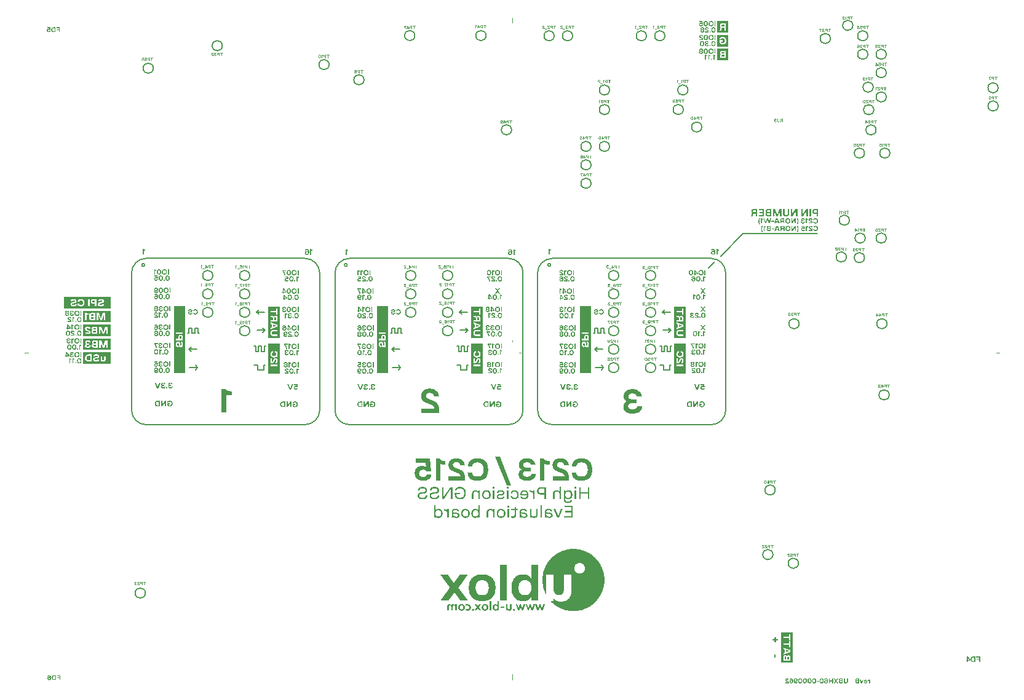
<source format=gbo>
G04*
G04 #@! TF.GenerationSoftware,Altium Limited,Altium Designer,23.1.1 (15)*
G04*
G04 Layer_Color=37055*
%FSLAX44Y44*%
%MOMM*%
G71*
G04*
G04 #@! TF.SameCoordinates,631E2AB2-323A-43FD-B920-02615E37C836*
G04*
G04*
G04 #@! TF.FilePolarity,Positive*
G04*
G01*
G75*
%ADD10C,0.1000*%
%ADD11C,0.1270*%
%ADD14C,0.2000*%
%ADD18C,0.1500*%
G36*
X-98624Y158592D02*
X-98261D01*
Y158229D01*
X-97898D01*
Y157866D01*
X-97535D01*
Y157503D01*
X-97172D01*
Y157140D01*
Y156777D01*
X-96809D01*
Y156414D01*
X-96446D01*
Y156051D01*
Y155688D01*
X-96083D01*
Y155325D01*
X-95720D01*
Y154962D01*
X-95357D01*
Y154599D01*
Y154236D01*
X-94994D01*
Y153873D01*
X-94631D01*
Y153510D01*
X-94268D01*
Y153147D01*
Y152784D01*
X-93905D01*
Y152421D01*
X-93542D01*
Y152058D01*
Y151695D01*
X-93179D01*
Y151332D01*
X-92816D01*
Y150969D01*
X-92453D01*
Y150606D01*
Y150243D01*
X-92090D01*
Y149880D01*
X-91727D01*
Y149517D01*
X-91364D01*
Y149154D01*
Y148791D01*
X-91001D01*
Y148428D01*
X-90638D01*
Y148065D01*
Y147702D01*
X-90275D01*
Y147339D01*
X-89912D01*
Y146976D01*
X-89549D01*
Y146613D01*
Y146250D01*
X-89186D01*
Y145887D01*
X-88823D01*
Y145524D01*
X-88460D01*
Y145161D01*
Y144798D01*
X-88097D01*
Y144435D01*
X-87734D01*
Y144072D01*
Y143709D01*
X-87371D01*
Y143346D01*
X-87008D01*
Y142983D01*
X-86645D01*
Y142620D01*
Y142257D01*
X-86282D01*
Y141894D01*
X-85919D01*
Y141531D01*
Y141168D01*
Y140805D01*
X-86282D01*
Y140442D01*
X-86645D01*
Y140079D01*
Y139716D01*
X-87008D01*
Y139353D01*
X-87371D01*
Y138990D01*
X-87734D01*
Y138627D01*
Y138264D01*
X-88097D01*
Y137901D01*
X-88460D01*
Y137538D01*
X-88823D01*
Y137175D01*
Y136812D01*
X-89186D01*
Y136449D01*
X-89549D01*
Y136086D01*
Y135723D01*
X-89912D01*
Y135360D01*
X-90275D01*
Y134997D01*
X-90638D01*
Y134634D01*
Y134271D01*
X-91001D01*
Y133908D01*
X-91364D01*
Y133545D01*
X-91727D01*
Y133182D01*
Y132819D01*
X-92090D01*
Y132456D01*
X-92453D01*
Y132093D01*
X-92816D01*
Y131730D01*
Y131367D01*
X-93179D01*
Y131004D01*
X-93542D01*
Y130641D01*
X-93905D01*
Y130278D01*
Y129915D01*
X-94268D01*
Y129552D01*
X-94631D01*
Y129189D01*
Y128826D01*
X-94994D01*
Y128463D01*
X-95357D01*
Y128100D01*
X-95720D01*
Y127737D01*
Y127374D01*
X-96083D01*
Y127011D01*
X-96446D01*
Y126648D01*
X-96809D01*
Y126285D01*
Y125922D01*
X-97172D01*
Y125559D01*
X-97535D01*
Y125196D01*
X-97898D01*
Y124833D01*
Y124470D01*
X-98261D01*
Y124107D01*
X-98624D01*
Y123744D01*
X-98987D01*
Y123381D01*
X-87371D01*
Y123744D01*
Y124107D01*
X-87008D01*
Y124470D01*
X-86645D01*
Y124833D01*
Y125196D01*
X-86282D01*
Y125559D01*
X-85919D01*
Y125922D01*
X-85556D01*
Y126285D01*
Y126648D01*
X-85193D01*
Y127011D01*
X-84830D01*
Y127374D01*
X-84467D01*
Y127737D01*
Y128100D01*
X-84104D01*
Y128463D01*
X-83741D01*
Y128826D01*
Y129189D01*
X-83378D01*
Y129552D01*
X-83015D01*
Y129915D01*
X-82652D01*
Y130278D01*
Y130641D01*
X-82289D01*
Y131004D01*
X-81926D01*
Y131367D01*
X-81563D01*
Y131730D01*
Y132093D01*
X-81200D01*
Y132456D01*
X-80837D01*
Y132819D01*
Y133182D01*
X-80474D01*
Y133545D01*
X-80111D01*
Y133908D01*
X-79748D01*
Y134271D01*
Y134634D01*
X-79022D01*
Y134271D01*
X-78659D01*
Y133908D01*
Y133545D01*
X-78296D01*
Y133182D01*
X-77933D01*
Y132819D01*
Y132456D01*
X-77570D01*
Y132093D01*
X-77207D01*
Y131730D01*
X-76844D01*
Y131367D01*
Y131004D01*
X-76481D01*
Y130641D01*
X-76118D01*
Y130278D01*
Y129915D01*
X-75755D01*
Y129552D01*
X-75392D01*
Y129189D01*
X-75029D01*
Y128826D01*
Y128463D01*
X-74666D01*
Y128100D01*
X-74303D01*
Y127737D01*
Y127374D01*
X-73940D01*
Y127011D01*
X-73577D01*
Y126648D01*
X-73214D01*
Y126285D01*
Y125922D01*
X-72851D01*
Y125559D01*
X-72488D01*
Y125196D01*
Y124833D01*
X-72125D01*
Y124470D01*
X-71762D01*
Y124107D01*
X-71399D01*
Y123744D01*
Y123381D01*
X-60872D01*
Y123744D01*
X-61235D01*
Y124107D01*
Y124470D01*
X-61598D01*
Y124833D01*
X-61961D01*
Y125196D01*
X-62324D01*
Y125559D01*
Y125922D01*
X-62687D01*
Y126285D01*
X-63050D01*
Y126648D01*
X-63413D01*
Y127011D01*
Y127374D01*
X-63776D01*
Y127737D01*
X-64139D01*
Y128100D01*
X-64502D01*
Y128463D01*
Y128826D01*
X-64865D01*
Y129189D01*
X-65228D01*
Y129552D01*
X-65591D01*
Y129915D01*
Y130278D01*
X-65954D01*
Y130641D01*
X-66317D01*
Y131004D01*
Y131367D01*
X-66680D01*
Y131730D01*
X-67043D01*
Y132093D01*
X-67406D01*
Y132456D01*
Y132819D01*
X-67769D01*
Y133182D01*
X-68132D01*
Y133545D01*
X-68495D01*
Y133908D01*
Y134271D01*
X-68858D01*
Y134634D01*
X-69221D01*
Y134997D01*
X-69584D01*
Y135360D01*
Y135723D01*
X-69947D01*
Y136086D01*
X-70310D01*
Y136449D01*
X-70673D01*
Y136812D01*
Y137175D01*
X-71036D01*
Y137538D01*
X-71399D01*
Y137901D01*
X-71762D01*
Y138264D01*
Y138627D01*
X-72125D01*
Y138990D01*
X-72488D01*
Y139353D01*
Y139716D01*
X-72851D01*
Y140079D01*
X-73214D01*
Y140442D01*
X-73577D01*
Y140805D01*
X-73940D01*
Y141168D01*
Y141531D01*
X-73577D01*
Y141894D01*
X-73214D01*
Y142257D01*
Y142620D01*
X-72851D01*
Y142983D01*
X-72488D01*
Y143346D01*
Y143709D01*
X-72125D01*
Y144072D01*
X-71762D01*
Y144435D01*
X-71399D01*
Y144798D01*
Y145161D01*
X-71036D01*
Y145524D01*
X-70673D01*
Y145887D01*
X-70310D01*
Y146250D01*
Y146613D01*
X-69947D01*
Y146976D01*
X-69584D01*
Y147339D01*
Y147702D01*
X-69221D01*
Y148065D01*
X-68858D01*
Y148428D01*
X-68495D01*
Y148791D01*
Y149154D01*
X-68132D01*
Y149517D01*
X-67769D01*
Y149880D01*
X-67406D01*
Y150243D01*
Y150606D01*
X-67043D01*
Y150969D01*
X-66680D01*
Y151332D01*
Y151695D01*
X-66317D01*
Y152058D01*
X-65954D01*
Y152421D01*
X-65591D01*
Y152784D01*
Y153147D01*
X-65228D01*
Y153510D01*
X-64865D01*
Y153873D01*
Y154236D01*
X-64502D01*
Y154599D01*
X-64139D01*
Y154962D01*
X-63776D01*
Y155325D01*
Y155688D01*
X-63413D01*
Y156051D01*
X-63050D01*
Y156414D01*
X-62687D01*
Y156777D01*
Y157140D01*
X-62324D01*
Y157503D01*
X-61961D01*
Y157866D01*
Y158229D01*
X-61598D01*
Y158592D01*
X-61235D01*
Y158955D01*
X-72488D01*
Y158592D01*
X-72851D01*
Y158229D01*
Y157866D01*
X-73214D01*
Y157503D01*
X-73577D01*
Y157140D01*
Y156777D01*
X-73940D01*
Y156414D01*
X-74303D01*
Y156051D01*
X-74666D01*
Y155688D01*
Y155325D01*
X-75029D01*
Y154962D01*
X-75392D01*
Y154599D01*
Y154236D01*
X-75755D01*
Y153873D01*
X-76118D01*
Y153510D01*
X-76481D01*
Y153147D01*
Y152784D01*
X-76844D01*
Y152421D01*
X-77207D01*
Y152058D01*
Y151695D01*
X-77570D01*
Y151332D01*
X-77933D01*
Y150969D01*
Y150606D01*
X-78296D01*
Y150243D01*
X-78659D01*
Y149880D01*
X-79022D01*
Y149517D01*
Y149154D01*
X-79385D01*
Y148791D01*
X-79748D01*
Y148428D01*
Y148065D01*
X-80474D01*
Y148428D01*
X-80837D01*
Y148791D01*
X-81200D01*
Y149154D01*
X-81563D01*
Y149517D01*
Y149880D01*
X-81926D01*
Y150243D01*
X-82289D01*
Y150606D01*
Y150969D01*
X-82652D01*
Y151332D01*
X-83015D01*
Y151695D01*
Y152058D01*
X-83378D01*
Y152421D01*
X-83741D01*
Y152784D01*
X-84104D01*
Y153147D01*
Y153510D01*
X-84467D01*
Y153873D01*
X-84830D01*
Y154236D01*
Y154599D01*
X-85193D01*
Y154962D01*
X-85556D01*
Y155325D01*
X-85919D01*
Y155688D01*
Y156051D01*
X-86282D01*
Y156414D01*
X-86645D01*
Y156777D01*
Y157140D01*
X-87008D01*
Y157503D01*
X-87371D01*
Y157866D01*
X-87734D01*
Y158229D01*
Y158592D01*
X-88097D01*
Y158955D01*
X-98624D01*
Y158592D01*
D02*
G37*
G36*
X-44537Y159318D02*
X-46715D01*
Y158955D01*
X-48167D01*
Y158592D01*
X-49256D01*
Y158229D01*
X-49982D01*
Y157866D01*
X-51071D01*
Y157503D01*
X-51797D01*
Y157140D01*
X-52160D01*
Y156777D01*
X-52886D01*
Y156414D01*
X-53249D01*
Y156051D01*
X-53612D01*
Y155688D01*
X-54338D01*
Y155325D01*
X-54701D01*
Y154962D01*
X-55064D01*
Y154599D01*
X-55427D01*
Y154236D01*
X-55790D01*
Y153873D01*
X-56153D01*
Y153510D01*
Y153147D01*
X-56516D01*
Y152784D01*
X-56879D01*
Y152421D01*
Y152058D01*
X-57242D01*
Y151695D01*
X-57605D01*
Y151332D01*
Y150969D01*
X-57968D01*
Y150606D01*
Y150243D01*
X-58331D01*
Y149880D01*
Y149517D01*
Y149154D01*
X-58694D01*
Y148791D01*
Y148428D01*
Y148065D01*
X-59057D01*
Y147702D01*
Y147339D01*
Y146976D01*
Y146613D01*
X-59420D01*
Y146250D01*
Y145887D01*
Y145524D01*
Y145161D01*
Y144798D01*
Y144435D01*
Y144072D01*
X-59783D01*
Y143709D01*
Y143346D01*
Y142983D01*
Y142620D01*
Y142257D01*
Y141894D01*
Y141531D01*
Y141168D01*
Y140805D01*
Y140442D01*
Y140079D01*
Y139716D01*
Y139353D01*
Y138990D01*
Y138627D01*
Y138264D01*
X-59420D01*
Y137901D01*
Y137538D01*
Y137175D01*
Y136812D01*
Y136449D01*
Y136086D01*
Y135723D01*
X-59057D01*
Y135360D01*
Y134997D01*
Y134634D01*
Y134271D01*
X-58694D01*
Y133908D01*
Y133545D01*
Y133182D01*
X-58331D01*
Y132819D01*
Y132456D01*
X-57968D01*
Y132093D01*
Y131730D01*
Y131367D01*
X-57605D01*
Y131004D01*
Y130641D01*
X-57242D01*
Y130278D01*
X-56879D01*
Y129915D01*
Y129552D01*
X-56516D01*
Y129189D01*
X-56153D01*
Y128826D01*
Y128463D01*
X-55790D01*
Y128100D01*
X-55427D01*
Y127737D01*
X-55064D01*
Y127374D01*
X-54701D01*
Y127011D01*
X-54338D01*
Y126648D01*
X-53612D01*
Y126285D01*
X-53249D01*
Y125922D01*
X-52886D01*
Y125559D01*
X-52160D01*
Y125196D01*
X-51434D01*
Y124833D01*
X-51071D01*
Y124470D01*
X-49982D01*
Y124107D01*
X-49256D01*
Y123744D01*
X-48167D01*
Y123381D01*
X-46715D01*
Y123018D01*
X-44537D01*
Y122655D01*
X-38003D01*
Y123018D01*
X-35824D01*
Y123381D01*
X-34372D01*
Y123744D01*
X-33283D01*
Y124107D01*
X-32557D01*
Y124470D01*
X-31468D01*
Y124833D01*
X-31105D01*
Y125196D01*
X-30379D01*
Y125559D01*
X-29653D01*
Y125922D01*
X-29290D01*
Y126285D01*
X-28927D01*
Y126648D01*
X-28201D01*
Y127011D01*
X-27838D01*
Y127374D01*
X-27475D01*
Y127737D01*
X-27112D01*
Y128100D01*
X-26749D01*
Y128463D01*
Y128826D01*
X-26386D01*
Y129189D01*
X-26023D01*
Y129552D01*
X-25660D01*
Y129915D01*
Y130278D01*
X-25297D01*
Y130641D01*
X-24934D01*
Y131004D01*
Y131367D01*
X-24571D01*
Y131730D01*
Y132093D01*
Y132456D01*
X-24208D01*
Y132819D01*
Y133182D01*
X-23845D01*
Y133545D01*
Y133908D01*
Y134271D01*
X-23482D01*
Y134634D01*
Y134997D01*
Y135360D01*
Y135723D01*
Y136086D01*
X-23119D01*
Y136449D01*
Y136812D01*
Y137175D01*
Y137538D01*
Y137901D01*
Y138264D01*
Y138627D01*
Y138990D01*
X-22756D01*
Y139353D01*
Y139716D01*
Y140079D01*
Y140442D01*
Y140805D01*
Y141168D01*
Y141531D01*
Y141894D01*
Y142257D01*
Y142620D01*
Y142983D01*
Y143346D01*
Y143709D01*
X-23119D01*
Y144072D01*
Y144435D01*
Y144798D01*
Y145161D01*
Y145524D01*
Y145887D01*
Y146250D01*
X-23482D01*
Y146613D01*
Y146976D01*
Y147339D01*
Y147702D01*
Y148065D01*
X-23845D01*
Y148428D01*
Y148791D01*
Y149154D01*
X-24208D01*
Y149517D01*
Y149880D01*
Y150243D01*
X-24571D01*
Y150606D01*
Y150969D01*
X-24934D01*
Y151332D01*
Y151695D01*
X-25297D01*
Y152058D01*
X-25660D01*
Y152421D01*
Y152784D01*
X-26023D01*
Y153147D01*
X-26386D01*
Y153510D01*
Y153873D01*
X-26749D01*
Y154236D01*
X-27112D01*
Y154599D01*
X-27475D01*
Y154962D01*
X-27838D01*
Y155325D01*
X-28201D01*
Y155688D01*
X-28927D01*
Y156051D01*
X-29290D01*
Y156414D01*
X-29653D01*
Y156777D01*
X-30379D01*
Y157140D01*
X-31105D01*
Y157503D01*
X-31468D01*
Y157866D01*
X-32557D01*
Y158229D01*
X-33283D01*
Y158592D01*
X-34372D01*
Y158955D01*
X-35824D01*
Y159318D01*
X-38003D01*
Y159681D01*
X-44537D01*
Y159318D01*
D02*
G37*
G36*
X-16585Y172749D02*
Y172386D01*
Y172023D01*
Y171660D01*
Y171297D01*
Y170934D01*
Y170571D01*
Y170208D01*
Y169845D01*
Y169482D01*
Y169119D01*
Y168756D01*
Y168393D01*
Y168030D01*
Y167667D01*
Y167304D01*
Y166941D01*
Y166578D01*
Y166215D01*
Y165852D01*
Y165489D01*
Y165126D01*
Y164763D01*
Y164400D01*
Y164037D01*
Y163674D01*
Y163311D01*
Y162948D01*
Y162585D01*
Y162222D01*
Y161859D01*
Y161496D01*
Y161133D01*
Y160770D01*
Y160407D01*
Y160044D01*
Y159681D01*
Y159318D01*
Y158955D01*
Y158592D01*
Y158229D01*
Y157866D01*
Y157503D01*
Y157140D01*
Y156777D01*
Y156414D01*
Y156051D01*
Y155688D01*
Y155325D01*
Y154962D01*
Y154599D01*
Y154236D01*
Y153873D01*
Y153510D01*
Y153147D01*
Y152784D01*
Y152421D01*
Y152058D01*
Y151695D01*
Y151332D01*
Y150969D01*
Y150606D01*
Y150243D01*
Y149880D01*
Y149517D01*
Y149154D01*
Y148791D01*
Y148428D01*
Y148065D01*
Y147702D01*
Y147339D01*
Y146976D01*
Y146613D01*
Y146250D01*
Y145887D01*
Y145524D01*
Y145161D01*
Y144798D01*
Y144435D01*
Y144072D01*
Y143709D01*
Y143346D01*
Y142983D01*
Y142620D01*
Y142257D01*
Y141894D01*
Y141531D01*
Y141168D01*
Y140805D01*
Y140442D01*
Y140079D01*
Y139716D01*
Y139353D01*
Y138990D01*
Y138627D01*
Y138264D01*
Y137901D01*
Y137538D01*
Y137175D01*
Y136812D01*
Y136449D01*
Y136086D01*
Y135723D01*
Y135360D01*
Y134997D01*
Y134634D01*
Y134271D01*
Y133908D01*
Y133545D01*
Y133182D01*
Y132819D01*
Y132456D01*
Y132093D01*
Y131730D01*
Y131367D01*
Y131004D01*
Y130641D01*
Y130278D01*
Y129915D01*
Y129552D01*
Y129189D01*
Y128826D01*
Y128463D01*
Y128100D01*
Y127737D01*
Y127374D01*
Y127011D01*
Y126648D01*
Y126285D01*
Y125922D01*
Y125559D01*
Y125196D01*
Y124833D01*
Y124470D01*
Y124107D01*
Y123744D01*
Y123381D01*
X-7510D01*
Y123744D01*
Y124107D01*
Y124470D01*
Y124833D01*
Y125196D01*
Y125559D01*
Y125922D01*
Y126285D01*
Y126648D01*
Y127011D01*
Y127374D01*
Y127737D01*
Y128100D01*
Y128463D01*
Y128826D01*
Y129189D01*
Y129552D01*
Y129915D01*
Y130278D01*
Y130641D01*
Y131004D01*
Y131367D01*
Y131730D01*
Y132093D01*
Y132456D01*
Y132819D01*
Y133182D01*
Y133545D01*
Y133908D01*
Y134271D01*
Y134634D01*
Y134997D01*
Y135360D01*
Y135723D01*
Y136086D01*
Y136449D01*
Y136812D01*
Y137175D01*
Y137538D01*
Y137901D01*
Y138264D01*
Y138627D01*
Y138990D01*
Y139353D01*
Y139716D01*
Y140079D01*
Y140442D01*
Y140805D01*
Y141168D01*
Y141531D01*
Y141894D01*
Y142257D01*
Y142620D01*
Y142983D01*
Y143346D01*
Y143709D01*
Y144072D01*
Y144435D01*
Y144798D01*
Y145161D01*
Y145524D01*
Y145887D01*
Y146250D01*
Y146613D01*
Y146976D01*
Y147339D01*
Y147702D01*
Y148065D01*
Y148428D01*
Y148791D01*
Y149154D01*
Y149517D01*
Y149880D01*
Y150243D01*
Y150606D01*
Y150969D01*
Y151332D01*
Y151695D01*
Y152058D01*
Y152421D01*
Y152784D01*
Y153147D01*
Y153510D01*
Y153873D01*
Y154236D01*
Y154599D01*
Y154962D01*
Y155325D01*
Y155688D01*
Y156051D01*
Y156414D01*
Y156777D01*
Y157140D01*
Y157503D01*
Y157866D01*
Y158229D01*
Y158592D01*
Y158955D01*
Y159318D01*
Y159681D01*
Y160044D01*
Y160407D01*
Y160770D01*
Y161133D01*
Y161496D01*
Y161859D01*
Y162222D01*
Y162585D01*
Y162948D01*
Y163311D01*
Y163674D01*
Y164037D01*
Y164400D01*
Y164763D01*
Y165126D01*
Y165489D01*
Y165852D01*
Y166215D01*
Y166578D01*
Y166941D01*
Y167304D01*
Y167667D01*
Y168030D01*
Y168393D01*
Y168756D01*
Y169119D01*
Y169482D01*
Y169845D01*
Y170208D01*
Y170571D01*
Y170934D01*
Y171297D01*
Y171660D01*
Y172023D01*
Y172386D01*
Y172749D01*
Y173112D01*
X-16585D01*
Y172749D01*
D02*
G37*
G36*
X26249D02*
Y172386D01*
Y172023D01*
Y171660D01*
Y171297D01*
Y170934D01*
Y170571D01*
Y170208D01*
Y169845D01*
Y169482D01*
Y169119D01*
Y168756D01*
Y168393D01*
Y168030D01*
Y167667D01*
Y167304D01*
Y166941D01*
Y166578D01*
Y166215D01*
Y165852D01*
Y165489D01*
Y165126D01*
Y164763D01*
Y164400D01*
Y164037D01*
Y163674D01*
Y163311D01*
Y162948D01*
Y162585D01*
Y162222D01*
Y161859D01*
Y161496D01*
Y161133D01*
Y160770D01*
Y160407D01*
Y160044D01*
Y159681D01*
Y159318D01*
Y158955D01*
Y158592D01*
Y158229D01*
Y157866D01*
Y157503D01*
Y157140D01*
Y156777D01*
Y156414D01*
Y156051D01*
Y155688D01*
Y155325D01*
Y154962D01*
Y154599D01*
X25523D01*
Y154962D01*
Y155325D01*
X25160D01*
Y155688D01*
X24797D01*
Y156051D01*
X24434D01*
Y156414D01*
X24071D01*
Y156777D01*
X23345D01*
Y157140D01*
X22982D01*
Y157503D01*
X22619D01*
Y157866D01*
X21893D01*
Y158229D01*
X21167D01*
Y158592D01*
X20441D01*
Y158955D01*
X19352D01*
Y159318D01*
X17537D01*
Y159681D01*
X12092D01*
Y159318D01*
X10277D01*
Y158955D01*
X9188D01*
Y158592D01*
X8099D01*
Y158229D01*
X7373D01*
Y157866D01*
X6647D01*
Y157503D01*
X6284D01*
Y157140D01*
X5558D01*
Y156777D01*
X5195D01*
Y156414D01*
X4832D01*
Y156051D01*
X4469D01*
Y155688D01*
X4106D01*
Y155325D01*
X3743D01*
Y154962D01*
X3380D01*
Y154599D01*
X3017D01*
Y154236D01*
X2654D01*
Y153873D01*
X2291D01*
Y153510D01*
Y153147D01*
X1928D01*
Y152784D01*
Y152421D01*
X1565D01*
Y152058D01*
X1202D01*
Y151695D01*
Y151332D01*
Y150969D01*
X839D01*
Y150606D01*
Y150243D01*
X476D01*
Y149880D01*
Y149517D01*
Y149154D01*
X113D01*
Y148791D01*
Y148428D01*
Y148065D01*
X-250D01*
Y147702D01*
Y147339D01*
Y146976D01*
Y146613D01*
Y146250D01*
X-613D01*
Y145887D01*
Y145524D01*
Y145161D01*
Y144798D01*
Y144435D01*
Y144072D01*
Y143709D01*
Y143346D01*
Y142983D01*
Y142620D01*
X-976D01*
Y142257D01*
X-613D01*
Y141894D01*
Y141531D01*
Y141168D01*
Y140805D01*
Y140442D01*
Y140079D01*
X-976D01*
Y139716D01*
X-613D01*
Y139353D01*
Y138990D01*
Y138627D01*
Y138264D01*
Y137901D01*
Y137538D01*
Y137175D01*
Y136812D01*
Y136449D01*
Y136086D01*
X-250D01*
Y135723D01*
Y135360D01*
Y134997D01*
Y134634D01*
Y134271D01*
X113D01*
Y133908D01*
Y133545D01*
Y133182D01*
X476D01*
Y132819D01*
Y132456D01*
Y132093D01*
X839D01*
Y131730D01*
Y131367D01*
X1202D01*
Y131004D01*
Y130641D01*
X1565D01*
Y130278D01*
Y129915D01*
X1928D01*
Y129552D01*
Y129189D01*
X2291D01*
Y128826D01*
X2654D01*
Y128463D01*
Y128100D01*
X3017D01*
Y127737D01*
X3380D01*
Y127374D01*
X3743D01*
Y127011D01*
X4106D01*
Y126648D01*
X4469D01*
Y126285D01*
X4832D01*
Y125922D01*
X5195D01*
Y125559D01*
X5558D01*
Y125196D01*
X6284D01*
Y124833D01*
X6647D01*
Y124470D01*
X7373D01*
Y124107D01*
X8099D01*
Y123744D01*
X9188D01*
Y123381D01*
X10277D01*
Y123018D01*
X12092D01*
Y122655D01*
X17537D01*
Y123018D01*
X19352D01*
Y123381D01*
X20441D01*
Y123744D01*
X21167D01*
Y124107D01*
X21893D01*
Y124470D01*
X22619D01*
Y124833D01*
X22982D01*
Y125196D01*
X23708D01*
Y125559D01*
X24071D01*
Y125922D01*
X24434D01*
Y126285D01*
X24797D01*
Y126648D01*
X25160D01*
Y127011D01*
X25523D01*
Y127374D01*
X25886D01*
Y127737D01*
Y128100D01*
X26612D01*
Y127737D01*
Y127374D01*
Y127011D01*
Y126648D01*
Y126285D01*
Y125922D01*
Y125559D01*
Y125196D01*
Y124833D01*
Y124470D01*
Y124107D01*
Y123744D01*
Y123381D01*
X35687D01*
Y123744D01*
Y124107D01*
Y124470D01*
Y124833D01*
Y125196D01*
Y125559D01*
Y125922D01*
Y126285D01*
Y126648D01*
Y127011D01*
Y127374D01*
Y127737D01*
Y128100D01*
Y128463D01*
Y128826D01*
Y129189D01*
Y129552D01*
Y129915D01*
Y130278D01*
Y130641D01*
Y131004D01*
Y131367D01*
Y131730D01*
Y132093D01*
Y132456D01*
Y132819D01*
Y133182D01*
Y133545D01*
Y133908D01*
Y134271D01*
Y134634D01*
Y134997D01*
Y135360D01*
Y135723D01*
Y136086D01*
Y136449D01*
Y136812D01*
Y137175D01*
Y137538D01*
Y137901D01*
Y138264D01*
Y138627D01*
Y138990D01*
Y139353D01*
Y139716D01*
Y140079D01*
Y140442D01*
Y140805D01*
Y141168D01*
Y141531D01*
Y141894D01*
Y142257D01*
Y142620D01*
Y142983D01*
Y143346D01*
Y143709D01*
Y144072D01*
Y144435D01*
Y144798D01*
Y145161D01*
Y145524D01*
Y145887D01*
Y146250D01*
Y146613D01*
Y146976D01*
Y147339D01*
Y147702D01*
Y148065D01*
Y148428D01*
Y148791D01*
Y149154D01*
Y149517D01*
Y149880D01*
Y150243D01*
Y150606D01*
Y150969D01*
Y151332D01*
Y151695D01*
Y152058D01*
Y152421D01*
Y152784D01*
Y153147D01*
Y153510D01*
Y153873D01*
Y154236D01*
Y154599D01*
Y154962D01*
Y155325D01*
Y155688D01*
Y156051D01*
Y156414D01*
Y156777D01*
Y157140D01*
Y157503D01*
Y157866D01*
Y158229D01*
Y158592D01*
Y158955D01*
Y159318D01*
Y159681D01*
Y160044D01*
Y160407D01*
Y160770D01*
Y161133D01*
Y161496D01*
Y161859D01*
Y162222D01*
Y162585D01*
Y162948D01*
Y163311D01*
Y163674D01*
Y164037D01*
Y164400D01*
Y164763D01*
Y165126D01*
Y165489D01*
Y165852D01*
Y166215D01*
Y166578D01*
Y166941D01*
Y167304D01*
Y167667D01*
Y168030D01*
Y168393D01*
Y168756D01*
Y169119D01*
Y169482D01*
Y169845D01*
Y170208D01*
Y170571D01*
Y170934D01*
Y171297D01*
Y171660D01*
Y172023D01*
Y172386D01*
Y172749D01*
Y173112D01*
X26249D01*
Y172749D01*
D02*
G37*
G36*
X82515Y194529D02*
X78885D01*
Y194167D01*
X76707D01*
Y193804D01*
X74892D01*
Y193440D01*
X73440D01*
Y193078D01*
X71988D01*
Y192715D01*
X70899D01*
Y192351D01*
X69810D01*
Y191989D01*
X68721D01*
Y191625D01*
X67995D01*
Y191262D01*
X67269D01*
Y190900D01*
X66180D01*
Y190536D01*
X65454D01*
Y190173D01*
X64728D01*
Y189811D01*
X64002D01*
Y189447D01*
X63639D01*
Y189084D01*
X62913D01*
Y188722D01*
X62187D01*
Y188358D01*
X61461D01*
Y187995D01*
X61098D01*
Y187632D01*
X60372D01*
Y187269D01*
X60009D01*
Y186906D01*
X59646D01*
Y186543D01*
X58920D01*
Y186180D01*
X58557D01*
Y185817D01*
X57831D01*
Y185454D01*
X57468D01*
Y185091D01*
X57105D01*
Y184728D01*
X56742D01*
Y184365D01*
X56379D01*
Y184002D01*
X55653D01*
Y183639D01*
X55290D01*
Y183276D01*
X54927D01*
Y182913D01*
X54564D01*
Y182550D01*
X54201D01*
Y182187D01*
X53838D01*
Y181824D01*
X53475D01*
Y181461D01*
X53112D01*
Y181098D01*
X52749D01*
Y180735D01*
X52386D01*
Y180372D01*
Y180009D01*
X52023D01*
Y179646D01*
X51660D01*
Y179283D01*
X51297D01*
Y178920D01*
X50934D01*
Y178557D01*
X50571D01*
Y178194D01*
Y177831D01*
X50208D01*
Y177468D01*
X49845D01*
Y177105D01*
X49482D01*
Y176742D01*
Y176379D01*
X49119D01*
Y176016D01*
X48756D01*
Y175653D01*
Y175290D01*
X48393D01*
Y174927D01*
X48030D01*
Y174564D01*
Y174201D01*
X47667D01*
Y173838D01*
Y173475D01*
X47304D01*
Y173112D01*
X46941D01*
Y172749D01*
Y172386D01*
X46578D01*
Y172023D01*
Y171660D01*
X46215D01*
Y171297D01*
Y170934D01*
X45851D01*
Y170571D01*
Y170208D01*
X45489D01*
Y169845D01*
Y169482D01*
X45126D01*
Y169119D01*
Y168756D01*
Y168393D01*
X44763D01*
Y168030D01*
Y167667D01*
X44399D01*
Y167304D01*
Y166941D01*
Y166578D01*
X44036D01*
Y166215D01*
Y165852D01*
Y165489D01*
X43674D01*
Y165126D01*
Y164763D01*
Y164400D01*
X43310D01*
Y164037D01*
Y163674D01*
Y163311D01*
X42948D01*
Y162948D01*
Y162585D01*
Y162222D01*
Y161859D01*
X42585D01*
Y161496D01*
Y161133D01*
Y160770D01*
Y160407D01*
Y160044D01*
X42221D01*
Y159681D01*
Y159318D01*
Y158955D01*
Y158592D01*
Y158229D01*
Y157866D01*
X41859D01*
Y157503D01*
Y157140D01*
Y156777D01*
Y156414D01*
Y156051D01*
Y155688D01*
Y155325D01*
Y154962D01*
Y154599D01*
Y154236D01*
Y153873D01*
X41495D01*
Y153510D01*
Y153147D01*
Y152784D01*
Y152421D01*
Y152058D01*
Y151695D01*
Y151332D01*
Y150969D01*
Y150606D01*
Y150243D01*
X41859D01*
Y149880D01*
Y149517D01*
Y149154D01*
Y148791D01*
Y148428D01*
Y148065D01*
Y147702D01*
Y147339D01*
Y146976D01*
Y146613D01*
Y146250D01*
X42221D01*
Y145887D01*
Y145524D01*
Y145161D01*
Y144798D01*
Y144435D01*
Y144072D01*
Y143709D01*
X42585D01*
Y143346D01*
Y142983D01*
Y142620D01*
Y142257D01*
Y141894D01*
X42948D01*
Y141531D01*
Y141168D01*
Y140805D01*
Y140442D01*
X43310D01*
Y140079D01*
Y139716D01*
Y139353D01*
X43674D01*
Y138990D01*
Y138627D01*
Y138264D01*
X44036D01*
Y137901D01*
Y137538D01*
Y137175D01*
X44399D01*
Y136812D01*
Y136449D01*
Y136086D01*
X44763D01*
Y135723D01*
Y135360D01*
X45126D01*
Y134997D01*
Y134634D01*
Y134271D01*
X45489D01*
Y133908D01*
Y133545D01*
X45851D01*
Y133182D01*
Y132819D01*
X46215D01*
Y132456D01*
Y132093D01*
X46578D01*
Y131730D01*
Y131367D01*
X46941D01*
Y131730D01*
Y132093D01*
Y132456D01*
Y132819D01*
Y133182D01*
Y133545D01*
Y133908D01*
Y134271D01*
Y134634D01*
Y134997D01*
Y135360D01*
Y135723D01*
Y136086D01*
Y136449D01*
Y136812D01*
Y137175D01*
Y137538D01*
Y137901D01*
Y138264D01*
Y138627D01*
Y138990D01*
Y139353D01*
Y139716D01*
Y140079D01*
Y140442D01*
Y140805D01*
Y141168D01*
Y141531D01*
Y141894D01*
Y142257D01*
Y142620D01*
Y142983D01*
Y143346D01*
Y143709D01*
Y144072D01*
Y144435D01*
Y144798D01*
Y145161D01*
Y145524D01*
Y145887D01*
Y146250D01*
Y146613D01*
Y146976D01*
Y147339D01*
Y147702D01*
Y148065D01*
Y148428D01*
Y148791D01*
Y149154D01*
Y149517D01*
Y149880D01*
Y150243D01*
Y150606D01*
Y150969D01*
Y151332D01*
Y151695D01*
Y152058D01*
Y152421D01*
Y152784D01*
Y153147D01*
Y153510D01*
Y153873D01*
Y154236D01*
Y154599D01*
Y154962D01*
Y155325D01*
Y155688D01*
Y156051D01*
Y156414D01*
Y156777D01*
Y157140D01*
Y157503D01*
Y157866D01*
Y158229D01*
Y158592D01*
Y158955D01*
Y159318D01*
X57105D01*
Y158955D01*
Y158592D01*
Y158229D01*
Y157866D01*
Y157503D01*
Y157140D01*
Y156777D01*
Y156414D01*
Y156051D01*
Y155688D01*
Y155325D01*
Y154962D01*
Y154599D01*
Y154236D01*
Y153873D01*
Y153510D01*
Y153147D01*
Y152784D01*
Y152421D01*
Y152058D01*
Y151695D01*
Y151332D01*
Y150969D01*
Y150606D01*
Y150243D01*
Y149880D01*
Y149517D01*
Y149154D01*
Y148791D01*
Y148428D01*
Y148065D01*
Y147702D01*
Y147339D01*
Y146976D01*
Y146613D01*
Y146250D01*
Y145887D01*
Y145524D01*
Y145161D01*
Y144798D01*
Y144435D01*
Y144072D01*
Y143709D01*
Y143346D01*
Y142983D01*
Y142620D01*
Y142257D01*
Y141894D01*
Y141531D01*
Y141168D01*
Y140805D01*
Y140442D01*
Y140079D01*
Y139716D01*
Y139353D01*
Y138990D01*
Y138627D01*
Y138264D01*
Y137901D01*
Y137538D01*
Y137175D01*
Y136812D01*
X57468D01*
Y136449D01*
Y136086D01*
Y135723D01*
Y135360D01*
X57831D01*
Y134997D01*
Y134634D01*
X58194D01*
Y134271D01*
Y133908D01*
X58557D01*
Y133545D01*
X58920D01*
Y133182D01*
X59283D01*
Y132819D01*
X59646D01*
Y132456D01*
X60372D01*
Y132093D01*
X61098D01*
Y131730D01*
X62187D01*
Y131367D01*
X66543D01*
Y131730D01*
X67632D01*
Y132093D01*
X68358D01*
Y132456D01*
X69084D01*
Y132819D01*
X69447D01*
Y133182D01*
X69810D01*
Y133545D01*
Y133908D01*
X70173D01*
Y134271D01*
Y134634D01*
X70536D01*
Y134997D01*
Y135360D01*
Y135723D01*
Y136086D01*
X70899D01*
Y136449D01*
Y136812D01*
Y137175D01*
Y137538D01*
Y137901D01*
Y138264D01*
Y138627D01*
Y138990D01*
Y139353D01*
Y139716D01*
Y140079D01*
Y140442D01*
Y140805D01*
Y141168D01*
Y141531D01*
Y141894D01*
Y142257D01*
Y142620D01*
Y142983D01*
Y143346D01*
Y143709D01*
Y144072D01*
Y144435D01*
Y144798D01*
Y145161D01*
Y145524D01*
Y145887D01*
Y146250D01*
Y146613D01*
Y146976D01*
Y147339D01*
Y147702D01*
Y148065D01*
Y148428D01*
Y148791D01*
Y149154D01*
Y149517D01*
Y149880D01*
Y150243D01*
Y150606D01*
Y150969D01*
Y151332D01*
Y151695D01*
Y152058D01*
Y152421D01*
Y152784D01*
Y153147D01*
Y153510D01*
Y153873D01*
Y154236D01*
Y154599D01*
Y154962D01*
Y155325D01*
Y155688D01*
Y156051D01*
Y156414D01*
Y156777D01*
Y157140D01*
Y157503D01*
Y157866D01*
Y158229D01*
Y158592D01*
Y158955D01*
Y159318D01*
X81063D01*
Y158955D01*
Y158592D01*
Y158229D01*
Y157866D01*
Y157503D01*
Y157140D01*
Y156777D01*
Y156414D01*
Y156051D01*
Y155688D01*
Y155325D01*
Y154962D01*
Y154599D01*
Y154236D01*
Y153873D01*
Y153510D01*
Y153147D01*
Y152784D01*
Y152421D01*
Y152058D01*
Y151695D01*
Y151332D01*
Y150969D01*
Y150606D01*
Y150243D01*
Y149880D01*
Y149517D01*
Y149154D01*
Y148791D01*
Y148428D01*
Y148065D01*
Y147702D01*
Y147339D01*
Y146976D01*
Y146613D01*
Y146250D01*
Y145887D01*
Y145524D01*
Y145161D01*
Y144798D01*
Y144435D01*
Y144072D01*
Y143709D01*
Y143346D01*
Y142983D01*
Y142620D01*
Y142257D01*
Y141894D01*
Y141531D01*
Y141168D01*
Y140805D01*
Y140442D01*
Y140079D01*
Y139716D01*
Y139353D01*
Y138990D01*
Y138627D01*
Y138264D01*
Y137901D01*
Y137538D01*
Y137175D01*
Y136812D01*
Y136449D01*
Y136086D01*
Y135723D01*
Y135360D01*
Y134997D01*
Y134634D01*
Y134271D01*
Y133908D01*
Y133545D01*
Y133182D01*
Y132819D01*
Y132456D01*
X80700D01*
Y132093D01*
Y131730D01*
Y131367D01*
Y131004D01*
X80337D01*
Y130641D01*
Y130278D01*
Y129915D01*
X79974D01*
Y129552D01*
Y129189D01*
X79611D01*
Y128826D01*
Y128463D01*
X79248D01*
Y128100D01*
Y127737D01*
X78885D01*
Y127374D01*
Y127011D01*
X78522D01*
Y126648D01*
X78159D01*
Y126285D01*
X77796D01*
Y125922D01*
X77433D01*
Y125559D01*
X77070D01*
Y125196D01*
X76707D01*
Y124833D01*
X75981D01*
Y124470D01*
X75618D01*
Y124107D01*
X74892D01*
Y123744D01*
X74166D01*
Y123381D01*
X73440D01*
Y123018D01*
X71988D01*
Y122655D01*
X70536D01*
Y122292D01*
X64002D01*
Y122655D01*
X62550D01*
Y123018D01*
X61461D01*
Y123381D01*
X60735D01*
Y123744D01*
X60009D01*
Y124107D01*
X59646D01*
Y124470D01*
X58920D01*
Y124833D01*
X58557D01*
Y125196D01*
X58194D01*
Y125559D01*
X57831D01*
Y125922D01*
X57468D01*
Y126285D01*
X57105D01*
Y126648D01*
X56742D01*
Y126285D01*
Y125922D01*
Y125559D01*
Y125196D01*
Y124833D01*
Y124470D01*
Y124107D01*
Y123744D01*
Y123381D01*
Y123018D01*
X52749D01*
Y122655D01*
X53112D01*
Y122292D01*
X53475D01*
Y121929D01*
X53838D01*
Y121566D01*
X54201D01*
Y121203D01*
X54564D01*
Y120840D01*
X54927D01*
Y120477D01*
X55653D01*
Y120114D01*
X56016D01*
Y119751D01*
X56379D01*
Y119388D01*
X56742D01*
Y119025D01*
X57105D01*
Y118662D01*
X57468D01*
Y118299D01*
X58194D01*
Y117936D01*
X58557D01*
Y117573D01*
X58920D01*
Y117210D01*
X59646D01*
Y116847D01*
X60009D01*
Y116483D01*
X60735D01*
Y116121D01*
X61098D01*
Y115758D01*
X61824D01*
Y115394D01*
X62187D01*
Y115031D01*
X62913D01*
Y114669D01*
X63639D01*
Y114306D01*
X64365D01*
Y113942D01*
X65091D01*
Y113580D01*
X65817D01*
Y113216D01*
X66543D01*
Y112853D01*
X67269D01*
Y112491D01*
X67995D01*
Y112128D01*
X69084D01*
Y111764D01*
X70173D01*
Y111402D01*
X71262D01*
Y111039D01*
X72351D01*
Y110675D01*
X73440D01*
Y110312D01*
X75255D01*
Y109949D01*
X77070D01*
Y109586D01*
X79611D01*
Y109223D01*
X89049D01*
Y109586D01*
X91590D01*
Y109949D01*
X93405D01*
Y110312D01*
X94857D01*
Y110675D01*
X96309D01*
Y111039D01*
X97398D01*
Y111402D01*
X98487D01*
Y111764D01*
X99576D01*
Y112128D01*
X100302D01*
Y112491D01*
X101391D01*
Y112853D01*
X102117D01*
Y113216D01*
X102843D01*
Y113580D01*
X103569D01*
Y113942D01*
X104295D01*
Y114306D01*
X105021D01*
Y114669D01*
X105747D01*
Y115031D01*
X106110D01*
Y115394D01*
X106836D01*
Y115758D01*
X107562D01*
Y116121D01*
X107925D01*
Y116483D01*
X108288D01*
Y116847D01*
X109014D01*
Y117210D01*
X109377D01*
Y117573D01*
X110103D01*
Y117936D01*
X110466D01*
Y118299D01*
X110829D01*
Y118662D01*
X111555D01*
Y119025D01*
X111918D01*
Y119388D01*
X112281D01*
Y119751D01*
X112644D01*
Y120114D01*
X113007D01*
Y120477D01*
X113370D01*
Y120840D01*
X113733D01*
Y121203D01*
X114096D01*
Y121566D01*
X114459D01*
Y121929D01*
X114823D01*
Y122292D01*
X115185D01*
Y122655D01*
X115548D01*
Y123018D01*
X115912D01*
Y123381D01*
X116274D01*
Y123744D01*
X116637D01*
Y124107D01*
X117001D01*
Y124470D01*
Y124833D01*
X117364D01*
Y125196D01*
X117726D01*
Y125559D01*
X118090D01*
Y125922D01*
X118452D01*
Y126285D01*
Y126648D01*
X118815D01*
Y127011D01*
X119179D01*
Y127374D01*
X119542D01*
Y127737D01*
Y128100D01*
X119904D01*
Y128463D01*
X120267D01*
Y128826D01*
Y129189D01*
X120631D01*
Y129552D01*
Y129915D01*
X120993D01*
Y130278D01*
X121356D01*
Y130641D01*
Y131004D01*
X121720D01*
Y131367D01*
Y131730D01*
X122083D01*
Y132093D01*
Y132456D01*
X122445D01*
Y132819D01*
Y133182D01*
X122809D01*
Y133545D01*
Y133908D01*
X123172D01*
Y134271D01*
Y134634D01*
X123535D01*
Y134997D01*
Y135360D01*
Y135723D01*
X123898D01*
Y136086D01*
Y136449D01*
X124261D01*
Y136812D01*
Y137175D01*
Y137538D01*
X124624D01*
Y137901D01*
Y138264D01*
Y138627D01*
X124987D01*
Y138990D01*
Y139353D01*
Y139716D01*
X125350D01*
Y140079D01*
Y140442D01*
Y140805D01*
Y141168D01*
X125713D01*
Y141531D01*
Y141894D01*
Y142257D01*
Y142620D01*
X126075D01*
Y142983D01*
Y143346D01*
Y143709D01*
Y144072D01*
Y144435D01*
X126439D01*
Y144798D01*
Y145161D01*
Y145524D01*
Y145887D01*
Y146250D01*
Y146613D01*
X126802D01*
Y146976D01*
Y147339D01*
Y147702D01*
Y148065D01*
Y148428D01*
Y148791D01*
Y149154D01*
Y149517D01*
Y149880D01*
Y150243D01*
X127165D01*
Y150606D01*
Y150969D01*
Y151332D01*
Y151695D01*
Y152058D01*
Y152421D01*
Y152784D01*
Y153147D01*
Y153510D01*
X126802D01*
Y153873D01*
Y154236D01*
Y154599D01*
Y154962D01*
Y155325D01*
Y155688D01*
Y156051D01*
Y156414D01*
Y156777D01*
Y157140D01*
X126439D01*
Y157503D01*
Y157866D01*
Y158229D01*
Y158592D01*
Y158955D01*
Y159318D01*
X126075D01*
Y159681D01*
Y160044D01*
Y160407D01*
Y160770D01*
Y161133D01*
Y161496D01*
X125713D01*
Y161859D01*
Y162222D01*
Y162585D01*
Y162948D01*
X125350D01*
Y163311D01*
Y163674D01*
Y164037D01*
X124987D01*
Y164400D01*
Y164763D01*
Y165126D01*
Y165489D01*
X124624D01*
Y165852D01*
Y166215D01*
X124261D01*
Y166578D01*
Y166941D01*
Y167304D01*
X123898D01*
Y167667D01*
Y168030D01*
Y168393D01*
X123535D01*
Y168756D01*
Y169119D01*
X123172D01*
Y169482D01*
Y169845D01*
X122809D01*
Y170208D01*
Y170571D01*
X122445D01*
Y170934D01*
Y171297D01*
X122083D01*
Y171660D01*
Y172023D01*
X121720D01*
Y172386D01*
Y172749D01*
X121356D01*
Y173112D01*
Y173475D01*
X120993D01*
Y173838D01*
Y174201D01*
X120631D01*
Y174564D01*
X120267D01*
Y174927D01*
Y175290D01*
X119904D01*
Y175653D01*
X119542D01*
Y176016D01*
Y176379D01*
X119179D01*
Y176742D01*
X118815D01*
Y177105D01*
Y177468D01*
X118452D01*
Y177831D01*
X118090D01*
Y178194D01*
X117726D01*
Y178557D01*
X117364D01*
Y178920D01*
Y179283D01*
X117001D01*
Y179646D01*
X116637D01*
Y180009D01*
X116274D01*
Y180372D01*
X115912D01*
Y180735D01*
X115548D01*
Y181098D01*
X115185D01*
Y181461D01*
X114823D01*
Y181824D01*
X114459D01*
Y182187D01*
X114096D01*
Y182550D01*
Y182913D01*
X113370D01*
Y183276D01*
X113007D01*
Y183639D01*
X112644D01*
Y184002D01*
X112281D01*
Y184365D01*
X111918D01*
Y184728D01*
X111555D01*
Y185091D01*
X111192D01*
Y185454D01*
X110466D01*
Y185817D01*
X110103D01*
Y186180D01*
X109740D01*
Y186543D01*
X109014D01*
Y186906D01*
X108651D01*
Y187269D01*
X107925D01*
Y187632D01*
X107562D01*
Y187995D01*
X106836D01*
Y188358D01*
X106473D01*
Y188722D01*
X105747D01*
Y189084D01*
X105021D01*
Y189447D01*
X104295D01*
Y189811D01*
X103569D01*
Y190173D01*
X102843D01*
Y190536D01*
X102117D01*
Y190900D01*
X101391D01*
Y191262D01*
X100665D01*
Y191625D01*
X99576D01*
Y191989D01*
X98850D01*
Y192351D01*
X97761D01*
Y192715D01*
X96672D01*
Y193078D01*
X95220D01*
Y193440D01*
X93768D01*
Y193804D01*
X91953D01*
Y194167D01*
X89412D01*
Y194529D01*
X85782D01*
Y194893D01*
X82515D01*
Y194529D01*
D02*
G37*
G36*
X405698Y650048D02*
X405792Y649942D01*
X405874Y649848D01*
X405968Y649766D01*
X406050Y649707D01*
X406120Y649672D01*
X406167Y649649D01*
X406179Y649637D01*
X406331Y649578D01*
X406496Y649531D01*
X406660Y649508D01*
X406836Y649484D01*
X406977Y649473D01*
X407106Y649461D01*
X407481D01*
Y648252D01*
X406953D01*
X406813Y648264D01*
X406684Y648276D01*
X406578Y648287D01*
X406496Y648299D01*
X406425Y648311D01*
X406390Y648323D01*
X406378D01*
X406156Y648393D01*
X406062Y648440D01*
X405979Y648487D01*
X405909Y648522D01*
X405850Y648557D01*
X405815Y648569D01*
X405803Y648581D01*
Y643253D01*
X404407D01*
Y650177D01*
X405627D01*
X405698Y650048D01*
D02*
G37*
G36*
X343949D02*
X344043Y649942D01*
X344125Y649848D01*
X344219Y649766D01*
X344301Y649707D01*
X344372Y649672D01*
X344419Y649649D01*
X344430Y649637D01*
X344583Y649578D01*
X344747Y649531D01*
X344912Y649508D01*
X345088Y649484D01*
X345228Y649473D01*
X345358Y649461D01*
X345733D01*
Y648252D01*
X345205D01*
X345064Y648264D01*
X344935Y648276D01*
X344829Y648287D01*
X344747Y648299D01*
X344677Y648311D01*
X344642Y648323D01*
X344630D01*
X344407Y648393D01*
X344313Y648440D01*
X344231Y648487D01*
X344160Y648522D01*
X344102Y648557D01*
X344067Y648569D01*
X344055Y648581D01*
Y643253D01*
X342659D01*
Y650177D01*
X343879D01*
X343949Y650048D01*
D02*
G37*
G36*
X400511Y650282D02*
X400781Y650247D01*
X401027Y650212D01*
X401250Y650165D01*
X401415Y650106D01*
X401497Y650083D01*
X401555Y650071D01*
X401602Y650048D01*
X401638Y650036D01*
X401649Y650024D01*
X401661D01*
X401872Y649918D01*
X402072Y649789D01*
X402236Y649672D01*
X402377Y649555D01*
X402482Y649449D01*
X402565Y649367D01*
X402623Y649308D01*
X402635Y649285D01*
X402752Y649109D01*
X402846Y648921D01*
X402917Y648745D01*
X402964Y648581D01*
X402999Y648440D01*
X403022Y648323D01*
Y648276D01*
X403034Y648240D01*
Y648229D01*
Y648217D01*
X401579D01*
X401532Y648381D01*
X401462Y648510D01*
X401379Y648616D01*
X401309Y648698D01*
X401227Y648768D01*
X401168Y648804D01*
X401121Y648827D01*
X401110Y648839D01*
X400969Y648897D01*
X400816Y648944D01*
X400675Y648968D01*
X400546Y648991D01*
X400441Y649003D01*
X400359Y649015D01*
X400276D01*
X400077Y649003D01*
X399913Y648980D01*
X399760Y648933D01*
X399643Y648897D01*
X399549Y648851D01*
X399478Y648804D01*
X399431Y648780D01*
X399420Y648768D01*
X399314Y648674D01*
X399244Y648569D01*
X399185Y648463D01*
X399150Y648369D01*
X399126Y648287D01*
X399115Y648217D01*
Y648158D01*
Y648147D01*
X399126Y648017D01*
X399150Y647900D01*
X399197Y647806D01*
X399232Y647712D01*
X399279Y647654D01*
X399326Y647595D01*
X399349Y647571D01*
X399361Y647560D01*
X399467Y647489D01*
X399584Y647442D01*
X399713Y647395D01*
X399842Y647372D01*
X399959Y647360D01*
X400053Y647348D01*
X401462D01*
Y646187D01*
X400135D01*
X399936Y646175D01*
X399760Y646152D01*
X399608Y646105D01*
X399490Y646069D01*
X399408Y646022D01*
X399338Y645975D01*
X399302Y645952D01*
X399291Y645940D01*
X399208Y645846D01*
X399138Y645741D01*
X399091Y645635D01*
X399068Y645541D01*
X399044Y645459D01*
X399033Y645389D01*
Y645342D01*
Y645330D01*
X399044Y645189D01*
X399079Y645049D01*
X399126Y644943D01*
X399185Y644837D01*
X399244Y644767D01*
X399291Y644708D01*
X399326Y644673D01*
X399338Y644661D01*
X399467Y644579D01*
X399608Y644520D01*
X399772Y644473D01*
X399924Y644450D01*
X400065Y644426D01*
X400182Y644415D01*
X400288D01*
X400511Y644426D01*
X400710Y644450D01*
X400875Y644473D01*
X401004Y644520D01*
X401110Y644556D01*
X401192Y644579D01*
X401239Y644603D01*
X401250Y644614D01*
X401356Y644696D01*
X401450Y644802D01*
X401520Y644919D01*
X401567Y645025D01*
X401602Y645131D01*
X401626Y645213D01*
X401649Y645272D01*
Y645295D01*
X403093D01*
X403069Y645107D01*
X403046Y644919D01*
X402999Y644755D01*
X402940Y644603D01*
X402882Y644450D01*
X402811Y644321D01*
X402741Y644204D01*
X402670Y644098D01*
X402600Y644004D01*
X402529Y643922D01*
X402471Y643851D01*
X402412Y643793D01*
X402365Y643746D01*
X402330Y643711D01*
X402307Y643699D01*
X402295Y643687D01*
X402142Y643593D01*
X401990Y643511D01*
X401661Y643370D01*
X401321Y643277D01*
X401004Y643206D01*
X400851Y643183D01*
X400722Y643171D01*
X400593Y643148D01*
X400488D01*
X400394Y643136D01*
X400276D01*
X400042Y643148D01*
X399830Y643159D01*
X399619Y643183D01*
X399431Y643230D01*
X399255Y643265D01*
X399103Y643312D01*
X398950Y643370D01*
X398821Y643417D01*
X398704Y643476D01*
X398598Y643523D01*
X398516Y643570D01*
X398446Y643617D01*
X398387Y643652D01*
X398352Y643676D01*
X398328Y643687D01*
X398317Y643699D01*
X398199Y643816D01*
X398082Y643934D01*
X398000Y644051D01*
X397918Y644168D01*
X397847Y644297D01*
X397789Y644415D01*
X397706Y644650D01*
X397659Y644861D01*
X397648Y644955D01*
X397636Y645025D01*
X397624Y645095D01*
Y645142D01*
Y645166D01*
Y645178D01*
X397636Y645377D01*
X397671Y645565D01*
X397718Y645717D01*
X397765Y645858D01*
X397812Y645975D01*
X397859Y646058D01*
X397894Y646105D01*
X397906Y646128D01*
X398012Y646269D01*
X398141Y646398D01*
X398258Y646504D01*
X398375Y646586D01*
X398481Y646656D01*
X398563Y646715D01*
X398622Y646738D01*
X398645Y646750D01*
X398493Y646832D01*
X398352Y646926D01*
X398234Y647032D01*
X398129Y647126D01*
X398059Y647208D01*
X398000Y647278D01*
X397965Y647325D01*
X397953Y647337D01*
X397871Y647489D01*
X397812Y647642D01*
X397765Y647806D01*
X397742Y647947D01*
X397718Y648076D01*
X397706Y648170D01*
Y648240D01*
Y648264D01*
X397718Y648463D01*
X397753Y648651D01*
X397800Y648815D01*
X397847Y648968D01*
X397894Y649085D01*
X397941Y649179D01*
X397976Y649238D01*
X397988Y649261D01*
X398105Y649426D01*
X398234Y649578D01*
X398375Y649707D01*
X398516Y649813D01*
X398645Y649895D01*
X398739Y649965D01*
X398810Y650001D01*
X398821Y650012D01*
X398833D01*
X399056Y650106D01*
X399279Y650177D01*
X399514Y650223D01*
X399725Y650259D01*
X399924Y650282D01*
X400006D01*
X400065Y650294D01*
X400206D01*
X400511Y650282D01*
D02*
G37*
G36*
X411225D02*
X411507Y650247D01*
X411765Y650188D01*
X411988Y650141D01*
X412164Y650083D01*
X412234Y650048D01*
X412293Y650024D01*
X412340Y650012D01*
X412375Y649989D01*
X412387Y649977D01*
X412398D01*
X412610Y649848D01*
X412786Y649707D01*
X412938Y649566D01*
X413067Y649437D01*
X413161Y649320D01*
X413232Y649214D01*
X413279Y649156D01*
X413290Y649144D01*
Y649132D01*
X413384Y648933D01*
X413466Y648733D01*
X413513Y648546D01*
X413548Y648381D01*
X413572Y648229D01*
X413584Y648111D01*
X413595Y648064D01*
Y648029D01*
Y648017D01*
Y648006D01*
X412164D01*
X412128Y648193D01*
X412081Y648346D01*
X412011Y648487D01*
X411941Y648592D01*
X411870Y648674D01*
X411823Y648745D01*
X411776Y648780D01*
X411765Y648792D01*
X411624Y648886D01*
X411483Y648944D01*
X411342Y648991D01*
X411201Y649027D01*
X411084Y649050D01*
X410979Y649062D01*
X410896D01*
X410709Y649050D01*
X410544Y649027D01*
X410415Y648991D01*
X410298Y648944D01*
X410216Y648897D01*
X410145Y648862D01*
X410110Y648839D01*
X410098Y648827D01*
X410005Y648733D01*
X409934Y648639D01*
X409887Y648546D01*
X409852Y648440D01*
X409828Y648358D01*
X409817Y648287D01*
Y648240D01*
Y648229D01*
Y648135D01*
X409840Y648053D01*
X409852Y647971D01*
X409875Y647900D01*
X409899Y647853D01*
X409922Y647806D01*
X409934Y647783D01*
X409946Y647771D01*
X410005Y647701D01*
X410063Y647630D01*
X410227Y647513D01*
X410298Y647454D01*
X410356Y647419D01*
X410404Y647395D01*
X410415Y647384D01*
X410556Y647313D01*
X410720Y647243D01*
X410885Y647172D01*
X411049Y647114D01*
X411201Y647067D01*
X411319Y647020D01*
X411366Y647008D01*
X411401Y646997D01*
X411424Y646985D01*
X411436D01*
X411647Y646914D01*
X411835Y646832D01*
X412011Y646750D01*
X412175Y646656D01*
X412328Y646574D01*
X412469Y646492D01*
X412586Y646410D01*
X412692Y646328D01*
X412797Y646245D01*
X412879Y646175D01*
X412950Y646116D01*
X412997Y646058D01*
X413044Y646011D01*
X413079Y645975D01*
X413091Y645964D01*
X413102Y645952D01*
X413196Y645823D01*
X413279Y645694D01*
X413408Y645412D01*
X413502Y645131D01*
X413560Y644861D01*
X413584Y644732D01*
X413607Y644614D01*
X413619Y644509D01*
Y644415D01*
X413630Y644344D01*
Y644286D01*
Y644250D01*
Y644239D01*
Y643253D01*
X408479D01*
Y644520D01*
X412234D01*
X412222Y644638D01*
X412211Y644743D01*
X412187Y644837D01*
X412164Y644919D01*
X412140Y644990D01*
X412117Y645037D01*
X412093Y645060D01*
Y645072D01*
X412035Y645154D01*
X411964Y645225D01*
X411800Y645354D01*
X411730Y645400D01*
X411683Y645436D01*
X411636Y645459D01*
X411624Y645471D01*
X411483Y645541D01*
X411330Y645612D01*
X411166Y645682D01*
X411014Y645741D01*
X410873Y645788D01*
X410767Y645835D01*
X410720Y645846D01*
X410685Y645858D01*
X410673Y645870D01*
X410662D01*
X410333Y645987D01*
X410051Y646093D01*
X409817Y646210D01*
X409617Y646304D01*
X409465Y646386D01*
X409359Y646445D01*
X409289Y646492D01*
X409265Y646504D01*
X409089Y646633D01*
X408948Y646762D01*
X408831Y646879D01*
X408749Y646997D01*
X408679Y647090D01*
X408632Y647172D01*
X408608Y647219D01*
X408596Y647243D01*
X408538Y647407D01*
X408491Y647571D01*
X408456Y647724D01*
X408432Y647877D01*
X408420Y648006D01*
X408409Y648111D01*
Y648182D01*
Y648193D01*
Y648205D01*
X408420Y648416D01*
X408456Y648616D01*
X408491Y648792D01*
X408538Y648944D01*
X408596Y649073D01*
X408632Y649167D01*
X408667Y649226D01*
X408679Y649250D01*
X408784Y649426D01*
X408913Y649566D01*
X409042Y649707D01*
X409183Y649813D01*
X409300Y649895D01*
X409394Y649965D01*
X409465Y650001D01*
X409476Y650012D01*
X409488D01*
X409711Y650106D01*
X409946Y650177D01*
X410181Y650223D01*
X410404Y650259D01*
X410591Y650282D01*
X410685D01*
X410756Y650294D01*
X410896D01*
X411225Y650282D01*
D02*
G37*
G36*
X360566Y645494D02*
X357045D01*
Y646844D01*
X360566D01*
Y645494D01*
D02*
G37*
G36*
X390595Y643253D02*
X389199D01*
Y648381D01*
X386136Y643253D01*
X384258D01*
Y650177D01*
X385655D01*
Y644966D01*
X388729Y650177D01*
X390595D01*
Y643253D01*
D02*
G37*
G36*
X354734D02*
X352868D01*
X351460Y648651D01*
X350040Y643253D01*
X348197D01*
X346320Y650177D01*
X347693D01*
X349101Y644544D01*
X350532Y650177D01*
X352398D01*
X353713Y644579D01*
X355121Y650177D01*
X356611D01*
X354734Y643253D01*
D02*
G37*
G36*
X417949Y650282D02*
X418289Y650235D01*
X418594Y650177D01*
X418735Y650141D01*
X418853Y650106D01*
X418970Y650059D01*
X419076Y650024D01*
X419158Y650001D01*
X419228Y649965D01*
X419287Y649942D01*
X419334Y649918D01*
X419357Y649907D01*
X419369D01*
X419639Y649754D01*
X419885Y649566D01*
X420096Y649367D01*
X420261Y649179D01*
X420401Y649003D01*
X420495Y648862D01*
X420531Y648815D01*
X420554Y648768D01*
X420578Y648745D01*
Y648733D01*
X420718Y648416D01*
X420824Y648088D01*
X420894Y647747D01*
X420941Y647431D01*
X420965Y647278D01*
X420976Y647149D01*
X420988Y647020D01*
Y646914D01*
X421000Y646832D01*
Y646774D01*
Y646727D01*
Y646715D01*
X420976Y646269D01*
X420965Y646069D01*
X420930Y645870D01*
X420906Y645694D01*
X420871Y645518D01*
X420824Y645365D01*
X420789Y645225D01*
X420754Y645107D01*
X420707Y644990D01*
X420671Y644896D01*
X420648Y644814D01*
X420613Y644755D01*
X420601Y644708D01*
X420578Y644685D01*
Y644673D01*
X420401Y644403D01*
X420202Y644157D01*
X420003Y643957D01*
X419815Y643793D01*
X419639Y643676D01*
X419510Y643582D01*
X419451Y643546D01*
X419416Y643535D01*
X419392Y643511D01*
X419381D01*
X419087Y643382D01*
X418782Y643300D01*
X418489Y643230D01*
X418219Y643183D01*
X418090Y643171D01*
X417972Y643159D01*
X417878Y643148D01*
X417785D01*
X417714Y643136D01*
X417620D01*
X417257Y643148D01*
X416928Y643183D01*
X416646Y643241D01*
X416517Y643265D01*
X416400Y643300D01*
X416294Y643324D01*
X416200Y643347D01*
X416118Y643382D01*
X416048Y643406D01*
X416001Y643429D01*
X415966Y643441D01*
X415942Y643453D01*
X415931D01*
X415696Y643582D01*
X415485Y643734D01*
X415309Y643887D01*
X415156Y644028D01*
X415051Y644157D01*
X414968Y644262D01*
X414910Y644333D01*
X414898Y644344D01*
Y644356D01*
X414781Y644579D01*
X414687Y644814D01*
X414616Y645037D01*
X414569Y645248D01*
X414534Y645436D01*
Y645506D01*
X414522Y645577D01*
X414511Y645635D01*
Y645670D01*
Y645694D01*
Y645706D01*
X415942D01*
X415978Y645494D01*
X416036Y645318D01*
X416118Y645154D01*
X416189Y645025D01*
X416271Y644919D01*
X416341Y644837D01*
X416376Y644790D01*
X416400Y644779D01*
X416564Y644673D01*
X416752Y644591D01*
X416951Y644532D01*
X417151Y644497D01*
X417339Y644473D01*
X417409Y644462D01*
X417480Y644450D01*
X417620D01*
X417773Y644462D01*
X417925Y644473D01*
X418207Y644532D01*
X418442Y644626D01*
X418641Y644720D01*
X418806Y644814D01*
X418923Y644908D01*
X418970Y644943D01*
X419005Y644966D01*
X419017Y644990D01*
X419029D01*
X419122Y645095D01*
X419205Y645225D01*
X419345Y645483D01*
X419439Y645776D01*
X419498Y646058D01*
X419545Y646316D01*
X419557Y646422D01*
Y646527D01*
X419568Y646598D01*
Y646668D01*
Y646703D01*
Y646715D01*
X419557Y646926D01*
X419545Y647126D01*
X419521Y647313D01*
X419486Y647478D01*
X419439Y647630D01*
X419392Y647771D01*
X419345Y647900D01*
X419287Y648017D01*
X419240Y648111D01*
X419193Y648193D01*
X419146Y648264D01*
X419099Y648323D01*
X419064Y648369D01*
X419040Y648405D01*
X419017Y648416D01*
Y648428D01*
X418911Y648522D01*
X418794Y648616D01*
X418559Y648745D01*
X418325Y648851D01*
X418090Y648909D01*
X417890Y648956D01*
X417808Y648968D01*
X417726D01*
X417667Y648980D01*
X417585D01*
X417304Y648968D01*
X417069Y648921D01*
X416869Y648874D01*
X416705Y648804D01*
X416576Y648745D01*
X416482Y648686D01*
X416435Y648639D01*
X416412Y648628D01*
X416271Y648487D01*
X416165Y648334D01*
X416083Y648182D01*
X416024Y648041D01*
X415989Y647912D01*
X415954Y647818D01*
X415942Y647747D01*
Y647736D01*
Y647724D01*
X414534D01*
X414546Y647947D01*
X414581Y648158D01*
X414628Y648358D01*
X414687Y648534D01*
X414757Y648698D01*
X414827Y648862D01*
X414910Y649003D01*
X414980Y649132D01*
X415062Y649238D01*
X415144Y649343D01*
X415215Y649426D01*
X415273Y649496D01*
X415320Y649543D01*
X415367Y649578D01*
X415391Y649602D01*
X415402Y649613D01*
X415555Y649731D01*
X415731Y649836D01*
X415907Y649930D01*
X416083Y650012D01*
X416271Y650071D01*
X416447Y650130D01*
X416799Y650212D01*
X416963Y650235D01*
X417104Y650259D01*
X417245Y650270D01*
X417362Y650282D01*
X417456Y650294D01*
X417585D01*
X417949Y650282D01*
D02*
G37*
G36*
X374812Y643253D02*
X373392D01*
Y645764D01*
X371714D01*
X371526Y645753D01*
X371362Y645729D01*
X371233Y645706D01*
X371127Y645670D01*
X371057Y645623D01*
X370998Y645600D01*
X370975Y645577D01*
X370963Y645565D01*
X370892Y645483D01*
X370834Y645377D01*
X370752Y645166D01*
X370728Y645060D01*
X370705Y644978D01*
X370693Y644931D01*
Y644908D01*
X370576Y644086D01*
X370552Y643922D01*
X370517Y643781D01*
X370505Y643734D01*
Y643687D01*
X370493Y643664D01*
Y643652D01*
X370447Y643511D01*
X370400Y643382D01*
X370376Y643324D01*
X370364Y643288D01*
X370353Y643265D01*
Y643253D01*
X368862D01*
X368944Y643429D01*
X368991Y643570D01*
X369015Y643629D01*
X369027Y643664D01*
X369038Y643687D01*
Y643699D01*
X369073Y643863D01*
X369109Y644004D01*
X369120Y644063D01*
X369132Y644110D01*
X369144Y644145D01*
Y644157D01*
X369296Y645166D01*
X369332Y645318D01*
X369367Y645471D01*
X369402Y645600D01*
X369437Y645706D01*
X369473Y645799D01*
X369508Y645870D01*
X369519Y645917D01*
X369531Y645929D01*
X369590Y646046D01*
X369672Y646152D01*
X369742Y646245D01*
X369824Y646316D01*
X369895Y646375D01*
X369954Y646410D01*
X369989Y646433D01*
X370001Y646445D01*
X369848Y646539D01*
X369707Y646633D01*
X369590Y646738D01*
X369496Y646844D01*
X369414Y646938D01*
X369355Y647008D01*
X369320Y647055D01*
X369308Y647079D01*
X369214Y647243D01*
X369156Y647407D01*
X369109Y647583D01*
X369073Y647747D01*
X369050Y647888D01*
X369038Y647994D01*
Y648041D01*
Y648076D01*
Y648088D01*
Y648100D01*
X369050Y648311D01*
X369085Y648510D01*
X369120Y648686D01*
X369167Y648851D01*
X369226Y648980D01*
X369261Y649073D01*
X369296Y649132D01*
X369308Y649156D01*
X369414Y649320D01*
X369543Y649473D01*
X369684Y649602D01*
X369824Y649707D01*
X369942Y649789D01*
X370047Y649848D01*
X370118Y649883D01*
X370130Y649895D01*
X370141D01*
X370376Y649989D01*
X370622Y650059D01*
X370869Y650106D01*
X371104Y650141D01*
X371315Y650165D01*
X371409D01*
X371491Y650177D01*
X374812D01*
Y643253D01*
D02*
G37*
G36*
X368147D02*
X366703D01*
X366187Y644661D01*
X363030D01*
X362537Y643253D01*
X361012D01*
X363652Y650177D01*
X365494D01*
X368147Y643253D01*
D02*
G37*
G36*
X379834Y650282D02*
X380128Y650259D01*
X380398Y650212D01*
X380656Y650153D01*
X380879Y650083D01*
X381102Y650001D01*
X381289Y649918D01*
X381465Y649836D01*
X381630Y649742D01*
X381759Y649660D01*
X381876Y649578D01*
X381970Y649508D01*
X382052Y649449D01*
X382099Y649402D01*
X382134Y649379D01*
X382146Y649367D01*
X382310Y649179D01*
X382451Y648991D01*
X382580Y648780D01*
X382686Y648557D01*
X382768Y648346D01*
X382850Y648123D01*
X382909Y647900D01*
X382956Y647689D01*
X382991Y647489D01*
X383026Y647313D01*
X383050Y647149D01*
X383061Y646997D01*
Y646879D01*
X383073Y646797D01*
Y646738D01*
Y646715D01*
X383061Y646398D01*
X383038Y646105D01*
X382991Y645823D01*
X382932Y645565D01*
X382862Y645330D01*
X382780Y645107D01*
X382698Y644908D01*
X382604Y644732D01*
X382522Y644579D01*
X382439Y644438D01*
X382357Y644321D01*
X382287Y644227D01*
X382228Y644145D01*
X382181Y644098D01*
X382158Y644063D01*
X382146Y644051D01*
X381958Y643887D01*
X381771Y643746D01*
X381559Y643629D01*
X381348Y643523D01*
X381125Y643429D01*
X380914Y643359D01*
X380691Y643300D01*
X380491Y643253D01*
X380292Y643218D01*
X380116Y643183D01*
X379952Y643159D01*
X379811Y643148D01*
X379693D01*
X379600Y643136D01*
X379529D01*
X379224Y643148D01*
X378931Y643171D01*
X378661Y643218D01*
X378414Y643277D01*
X378180Y643347D01*
X377968Y643429D01*
X377769Y643511D01*
X377593Y643593D01*
X377440Y643676D01*
X377311Y643758D01*
X377194Y643840D01*
X377100Y643910D01*
X377018Y643969D01*
X376971Y644016D01*
X376936Y644039D01*
X376924Y644051D01*
X376760Y644239D01*
X376619Y644426D01*
X376490Y644638D01*
X376384Y644861D01*
X376302Y645084D01*
X376220Y645307D01*
X376161Y645518D01*
X376114Y645729D01*
X376079Y645929D01*
X376044Y646116D01*
X376021Y646281D01*
X376009Y646433D01*
X375997Y646551D01*
Y646644D01*
Y646691D01*
Y646715D01*
X376009Y647032D01*
X376032Y647325D01*
X376079Y647595D01*
X376138Y647853D01*
X376208Y648100D01*
X376290Y648311D01*
X376373Y648510D01*
X376455Y648686D01*
X376549Y648851D01*
X376631Y648980D01*
X376713Y649097D01*
X376783Y649191D01*
X376842Y649273D01*
X376889Y649320D01*
X376912Y649355D01*
X376924Y649367D01*
X377100Y649531D01*
X377300Y649672D01*
X377511Y649801D01*
X377722Y649907D01*
X377933Y649989D01*
X378156Y650071D01*
X378368Y650130D01*
X378579Y650177D01*
X378767Y650212D01*
X378954Y650247D01*
X379107Y650270D01*
X379248Y650282D01*
X379365Y650294D01*
X379529D01*
X379834Y650282D01*
D02*
G37*
G36*
X393142Y650364D02*
X393306Y650012D01*
X393447Y649672D01*
X393576Y649355D01*
X393623Y649214D01*
X393670Y649085D01*
X393705Y648968D01*
X393740Y648874D01*
X393764Y648792D01*
X393787Y648733D01*
X393799Y648698D01*
Y648686D01*
X393904Y648264D01*
X393987Y647841D01*
X394033Y647419D01*
X394057Y647219D01*
X394080Y647032D01*
X394092Y646856D01*
X394104Y646703D01*
Y646551D01*
X394116Y646433D01*
Y646339D01*
Y646257D01*
Y646210D01*
Y646199D01*
X394104Y645694D01*
X394080Y645447D01*
X394069Y645225D01*
X394045Y645002D01*
X394010Y644802D01*
X393987Y644603D01*
X393951Y644426D01*
X393928Y644274D01*
X393904Y644133D01*
X393869Y644004D01*
X393846Y643898D01*
X393822Y643816D01*
X393811Y643758D01*
X393799Y643723D01*
Y643711D01*
X393670Y643312D01*
X393529Y642936D01*
X393388Y642596D01*
X393318Y642432D01*
X393259Y642291D01*
X393200Y642162D01*
X393142Y642044D01*
X393095Y641939D01*
X393048Y641857D01*
X393013Y641786D01*
X392989Y641739D01*
X392966Y641704D01*
Y641692D01*
X391675D01*
X391804Y641986D01*
X391909Y642256D01*
X392015Y642514D01*
X392097Y642737D01*
X392156Y642924D01*
X392191Y642995D01*
X392215Y643065D01*
X392226Y643112D01*
X392238Y643148D01*
X392250Y643171D01*
Y643183D01*
X392332Y643441D01*
X392402Y643699D01*
X392449Y643934D01*
X392508Y644157D01*
X392543Y644333D01*
X392555Y644415D01*
X392567Y644473D01*
X392578Y644532D01*
X392590Y644567D01*
Y644591D01*
Y644603D01*
X392625Y644884D01*
X392649Y645166D01*
X392672Y645436D01*
X392684Y645682D01*
Y645893D01*
X392696Y645975D01*
Y646058D01*
Y646116D01*
Y646163D01*
Y646187D01*
Y646199D01*
Y646515D01*
X392684Y646809D01*
X392660Y647079D01*
X392637Y647313D01*
Y647419D01*
X392625Y647513D01*
X392613Y647583D01*
X392602Y647654D01*
Y647712D01*
X392590Y647747D01*
Y647771D01*
Y647783D01*
X392543Y648053D01*
X392484Y648323D01*
X392426Y648569D01*
X392379Y648780D01*
X392332Y648968D01*
X392308Y649038D01*
X392285Y649109D01*
X392273Y649156D01*
X392262Y649191D01*
X392250Y649214D01*
Y649226D01*
X392156Y649496D01*
X392062Y649754D01*
X391968Y650012D01*
X391874Y650235D01*
X391792Y650435D01*
X391769Y650517D01*
X391733Y650587D01*
X391710Y650634D01*
X391687Y650681D01*
X391675Y650705D01*
Y650716D01*
X392966D01*
X393142Y650364D01*
D02*
G37*
G36*
X341368Y650423D02*
X341250Y650153D01*
X341156Y649895D01*
X341074Y649672D01*
X341004Y649496D01*
X340969Y649414D01*
X340957Y649343D01*
X340933Y649296D01*
X340922Y649261D01*
X340910Y649238D01*
Y649226D01*
X340828Y648968D01*
X340757Y648710D01*
X340699Y648463D01*
X340652Y648240D01*
X340617Y648053D01*
X340605Y647971D01*
X340593Y647912D01*
X340581Y647853D01*
X340570Y647818D01*
Y647794D01*
Y647783D01*
X340535Y647501D01*
X340511Y647231D01*
X340488Y646961D01*
X340476Y646715D01*
X340464Y646504D01*
Y646422D01*
Y646339D01*
Y646281D01*
Y646234D01*
Y646210D01*
Y646199D01*
Y645882D01*
X340476Y645588D01*
X340499Y645318D01*
X340511Y645084D01*
X340523Y644978D01*
X340535Y644884D01*
X340546Y644802D01*
X340558Y644732D01*
Y644673D01*
X340570Y644638D01*
Y644614D01*
Y644603D01*
X340617Y644333D01*
X340664Y644074D01*
X340722Y643840D01*
X340781Y643617D01*
X340828Y643441D01*
X340851Y643370D01*
X340875Y643300D01*
X340886Y643253D01*
X340898Y643218D01*
X340910Y643194D01*
Y643183D01*
X341004Y642913D01*
X341098Y642655D01*
X341192Y642396D01*
X341286Y642173D01*
X341368Y641974D01*
X341403Y641892D01*
X341426Y641821D01*
X341450Y641775D01*
X341473Y641728D01*
X341485Y641704D01*
Y641692D01*
X340194D01*
X340018Y642044D01*
X339854Y642396D01*
X339713Y642737D01*
X339596Y643054D01*
X339549Y643194D01*
X339502Y643312D01*
X339467Y643429D01*
X339431Y643523D01*
X339408Y643605D01*
X339384Y643664D01*
X339373Y643699D01*
Y643711D01*
X339267Y644133D01*
X339185Y644556D01*
X339126Y644978D01*
X339103Y645178D01*
X339079Y645365D01*
X339068Y645541D01*
X339056Y645694D01*
Y645846D01*
X339044Y645964D01*
Y646058D01*
Y646140D01*
Y646187D01*
Y646199D01*
X339056Y646703D01*
X339079Y646949D01*
X339091Y647172D01*
X339115Y647395D01*
X339150Y647595D01*
X339173Y647794D01*
X339208Y647971D01*
X339244Y648123D01*
X339267Y648264D01*
X339291Y648393D01*
X339326Y648499D01*
X339338Y648581D01*
X339361Y648639D01*
X339373Y648674D01*
Y648686D01*
X339502Y649085D01*
X339631Y649473D01*
X339772Y649813D01*
X339842Y649965D01*
X339901Y650118D01*
X339959Y650247D01*
X340018Y650364D01*
X340065Y650470D01*
X340112Y650552D01*
X340147Y650622D01*
X340171Y650669D01*
X340182Y650705D01*
X340194Y650716D01*
X341485D01*
X341368Y650423D01*
D02*
G37*
G36*
X405698Y639639D02*
X405792Y639533D01*
X405874Y639439D01*
X405968Y639357D01*
X406050Y639298D01*
X406120Y639263D01*
X406167Y639240D01*
X406179Y639228D01*
X406331Y639169D01*
X406496Y639122D01*
X406660Y639099D01*
X406836Y639076D01*
X406977Y639064D01*
X407106Y639052D01*
X407481D01*
Y637843D01*
X406953D01*
X406813Y637855D01*
X406684Y637867D01*
X406578Y637878D01*
X406496Y637890D01*
X406425Y637902D01*
X406390Y637914D01*
X406378D01*
X406156Y637984D01*
X406062Y638031D01*
X405979Y638078D01*
X405909Y638113D01*
X405850Y638148D01*
X405815Y638160D01*
X405803Y638172D01*
Y632844D01*
X404407D01*
Y639768D01*
X405627D01*
X405698Y639639D01*
D02*
G37*
G36*
X347634D02*
X347728Y639533D01*
X347810Y639439D01*
X347904Y639357D01*
X347986Y639298D01*
X348056Y639263D01*
X348103Y639240D01*
X348115Y639228D01*
X348268Y639169D01*
X348432Y639122D01*
X348596Y639099D01*
X348772Y639076D01*
X348913Y639064D01*
X349042Y639052D01*
X349418D01*
Y637843D01*
X348890D01*
X348749Y637855D01*
X348620Y637867D01*
X348514Y637878D01*
X348432Y637890D01*
X348362Y637902D01*
X348326Y637914D01*
X348315D01*
X348092Y637984D01*
X347998Y638031D01*
X347916Y638078D01*
X347845Y638113D01*
X347787Y638148D01*
X347751Y638160D01*
X347740Y638172D01*
Y632844D01*
X346343D01*
Y639768D01*
X347564D01*
X347634Y639639D01*
D02*
G37*
G36*
X411225Y639873D02*
X411507Y639838D01*
X411765Y639780D01*
X411988Y639733D01*
X412164Y639674D01*
X412234Y639639D01*
X412293Y639615D01*
X412340Y639604D01*
X412375Y639580D01*
X412387Y639568D01*
X412398D01*
X412610Y639439D01*
X412786Y639298D01*
X412938Y639158D01*
X413067Y639029D01*
X413161Y638911D01*
X413232Y638806D01*
X413279Y638747D01*
X413290Y638735D01*
Y638723D01*
X413384Y638524D01*
X413466Y638325D01*
X413513Y638137D01*
X413548Y637972D01*
X413572Y637820D01*
X413584Y637702D01*
X413595Y637656D01*
Y637620D01*
Y637609D01*
Y637597D01*
X412164D01*
X412128Y637785D01*
X412081Y637937D01*
X412011Y638078D01*
X411941Y638184D01*
X411870Y638266D01*
X411823Y638336D01*
X411776Y638371D01*
X411765Y638383D01*
X411624Y638477D01*
X411483Y638536D01*
X411342Y638583D01*
X411201Y638618D01*
X411084Y638641D01*
X410979Y638653D01*
X410896D01*
X410709Y638641D01*
X410544Y638618D01*
X410415Y638583D01*
X410298Y638536D01*
X410216Y638489D01*
X410145Y638453D01*
X410110Y638430D01*
X410098Y638418D01*
X410005Y638325D01*
X409934Y638231D01*
X409887Y638137D01*
X409852Y638031D01*
X409828Y637949D01*
X409817Y637878D01*
Y637832D01*
Y637820D01*
Y637726D01*
X409840Y637644D01*
X409852Y637562D01*
X409875Y637491D01*
X409899Y637444D01*
X409922Y637397D01*
X409934Y637374D01*
X409946Y637362D01*
X410005Y637292D01*
X410063Y637221D01*
X410227Y637104D01*
X410298Y637045D01*
X410356Y637010D01*
X410404Y636987D01*
X410415Y636975D01*
X410556Y636904D01*
X410720Y636834D01*
X410885Y636764D01*
X411049Y636705D01*
X411201Y636658D01*
X411319Y636611D01*
X411366Y636599D01*
X411401Y636588D01*
X411424Y636576D01*
X411436D01*
X411647Y636506D01*
X411835Y636423D01*
X412011Y636341D01*
X412175Y636247D01*
X412328Y636165D01*
X412469Y636083D01*
X412586Y636001D01*
X412692Y635919D01*
X412797Y635837D01*
X412879Y635766D01*
X412950Y635708D01*
X412997Y635649D01*
X413044Y635602D01*
X413079Y635567D01*
X413091Y635555D01*
X413102Y635543D01*
X413196Y635414D01*
X413279Y635285D01*
X413408Y635004D01*
X413502Y634722D01*
X413560Y634452D01*
X413584Y634323D01*
X413607Y634206D01*
X413619Y634100D01*
Y634006D01*
X413630Y633936D01*
Y633877D01*
Y633842D01*
Y633830D01*
Y632844D01*
X408479D01*
Y634112D01*
X412234D01*
X412222Y634229D01*
X412211Y634335D01*
X412187Y634428D01*
X412164Y634511D01*
X412140Y634581D01*
X412117Y634628D01*
X412093Y634651D01*
Y634663D01*
X412035Y634745D01*
X411964Y634816D01*
X411800Y634945D01*
X411730Y634992D01*
X411683Y635027D01*
X411636Y635050D01*
X411624Y635062D01*
X411483Y635133D01*
X411330Y635203D01*
X411166Y635273D01*
X411014Y635332D01*
X410873Y635379D01*
X410767Y635426D01*
X410720Y635438D01*
X410685Y635449D01*
X410673Y635461D01*
X410662D01*
X410333Y635578D01*
X410051Y635684D01*
X409817Y635802D01*
X409617Y635895D01*
X409465Y635978D01*
X409359Y636036D01*
X409289Y636083D01*
X409265Y636095D01*
X409089Y636224D01*
X408948Y636353D01*
X408831Y636470D01*
X408749Y636588D01*
X408679Y636682D01*
X408632Y636764D01*
X408608Y636811D01*
X408596Y636834D01*
X408538Y636998D01*
X408491Y637163D01*
X408456Y637315D01*
X408432Y637468D01*
X408420Y637597D01*
X408409Y637702D01*
Y637773D01*
Y637785D01*
Y637796D01*
X408420Y638008D01*
X408456Y638207D01*
X408491Y638383D01*
X408538Y638536D01*
X408596Y638665D01*
X408632Y638759D01*
X408667Y638817D01*
X408679Y638841D01*
X408784Y639017D01*
X408913Y639158D01*
X409042Y639298D01*
X409183Y639404D01*
X409300Y639486D01*
X409394Y639557D01*
X409465Y639592D01*
X409476Y639604D01*
X409488D01*
X409711Y639697D01*
X409946Y639768D01*
X410181Y639815D01*
X410404Y639850D01*
X410591Y639873D01*
X410685D01*
X410756Y639885D01*
X410896D01*
X411225Y639873D01*
D02*
G37*
G36*
X402835Y635708D02*
X401485D01*
X401426Y635790D01*
X401356Y635848D01*
X401215Y635966D01*
X401156Y636013D01*
X401098Y636048D01*
X401063Y636060D01*
X401051Y636071D01*
X400933Y636118D01*
X400804Y636165D01*
X400687Y636189D01*
X400581Y636200D01*
X400476Y636212D01*
X400405Y636224D01*
X400335D01*
X400159Y636212D01*
X399995Y636177D01*
X399854Y636142D01*
X399737Y636095D01*
X399631Y636036D01*
X399549Y636001D01*
X399502Y635966D01*
X399490Y635954D01*
X399361Y635837D01*
X399267Y635708D01*
X399208Y635567D01*
X399161Y635414D01*
X399138Y635285D01*
X399115Y635179D01*
Y635109D01*
Y635097D01*
Y635086D01*
X399126Y634874D01*
X399173Y634698D01*
X399232Y634546D01*
X399302Y634428D01*
X399373Y634335D01*
X399431Y634264D01*
X399478Y634229D01*
X399490Y634217D01*
X399631Y634135D01*
X399772Y634065D01*
X399913Y634018D01*
X400042Y633994D01*
X400159Y633971D01*
X400241Y633959D01*
X400323D01*
X400523Y633971D01*
X400699Y633994D01*
X400851Y634030D01*
X400980Y634076D01*
X401098Y634135D01*
X401203Y634194D01*
X401286Y634264D01*
X401356Y634335D01*
X401403Y634405D01*
X401450Y634475D01*
X401508Y634593D01*
X401532Y634640D01*
Y634675D01*
X401544Y634698D01*
Y634710D01*
X402999D01*
X402987Y634534D01*
X402964Y634370D01*
X402917Y634217D01*
X402870Y634076D01*
X402752Y633818D01*
X402612Y633607D01*
X402482Y633443D01*
X402365Y633325D01*
X402318Y633290D01*
X402283Y633255D01*
X402259Y633243D01*
X402248Y633232D01*
X402107Y633138D01*
X401954Y633067D01*
X401638Y632938D01*
X401321Y632856D01*
X401027Y632786D01*
X400886Y632774D01*
X400757Y632750D01*
X400640Y632739D01*
X400546D01*
X400464Y632727D01*
X400347D01*
X400065Y632739D01*
X399795Y632774D01*
X399572Y632821D01*
X399361Y632879D01*
X399197Y632926D01*
X399079Y632973D01*
X399033Y632997D01*
X398997Y633009D01*
X398985Y633020D01*
X398974D01*
X398763Y633149D01*
X398575Y633279D01*
X398422Y633431D01*
X398281Y633560D01*
X398187Y633689D01*
X398105Y633783D01*
X398059Y633853D01*
X398047Y633865D01*
Y633877D01*
X397929Y634100D01*
X397847Y634323D01*
X397789Y634546D01*
X397753Y634745D01*
X397718Y634921D01*
Y635004D01*
X397706Y635062D01*
Y635121D01*
Y635156D01*
Y635179D01*
Y635191D01*
X397718Y635461D01*
X397753Y635708D01*
X397800Y635919D01*
X397847Y636095D01*
X397906Y636236D01*
X397953Y636341D01*
X397988Y636412D01*
X398000Y636435D01*
X398117Y636611D01*
X398246Y636764D01*
X398375Y636893D01*
X398504Y637010D01*
X398610Y637092D01*
X398704Y637151D01*
X398763Y637186D01*
X398786Y637198D01*
X398974Y637280D01*
X399161Y637351D01*
X399349Y637397D01*
X399514Y637421D01*
X399654Y637444D01*
X399760Y637456D01*
X400042D01*
X400206Y637433D01*
X400347Y637421D01*
X400476Y637397D01*
X400581Y637374D01*
X400652Y637351D01*
X400710Y637339D01*
X400722Y637327D01*
X400851Y637280D01*
X400969Y637221D01*
X401074Y637163D01*
X401168Y637104D01*
X401239Y637057D01*
X401297Y637022D01*
X401333Y636998D01*
X401344Y636987D01*
X401250Y638501D01*
X398000D01*
Y639768D01*
X402553D01*
X402835Y635708D01*
D02*
G37*
G36*
X360683Y635086D02*
X357163D01*
Y636435D01*
X360683D01*
Y635086D01*
D02*
G37*
G36*
X390713Y632844D02*
X389316D01*
Y637972D01*
X386253Y632844D01*
X384376D01*
Y639768D01*
X385772D01*
Y634558D01*
X388847Y639768D01*
X390713D01*
Y632844D01*
D02*
G37*
G36*
X417949Y639873D02*
X418289Y639827D01*
X418594Y639768D01*
X418735Y639733D01*
X418853Y639697D01*
X418970Y639650D01*
X419076Y639615D01*
X419158Y639592D01*
X419228Y639557D01*
X419287Y639533D01*
X419334Y639510D01*
X419357Y639498D01*
X419369D01*
X419639Y639345D01*
X419885Y639158D01*
X420096Y638958D01*
X420261Y638770D01*
X420401Y638594D01*
X420495Y638453D01*
X420531Y638407D01*
X420554Y638360D01*
X420578Y638336D01*
Y638325D01*
X420718Y638008D01*
X420824Y637679D01*
X420894Y637339D01*
X420941Y637022D01*
X420965Y636869D01*
X420976Y636740D01*
X420988Y636611D01*
Y636506D01*
X421000Y636423D01*
Y636365D01*
Y636318D01*
Y636306D01*
X420976Y635860D01*
X420965Y635661D01*
X420930Y635461D01*
X420906Y635285D01*
X420871Y635109D01*
X420824Y634957D01*
X420789Y634816D01*
X420754Y634698D01*
X420707Y634581D01*
X420671Y634487D01*
X420648Y634405D01*
X420613Y634346D01*
X420601Y634299D01*
X420578Y634276D01*
Y634264D01*
X420401Y633994D01*
X420202Y633748D01*
X420003Y633548D01*
X419815Y633384D01*
X419639Y633267D01*
X419510Y633173D01*
X419451Y633138D01*
X419416Y633126D01*
X419392Y633102D01*
X419381D01*
X419087Y632973D01*
X418782Y632891D01*
X418489Y632821D01*
X418219Y632774D01*
X418090Y632762D01*
X417972Y632750D01*
X417878Y632739D01*
X417785D01*
X417714Y632727D01*
X417620D01*
X417257Y632739D01*
X416928Y632774D01*
X416646Y632833D01*
X416517Y632856D01*
X416400Y632891D01*
X416294Y632915D01*
X416200Y632938D01*
X416118Y632973D01*
X416048Y632997D01*
X416001Y633020D01*
X415966Y633032D01*
X415942Y633044D01*
X415931D01*
X415696Y633173D01*
X415485Y633325D01*
X415309Y633478D01*
X415156Y633619D01*
X415051Y633748D01*
X414968Y633853D01*
X414910Y633924D01*
X414898Y633936D01*
Y633947D01*
X414781Y634170D01*
X414687Y634405D01*
X414616Y634628D01*
X414569Y634839D01*
X414534Y635027D01*
Y635097D01*
X414522Y635168D01*
X414511Y635227D01*
Y635262D01*
Y635285D01*
Y635297D01*
X415942D01*
X415978Y635086D01*
X416036Y634910D01*
X416118Y634745D01*
X416189Y634616D01*
X416271Y634511D01*
X416341Y634428D01*
X416376Y634382D01*
X416400Y634370D01*
X416564Y634264D01*
X416752Y634182D01*
X416951Y634123D01*
X417151Y634088D01*
X417339Y634065D01*
X417409Y634053D01*
X417480Y634041D01*
X417620D01*
X417773Y634053D01*
X417925Y634065D01*
X418207Y634123D01*
X418442Y634217D01*
X418641Y634311D01*
X418806Y634405D01*
X418923Y634499D01*
X418970Y634534D01*
X419005Y634558D01*
X419017Y634581D01*
X419029D01*
X419122Y634687D01*
X419205Y634816D01*
X419345Y635074D01*
X419439Y635367D01*
X419498Y635649D01*
X419545Y635907D01*
X419557Y636013D01*
Y636118D01*
X419568Y636189D01*
Y636259D01*
Y636294D01*
Y636306D01*
X419557Y636517D01*
X419545Y636717D01*
X419521Y636904D01*
X419486Y637069D01*
X419439Y637221D01*
X419392Y637362D01*
X419345Y637491D01*
X419287Y637609D01*
X419240Y637702D01*
X419193Y637785D01*
X419146Y637855D01*
X419099Y637914D01*
X419064Y637961D01*
X419040Y637996D01*
X419017Y638008D01*
Y638019D01*
X418911Y638113D01*
X418794Y638207D01*
X418559Y638336D01*
X418325Y638442D01*
X418090Y638501D01*
X417890Y638547D01*
X417808Y638559D01*
X417726D01*
X417667Y638571D01*
X417585D01*
X417304Y638559D01*
X417069Y638512D01*
X416869Y638465D01*
X416705Y638395D01*
X416576Y638336D01*
X416482Y638278D01*
X416435Y638231D01*
X416412Y638219D01*
X416271Y638078D01*
X416165Y637925D01*
X416083Y637773D01*
X416024Y637632D01*
X415989Y637503D01*
X415954Y637409D01*
X415942Y637339D01*
Y637327D01*
Y637315D01*
X414534D01*
X414546Y637538D01*
X414581Y637749D01*
X414628Y637949D01*
X414687Y638125D01*
X414757Y638289D01*
X414827Y638453D01*
X414910Y638594D01*
X414980Y638723D01*
X415062Y638829D01*
X415144Y638935D01*
X415215Y639017D01*
X415273Y639087D01*
X415320Y639134D01*
X415367Y639169D01*
X415391Y639193D01*
X415402Y639205D01*
X415555Y639322D01*
X415731Y639427D01*
X415907Y639521D01*
X416083Y639604D01*
X416271Y639662D01*
X416447Y639721D01*
X416799Y639803D01*
X416963Y639827D01*
X417104Y639850D01*
X417245Y639862D01*
X417362Y639873D01*
X417456Y639885D01*
X417585D01*
X417949Y639873D01*
D02*
G37*
G36*
X374929Y632844D02*
X373509D01*
Y635355D01*
X371831D01*
X371643Y635344D01*
X371479Y635320D01*
X371350Y635297D01*
X371244Y635262D01*
X371174Y635215D01*
X371115Y635191D01*
X371092Y635168D01*
X371080Y635156D01*
X371010Y635074D01*
X370951Y634968D01*
X370869Y634757D01*
X370845Y634651D01*
X370822Y634569D01*
X370810Y634522D01*
Y634499D01*
X370693Y633677D01*
X370669Y633513D01*
X370634Y633372D01*
X370622Y633325D01*
Y633279D01*
X370611Y633255D01*
Y633243D01*
X370564Y633102D01*
X370517Y632973D01*
X370493Y632915D01*
X370482Y632879D01*
X370470Y632856D01*
Y632844D01*
X368980D01*
X369062Y633020D01*
X369109Y633161D01*
X369132Y633220D01*
X369144Y633255D01*
X369156Y633279D01*
Y633290D01*
X369191Y633455D01*
X369226Y633595D01*
X369238Y633654D01*
X369249Y633701D01*
X369261Y633736D01*
Y633748D01*
X369414Y634757D01*
X369449Y634910D01*
X369484Y635062D01*
X369519Y635191D01*
X369555Y635297D01*
X369590Y635391D01*
X369625Y635461D01*
X369637Y635508D01*
X369649Y635520D01*
X369707Y635637D01*
X369789Y635743D01*
X369860Y635837D01*
X369942Y635907D01*
X370012Y635966D01*
X370071Y636001D01*
X370106Y636024D01*
X370118Y636036D01*
X369965Y636130D01*
X369824Y636224D01*
X369707Y636329D01*
X369613Y636435D01*
X369531Y636529D01*
X369473Y636599D01*
X369437Y636646D01*
X369426Y636670D01*
X369332Y636834D01*
X369273Y636998D01*
X369226Y637174D01*
X369191Y637339D01*
X369167Y637480D01*
X369156Y637585D01*
Y637632D01*
Y637667D01*
Y637679D01*
Y637691D01*
X369167Y637902D01*
X369203Y638102D01*
X369238Y638278D01*
X369285Y638442D01*
X369343Y638571D01*
X369379Y638665D01*
X369414Y638723D01*
X369426Y638747D01*
X369531Y638911D01*
X369660Y639064D01*
X369801Y639193D01*
X369942Y639298D01*
X370059Y639381D01*
X370165Y639439D01*
X370235Y639474D01*
X370247Y639486D01*
X370259D01*
X370493Y639580D01*
X370740Y639650D01*
X370986Y639697D01*
X371221Y639733D01*
X371432Y639756D01*
X371526D01*
X371608Y639768D01*
X374929D01*
Y632844D01*
D02*
G37*
G36*
X368264D02*
X366820D01*
X366304Y634253D01*
X363147D01*
X362655Y632844D01*
X361129D01*
X363769Y639768D01*
X365612D01*
X368264Y632844D01*
D02*
G37*
G36*
X356095D02*
X352750D01*
X352469Y632856D01*
X352211Y632879D01*
X351988Y632926D01*
X351800Y632973D01*
X351647Y633020D01*
X351542Y633067D01*
X351471Y633091D01*
X351448Y633102D01*
X351260Y633208D01*
X351107Y633325D01*
X350967Y633443D01*
X350861Y633560D01*
X350779Y633666D01*
X350720Y633748D01*
X350685Y633795D01*
X350673Y633818D01*
X350591Y633994D01*
X350521Y634170D01*
X350474Y634346D01*
X350450Y634511D01*
X350427Y634651D01*
X350415Y634769D01*
Y634839D01*
Y634851D01*
Y634863D01*
X350427Y635062D01*
X350462Y635250D01*
X350497Y635414D01*
X350544Y635555D01*
X350603Y635661D01*
X350638Y635755D01*
X350673Y635802D01*
X350685Y635825D01*
X350791Y635978D01*
X350908Y636107D01*
X351037Y636212D01*
X351155Y636306D01*
X351248Y636365D01*
X351342Y636423D01*
X351389Y636447D01*
X351413Y636459D01*
X351283Y636541D01*
X351166Y636623D01*
X351061Y636717D01*
X350978Y636799D01*
X350908Y636881D01*
X350861Y636940D01*
X350826Y636987D01*
X350814Y636998D01*
X350732Y637139D01*
X350673Y637292D01*
X350638Y637433D01*
X350603Y637573D01*
X350591Y637691D01*
X350579Y637796D01*
Y637855D01*
Y637878D01*
X350591Y638043D01*
X350603Y638195D01*
X350673Y638477D01*
X350779Y638723D01*
X350896Y638911D01*
X351014Y639076D01*
X351119Y639181D01*
X351190Y639252D01*
X351201Y639275D01*
X351213D01*
X351330Y639357D01*
X351471Y639439D01*
X351753Y639557D01*
X352046Y639650D01*
X352328Y639709D01*
X352457Y639733D01*
X352574Y639744D01*
X352692Y639756D01*
X352786D01*
X352868Y639768D01*
X356095D01*
Y632844D01*
D02*
G37*
G36*
X379952Y639873D02*
X380245Y639850D01*
X380515Y639803D01*
X380773Y639744D01*
X380996Y639674D01*
X381219Y639592D01*
X381407Y639510D01*
X381583Y639427D01*
X381747Y639334D01*
X381876Y639252D01*
X381993Y639169D01*
X382087Y639099D01*
X382169Y639040D01*
X382216Y638993D01*
X382252Y638970D01*
X382263Y638958D01*
X382428Y638770D01*
X382569Y638583D01*
X382698Y638371D01*
X382803Y638148D01*
X382885Y637937D01*
X382967Y637714D01*
X383026Y637491D01*
X383073Y637280D01*
X383108Y637081D01*
X383144Y636904D01*
X383167Y636740D01*
X383179Y636588D01*
Y636470D01*
X383190Y636388D01*
Y636329D01*
Y636306D01*
X383179Y635989D01*
X383155Y635696D01*
X383108Y635414D01*
X383050Y635156D01*
X382979Y634921D01*
X382897Y634698D01*
X382815Y634499D01*
X382721Y634323D01*
X382639Y634170D01*
X382557Y634030D01*
X382475Y633912D01*
X382404Y633818D01*
X382346Y633736D01*
X382299Y633689D01*
X382275Y633654D01*
X382263Y633642D01*
X382076Y633478D01*
X381888Y633337D01*
X381677Y633220D01*
X381465Y633114D01*
X381242Y633020D01*
X381031Y632950D01*
X380808Y632891D01*
X380609Y632844D01*
X380409Y632809D01*
X380233Y632774D01*
X380069Y632750D01*
X379928Y632739D01*
X379811D01*
X379717Y632727D01*
X379647D01*
X379342Y632739D01*
X379048Y632762D01*
X378778Y632809D01*
X378532Y632868D01*
X378297Y632938D01*
X378086Y633020D01*
X377886Y633102D01*
X377710Y633185D01*
X377558Y633267D01*
X377429Y633349D01*
X377311Y633431D01*
X377217Y633502D01*
X377135Y633560D01*
X377088Y633607D01*
X377053Y633630D01*
X377041Y633642D01*
X376877Y633830D01*
X376736Y634018D01*
X376607Y634229D01*
X376502Y634452D01*
X376419Y634675D01*
X376337Y634898D01*
X376279Y635109D01*
X376232Y635320D01*
X376197Y635520D01*
X376161Y635708D01*
X376138Y635872D01*
X376126Y636024D01*
X376114Y636142D01*
Y636236D01*
Y636283D01*
Y636306D01*
X376126Y636623D01*
X376150Y636916D01*
X376197Y637186D01*
X376255Y637444D01*
X376326Y637691D01*
X376408Y637902D01*
X376490Y638102D01*
X376572Y638278D01*
X376666Y638442D01*
X376748Y638571D01*
X376830Y638688D01*
X376901Y638782D01*
X376959Y638864D01*
X377006Y638911D01*
X377030Y638946D01*
X377041Y638958D01*
X377217Y639122D01*
X377417Y639263D01*
X377628Y639392D01*
X377839Y639498D01*
X378051Y639580D01*
X378274Y639662D01*
X378485Y639721D01*
X378696Y639768D01*
X378884Y639803D01*
X379072Y639838D01*
X379224Y639862D01*
X379365Y639873D01*
X379482Y639885D01*
X379647D01*
X379952Y639873D01*
D02*
G37*
G36*
X393259Y639956D02*
X393423Y639604D01*
X393564Y639263D01*
X393693Y638946D01*
X393740Y638806D01*
X393787Y638676D01*
X393822Y638559D01*
X393857Y638465D01*
X393881Y638383D01*
X393904Y638325D01*
X393916Y638289D01*
Y638278D01*
X394022Y637855D01*
X394104Y637433D01*
X394151Y637010D01*
X394174Y636811D01*
X394198Y636623D01*
X394209Y636447D01*
X394221Y636294D01*
Y636142D01*
X394233Y636024D01*
Y635931D01*
Y635848D01*
Y635802D01*
Y635790D01*
X394221Y635285D01*
X394198Y635039D01*
X394186Y634816D01*
X394162Y634593D01*
X394127Y634393D01*
X394104Y634194D01*
X394069Y634018D01*
X394045Y633865D01*
X394022Y633724D01*
X393987Y633595D01*
X393963Y633490D01*
X393940Y633408D01*
X393928Y633349D01*
X393916Y633314D01*
Y633302D01*
X393787Y632903D01*
X393646Y632528D01*
X393505Y632187D01*
X393435Y632023D01*
X393376Y631882D01*
X393318Y631753D01*
X393259Y631636D01*
X393212Y631530D01*
X393165Y631448D01*
X393130Y631377D01*
X393106Y631330D01*
X393083Y631295D01*
Y631284D01*
X391792D01*
X391921Y631577D01*
X392027Y631847D01*
X392132Y632105D01*
X392215Y632328D01*
X392273Y632516D01*
X392308Y632586D01*
X392332Y632657D01*
X392344Y632704D01*
X392355Y632739D01*
X392367Y632762D01*
Y632774D01*
X392449Y633032D01*
X392520Y633290D01*
X392567Y633525D01*
X392625Y633748D01*
X392660Y633924D01*
X392672Y634006D01*
X392684Y634065D01*
X392696Y634123D01*
X392707Y634159D01*
Y634182D01*
Y634194D01*
X392743Y634475D01*
X392766Y634757D01*
X392789Y635027D01*
X392801Y635273D01*
Y635485D01*
X392813Y635567D01*
Y635649D01*
Y635708D01*
Y635755D01*
Y635778D01*
Y635790D01*
Y636107D01*
X392801Y636400D01*
X392778Y636670D01*
X392754Y636904D01*
Y637010D01*
X392743Y637104D01*
X392731Y637174D01*
X392719Y637245D01*
Y637304D01*
X392707Y637339D01*
Y637362D01*
Y637374D01*
X392660Y637644D01*
X392602Y637914D01*
X392543Y638160D01*
X392496Y638371D01*
X392449Y638559D01*
X392426Y638630D01*
X392402Y638700D01*
X392391Y638747D01*
X392379Y638782D01*
X392367Y638806D01*
Y638817D01*
X392273Y639087D01*
X392179Y639345D01*
X392085Y639604D01*
X391992Y639827D01*
X391909Y640026D01*
X391886Y640108D01*
X391851Y640179D01*
X391827Y640226D01*
X391804Y640272D01*
X391792Y640296D01*
Y640308D01*
X393083D01*
X393259Y639956D01*
D02*
G37*
G36*
X345052Y640014D02*
X344935Y639744D01*
X344841Y639486D01*
X344759Y639263D01*
X344689Y639087D01*
X344653Y639005D01*
X344642Y638935D01*
X344618Y638888D01*
X344606Y638853D01*
X344595Y638829D01*
Y638817D01*
X344513Y638559D01*
X344442Y638301D01*
X344384Y638055D01*
X344337Y637832D01*
X344301Y637644D01*
X344290Y637562D01*
X344278Y637503D01*
X344266Y637444D01*
X344254Y637409D01*
Y637386D01*
Y637374D01*
X344219Y637092D01*
X344196Y636822D01*
X344172Y636553D01*
X344160Y636306D01*
X344149Y636095D01*
Y636013D01*
Y635931D01*
Y635872D01*
Y635825D01*
Y635802D01*
Y635790D01*
Y635473D01*
X344160Y635179D01*
X344184Y634910D01*
X344196Y634675D01*
X344207Y634569D01*
X344219Y634475D01*
X344231Y634393D01*
X344243Y634323D01*
Y634264D01*
X344254Y634229D01*
Y634206D01*
Y634194D01*
X344301Y633924D01*
X344348Y633666D01*
X344407Y633431D01*
X344466Y633208D01*
X344513Y633032D01*
X344536Y632962D01*
X344560Y632891D01*
X344571Y632844D01*
X344583Y632809D01*
X344595Y632786D01*
Y632774D01*
X344689Y632504D01*
X344782Y632246D01*
X344876Y631988D01*
X344970Y631765D01*
X345052Y631565D01*
X345088Y631483D01*
X345111Y631413D01*
X345135Y631366D01*
X345158Y631319D01*
X345170Y631295D01*
Y631284D01*
X343879D01*
X343703Y631636D01*
X343539Y631988D01*
X343398Y632328D01*
X343280Y632645D01*
X343233Y632786D01*
X343186Y632903D01*
X343151Y633020D01*
X343116Y633114D01*
X343093Y633196D01*
X343069Y633255D01*
X343058Y633290D01*
Y633302D01*
X342952Y633724D01*
X342870Y634147D01*
X342811Y634569D01*
X342788Y634769D01*
X342764Y634957D01*
X342752Y635133D01*
X342741Y635285D01*
Y635438D01*
X342729Y635555D01*
Y635649D01*
Y635731D01*
Y635778D01*
Y635790D01*
X342741Y636294D01*
X342764Y636541D01*
X342776Y636764D01*
X342799Y636987D01*
X342835Y637186D01*
X342858Y637386D01*
X342893Y637562D01*
X342928Y637714D01*
X342952Y637855D01*
X342975Y637984D01*
X343010Y638090D01*
X343022Y638172D01*
X343046Y638231D01*
X343058Y638266D01*
Y638278D01*
X343186Y638676D01*
X343316Y639064D01*
X343456Y639404D01*
X343527Y639557D01*
X343586Y639709D01*
X343644Y639838D01*
X343703Y639956D01*
X343750Y640061D01*
X343797Y640143D01*
X343832Y640214D01*
X343855Y640261D01*
X343867Y640296D01*
X343879Y640308D01*
X345170D01*
X345052Y640014D01*
D02*
G37*
G36*
X262468Y917822D02*
X261119D01*
X261060Y917905D01*
X260990Y917963D01*
X260849Y918081D01*
X260790Y918128D01*
X260732Y918163D01*
X260696Y918174D01*
X260685Y918186D01*
X260567Y918233D01*
X260438Y918280D01*
X260321Y918304D01*
X260215Y918315D01*
X260110Y918327D01*
X260039Y918339D01*
X259969D01*
X259793Y918327D01*
X259628Y918292D01*
X259488Y918257D01*
X259370Y918210D01*
X259265Y918151D01*
X259182Y918116D01*
X259135Y918081D01*
X259124Y918069D01*
X258995Y917952D01*
X258901Y917822D01*
X258842Y917682D01*
X258795Y917529D01*
X258772Y917400D01*
X258748Y917294D01*
Y917224D01*
Y917212D01*
Y917200D01*
X258760Y916989D01*
X258807Y916813D01*
X258866Y916661D01*
X258936Y916543D01*
X259007Y916449D01*
X259065Y916379D01*
X259112Y916344D01*
X259124Y916332D01*
X259265Y916250D01*
X259405Y916180D01*
X259546Y916133D01*
X259675Y916109D01*
X259793Y916086D01*
X259875Y916074D01*
X259957D01*
X260156Y916086D01*
X260333Y916109D01*
X260485Y916144D01*
X260614Y916191D01*
X260732Y916250D01*
X260837Y916309D01*
X260919Y916379D01*
X260990Y916449D01*
X261037Y916520D01*
X261084Y916590D01*
X261142Y916708D01*
X261166Y916755D01*
Y916790D01*
X261177Y916813D01*
Y916825D01*
X262633D01*
X262621Y916649D01*
X262597Y916485D01*
X262550Y916332D01*
X262503Y916191D01*
X262386Y915933D01*
X262245Y915722D01*
X262116Y915558D01*
X261999Y915440D01*
X261952Y915405D01*
X261917Y915370D01*
X261893Y915358D01*
X261882Y915346D01*
X261741Y915253D01*
X261588Y915182D01*
X261271Y915053D01*
X260954Y914971D01*
X260661Y914900D01*
X260520Y914889D01*
X260391Y914865D01*
X260274Y914854D01*
X260180D01*
X260098Y914842D01*
X259981D01*
X259699Y914854D01*
X259429Y914889D01*
X259206Y914936D01*
X258995Y914994D01*
X258830Y915041D01*
X258713Y915088D01*
X258666Y915112D01*
X258631Y915123D01*
X258619Y915135D01*
X258608D01*
X258396Y915264D01*
X258209Y915393D01*
X258056Y915546D01*
X257915Y915675D01*
X257821Y915804D01*
X257739Y915898D01*
X257692Y915968D01*
X257680Y915980D01*
Y915992D01*
X257563Y916215D01*
X257481Y916438D01*
X257422Y916661D01*
X257387Y916860D01*
X257352Y917036D01*
Y917118D01*
X257340Y917177D01*
Y917236D01*
Y917271D01*
Y917294D01*
Y917306D01*
X257352Y917576D01*
X257387Y917822D01*
X257434Y918034D01*
X257481Y918210D01*
X257540Y918351D01*
X257587Y918456D01*
X257622Y918527D01*
X257633Y918550D01*
X257751Y918726D01*
X257880Y918878D01*
X258009Y919008D01*
X258138Y919125D01*
X258244Y919207D01*
X258338Y919266D01*
X258396Y919301D01*
X258420Y919313D01*
X258608Y919395D01*
X258795Y919465D01*
X258983Y919512D01*
X259147Y919536D01*
X259288Y919559D01*
X259394Y919571D01*
X259675D01*
X259840Y919547D01*
X259981Y919536D01*
X260110Y919512D01*
X260215Y919489D01*
X260286Y919465D01*
X260344Y919454D01*
X260356Y919442D01*
X260485Y919395D01*
X260602Y919336D01*
X260708Y919277D01*
X260802Y919219D01*
X260872Y919172D01*
X260931Y919137D01*
X260966Y919113D01*
X260978Y919101D01*
X260884Y920615D01*
X257633D01*
Y921883D01*
X262187D01*
X262468Y917822D01*
D02*
G37*
G36*
X280012Y914959D02*
X278592D01*
Y921883D01*
X280012D01*
Y914959D01*
D02*
G37*
G36*
X274168Y921988D02*
X274461Y921965D01*
X274731Y921918D01*
X274989Y921859D01*
X275212Y921789D01*
X275435Y921707D01*
X275623Y921625D01*
X275799Y921542D01*
X275963Y921448D01*
X276092Y921366D01*
X276210Y921284D01*
X276304Y921214D01*
X276386Y921155D01*
X276433Y921108D01*
X276468Y921085D01*
X276480Y921073D01*
X276644Y920885D01*
X276785Y920697D01*
X276914Y920486D01*
X277019Y920263D01*
X277101Y920052D01*
X277184Y919829D01*
X277242Y919606D01*
X277289Y919395D01*
X277325Y919195D01*
X277360Y919019D01*
X277383Y918855D01*
X277395Y918702D01*
Y918585D01*
X277407Y918503D01*
Y918444D01*
Y918421D01*
X277395Y918104D01*
X277371Y917811D01*
X277325Y917529D01*
X277266Y917271D01*
X277195Y917036D01*
X277113Y916813D01*
X277031Y916614D01*
X276937Y916438D01*
X276855Y916285D01*
X276773Y916144D01*
X276691Y916027D01*
X276620Y915933D01*
X276562Y915851D01*
X276515Y915804D01*
X276491Y915769D01*
X276480Y915757D01*
X276292Y915593D01*
X276104Y915452D01*
X275893Y915335D01*
X275682Y915229D01*
X275459Y915135D01*
X275247Y915065D01*
X275025Y915006D01*
X274825Y914959D01*
X274625Y914924D01*
X274450Y914889D01*
X274285Y914865D01*
X274144Y914854D01*
X274027D01*
X273933Y914842D01*
X273863D01*
X273558Y914854D01*
X273264Y914877D01*
X272994Y914924D01*
X272748Y914983D01*
X272513Y915053D01*
X272302Y915135D01*
X272103Y915217D01*
X271926Y915299D01*
X271774Y915382D01*
X271645Y915464D01*
X271528Y915546D01*
X271434Y915616D01*
X271352Y915675D01*
X271304Y915722D01*
X271269Y915745D01*
X271258Y915757D01*
X271093Y915945D01*
X270952Y916133D01*
X270823Y916344D01*
X270718Y916567D01*
X270636Y916790D01*
X270553Y917013D01*
X270495Y917224D01*
X270448Y917435D01*
X270413Y917635D01*
X270378Y917822D01*
X270354Y917987D01*
X270342Y918139D01*
X270331Y918257D01*
Y918351D01*
Y918397D01*
Y918421D01*
X270342Y918738D01*
X270366Y919031D01*
X270413Y919301D01*
X270471Y919559D01*
X270542Y919806D01*
X270624Y920017D01*
X270706Y920216D01*
X270788Y920392D01*
X270882Y920557D01*
X270964Y920686D01*
X271046Y920803D01*
X271117Y920897D01*
X271175Y920979D01*
X271222Y921026D01*
X271246Y921061D01*
X271258Y921073D01*
X271434Y921237D01*
X271633Y921378D01*
X271844Y921507D01*
X272056Y921613D01*
X272267Y921695D01*
X272490Y921777D01*
X272701Y921836D01*
X272912Y921883D01*
X273100Y921918D01*
X273288Y921953D01*
X273440Y921976D01*
X273581Y921988D01*
X273698Y922000D01*
X273863D01*
X274168Y921988D01*
D02*
G37*
G36*
X266798D02*
X267045Y921965D01*
X267279Y921918D01*
X267491Y921859D01*
X267679Y921801D01*
X267866Y921730D01*
X268030Y921648D01*
X268171Y921566D01*
X268300Y921484D01*
X268418Y921402D01*
X268512Y921331D01*
X268594Y921272D01*
X268652Y921214D01*
X268699Y921167D01*
X268723Y921143D01*
X268735Y921132D01*
X268864Y920956D01*
X268981Y920768D01*
X269087Y920557D01*
X269169Y920345D01*
X269239Y920122D01*
X269298Y919888D01*
X269392Y919454D01*
X269427Y919242D01*
X269450Y919054D01*
X269462Y918878D01*
X269474Y918726D01*
X269486Y918597D01*
Y918503D01*
Y918444D01*
Y918421D01*
X269474Y918081D01*
X269450Y917775D01*
X269415Y917482D01*
X269368Y917212D01*
X269310Y916966D01*
X269251Y916743D01*
X269181Y916543D01*
X269110Y916367D01*
X269040Y916203D01*
X268969Y916074D01*
X268911Y915957D01*
X268852Y915863D01*
X268805Y915792D01*
X268770Y915745D01*
X268746Y915710D01*
X268735Y915698D01*
X268582Y915546D01*
X268418Y915417D01*
X268253Y915299D01*
X268066Y915206D01*
X267890Y915123D01*
X267702Y915053D01*
X267526Y914994D01*
X267350Y914947D01*
X267186Y914912D01*
X267033Y914889D01*
X266892Y914865D01*
X266775Y914854D01*
X266681D01*
X266599Y914842D01*
X266540D01*
X266282Y914854D01*
X266036Y914877D01*
X265813Y914924D01*
X265601Y914971D01*
X265402Y915041D01*
X265226Y915112D01*
X265062Y915194D01*
X264921Y915276D01*
X264792Y915346D01*
X264686Y915428D01*
X264592Y915499D01*
X264510Y915569D01*
X264451Y915616D01*
X264405Y915663D01*
X264381Y915687D01*
X264369Y915698D01*
X264240Y915874D01*
X264123Y916062D01*
X264017Y916273D01*
X263923Y916496D01*
X263853Y916719D01*
X263794Y916942D01*
X263700Y917388D01*
X263665Y917599D01*
X263642Y917787D01*
X263630Y917963D01*
X263618Y918116D01*
X263606Y918245D01*
Y918339D01*
Y918397D01*
Y918421D01*
X263618Y918749D01*
X263642Y919066D01*
X263677Y919360D01*
X263724Y919618D01*
X263783Y919864D01*
X263853Y920087D01*
X263912Y920287D01*
X263982Y920463D01*
X264064Y920627D01*
X264123Y920756D01*
X264193Y920873D01*
X264252Y920967D01*
X264299Y921038D01*
X264334Y921096D01*
X264357Y921120D01*
X264369Y921132D01*
X264522Y921284D01*
X264674Y921413D01*
X264850Y921531D01*
X265026Y921636D01*
X265202Y921718D01*
X265390Y921789D01*
X265566Y921847D01*
X265730Y921894D01*
X265895Y921930D01*
X266047Y921953D01*
X266188Y921976D01*
X266306Y921988D01*
X266399Y922000D01*
X266540D01*
X266798Y921988D01*
D02*
G37*
G36*
X268265Y913445D02*
X268547Y913410D01*
X268805Y913351D01*
X269028Y913305D01*
X269204Y913246D01*
X269274Y913211D01*
X269333Y913187D01*
X269380Y913175D01*
X269415Y913152D01*
X269427Y913140D01*
X269439D01*
X269650Y913011D01*
X269826Y912870D01*
X269979Y912729D01*
X270108Y912600D01*
X270201Y912483D01*
X270272Y912377D01*
X270319Y912319D01*
X270331Y912307D01*
Y912295D01*
X270424Y912096D01*
X270507Y911896D01*
X270553Y911709D01*
X270589Y911544D01*
X270612Y911392D01*
X270624Y911274D01*
X270636Y911227D01*
Y911192D01*
Y911180D01*
Y911169D01*
X269204D01*
X269169Y911357D01*
X269122Y911509D01*
X269051Y911650D01*
X268981Y911756D01*
X268911Y911838D01*
X268864Y911908D01*
X268817Y911943D01*
X268805Y911955D01*
X268664Y912049D01*
X268523Y912107D01*
X268383Y912154D01*
X268242Y912190D01*
X268124Y912213D01*
X268019Y912225D01*
X267937D01*
X267749Y912213D01*
X267585Y912190D01*
X267456Y912154D01*
X267338Y912107D01*
X267256Y912061D01*
X267186Y912025D01*
X267150Y912002D01*
X267139Y911990D01*
X267045Y911896D01*
X266974Y911802D01*
X266928Y911709D01*
X266892Y911603D01*
X266869Y911521D01*
X266857Y911450D01*
Y911404D01*
Y911392D01*
Y911298D01*
X266880Y911216D01*
X266892Y911134D01*
X266916Y911063D01*
X266939Y911016D01*
X266963Y910969D01*
X266974Y910946D01*
X266986Y910934D01*
X267045Y910864D01*
X267104Y910793D01*
X267268Y910676D01*
X267338Y910617D01*
X267397Y910582D01*
X267444Y910559D01*
X267456Y910547D01*
X267596Y910476D01*
X267761Y910406D01*
X267925Y910336D01*
X268089Y910277D01*
X268242Y910230D01*
X268359Y910183D01*
X268406Y910171D01*
X268441Y910160D01*
X268465Y910148D01*
X268477D01*
X268688Y910077D01*
X268875Y909995D01*
X269051Y909913D01*
X269216Y909819D01*
X269368Y909737D01*
X269509Y909655D01*
X269627Y909573D01*
X269732Y909491D01*
X269838Y909408D01*
X269920Y909338D01*
X269990Y909279D01*
X270037Y909221D01*
X270084Y909174D01*
X270119Y909139D01*
X270131Y909127D01*
X270143Y909115D01*
X270237Y908986D01*
X270319Y908857D01*
X270448Y908575D01*
X270542Y908294D01*
X270600Y908024D01*
X270624Y907895D01*
X270647Y907777D01*
X270659Y907672D01*
Y907578D01*
X270671Y907507D01*
Y907449D01*
Y907414D01*
Y907402D01*
Y906416D01*
X265519D01*
Y907683D01*
X269274D01*
X269263Y907801D01*
X269251Y907906D01*
X269228Y908000D01*
X269204Y908083D01*
X269181Y908153D01*
X269157Y908200D01*
X269134Y908223D01*
Y908235D01*
X269075Y908317D01*
X269004Y908388D01*
X268840Y908517D01*
X268770Y908564D01*
X268723Y908599D01*
X268676Y908622D01*
X268664Y908634D01*
X268523Y908705D01*
X268371Y908775D01*
X268207Y908845D01*
X268054Y908904D01*
X267913Y908951D01*
X267808Y908998D01*
X267761Y909010D01*
X267725Y909021D01*
X267714Y909033D01*
X267702D01*
X267373Y909150D01*
X267092Y909256D01*
X266857Y909373D01*
X266658Y909467D01*
X266505Y909549D01*
X266399Y909608D01*
X266329Y909655D01*
X266306Y909667D01*
X266129Y909796D01*
X265989Y909925D01*
X265871Y910042D01*
X265789Y910160D01*
X265719Y910254D01*
X265672Y910336D01*
X265648Y910383D01*
X265637Y910406D01*
X265578Y910570D01*
X265531Y910735D01*
X265496Y910887D01*
X265472Y911040D01*
X265461Y911169D01*
X265449Y911274D01*
Y911345D01*
Y911357D01*
Y911368D01*
X265461Y911580D01*
X265496Y911779D01*
X265531Y911955D01*
X265578Y912107D01*
X265637Y912237D01*
X265672Y912330D01*
X265707Y912389D01*
X265719Y912413D01*
X265824Y912589D01*
X265954Y912729D01*
X266083Y912870D01*
X266223Y912976D01*
X266341Y913058D01*
X266435Y913129D01*
X266505Y913164D01*
X266517Y913175D01*
X266528D01*
X266751Y913269D01*
X266986Y913340D01*
X267221Y913387D01*
X267444Y913422D01*
X267631Y913445D01*
X267725D01*
X267796Y913457D01*
X267937D01*
X268265Y913445D01*
D02*
G37*
G36*
X273194Y906416D02*
X271645D01*
Y907965D01*
X273194D01*
Y906416D01*
D02*
G37*
G36*
X277325Y913445D02*
X277571Y913422D01*
X277806Y913375D01*
X278017Y913316D01*
X278205Y913258D01*
X278392Y913187D01*
X278557Y913105D01*
X278697Y913023D01*
X278827Y912941D01*
X278944Y912859D01*
X279038Y912788D01*
X279120Y912729D01*
X279179Y912671D01*
X279226Y912624D01*
X279249Y912600D01*
X279261Y912589D01*
X279390Y912413D01*
X279507Y912225D01*
X279613Y912014D01*
X279695Y911802D01*
X279765Y911580D01*
X279824Y911345D01*
X279918Y910911D01*
X279953Y910699D01*
X279977Y910512D01*
X279988Y910336D01*
X280000Y910183D01*
X280012Y910054D01*
Y909960D01*
Y909901D01*
Y909878D01*
X280000Y909538D01*
X279977Y909232D01*
X279941Y908939D01*
X279894Y908669D01*
X279836Y908423D01*
X279777Y908200D01*
X279707Y908000D01*
X279636Y907824D01*
X279566Y907660D01*
X279495Y907531D01*
X279437Y907414D01*
X279378Y907320D01*
X279331Y907249D01*
X279296Y907202D01*
X279272Y907167D01*
X279261Y907156D01*
X279108Y907003D01*
X278944Y906874D01*
X278780Y906757D01*
X278592Y906663D01*
X278416Y906581D01*
X278228Y906510D01*
X278052Y906451D01*
X277876Y906404D01*
X277712Y906369D01*
X277559Y906346D01*
X277418Y906322D01*
X277301Y906311D01*
X277207D01*
X277125Y906299D01*
X277066D01*
X276808Y906311D01*
X276562Y906334D01*
X276339Y906381D01*
X276127Y906428D01*
X275928Y906498D01*
X275752Y906569D01*
X275588Y906651D01*
X275447Y906733D01*
X275318Y906803D01*
X275212Y906886D01*
X275118Y906956D01*
X275036Y907026D01*
X274977Y907073D01*
X274931Y907120D01*
X274907Y907144D01*
X274895Y907156D01*
X274766Y907331D01*
X274649Y907519D01*
X274543Y907730D01*
X274450Y907953D01*
X274379Y908176D01*
X274320Y908399D01*
X274226Y908845D01*
X274191Y909056D01*
X274168Y909244D01*
X274156Y909420D01*
X274144Y909573D01*
X274133Y909702D01*
Y909796D01*
Y909855D01*
Y909878D01*
X274144Y910207D01*
X274168Y910523D01*
X274203Y910817D01*
X274250Y911075D01*
X274309Y911321D01*
X274379Y911544D01*
X274438Y911744D01*
X274508Y911920D01*
X274590Y912084D01*
X274649Y912213D01*
X274719Y912330D01*
X274778Y912424D01*
X274825Y912495D01*
X274860Y912553D01*
X274884Y912577D01*
X274895Y912589D01*
X275048Y912741D01*
X275201Y912870D01*
X275376Y912988D01*
X275553Y913093D01*
X275729Y913175D01*
X275916Y913246D01*
X276092Y913305D01*
X276257Y913351D01*
X276421Y913387D01*
X276574Y913410D01*
X276714Y913434D01*
X276832Y913445D01*
X276926Y913457D01*
X277066D01*
X277325Y913445D01*
D02*
G37*
G36*
X262081D02*
X262398Y913410D01*
X262680Y913363D01*
X262797Y913340D01*
X262914Y913316D01*
X263008Y913281D01*
X263090Y913258D01*
X263161Y913234D01*
X263231Y913211D01*
X263278Y913187D01*
X263313Y913175D01*
X263325Y913164D01*
X263337D01*
X263536Y913046D01*
X263712Y912917D01*
X263853Y912800D01*
X263970Y912683D01*
X264064Y912577D01*
X264123Y912495D01*
X264158Y912436D01*
X264170Y912413D01*
X264252Y912237D01*
X264311Y912072D01*
X264357Y911908D01*
X264381Y911756D01*
X264405Y911638D01*
X264416Y911533D01*
Y911474D01*
Y911462D01*
Y911450D01*
X264405Y911251D01*
X264369Y911075D01*
X264334Y910922D01*
X264275Y910781D01*
X264228Y910676D01*
X264193Y910605D01*
X264158Y910547D01*
X264146Y910535D01*
X264029Y910406D01*
X263912Y910300D01*
X263794Y910207D01*
X263677Y910124D01*
X263571Y910066D01*
X263489Y910019D01*
X263442Y909995D01*
X263419Y909984D01*
X263606Y909890D01*
X263771Y909784D01*
X263912Y909667D01*
X264029Y909561D01*
X264123Y909467D01*
X264181Y909385D01*
X264228Y909338D01*
X264240Y909315D01*
X264334Y909150D01*
X264405Y908986D01*
X264451Y908822D01*
X264487Y908669D01*
X264510Y908528D01*
X264522Y908423D01*
Y908352D01*
Y908341D01*
Y908329D01*
X264510Y908118D01*
X264475Y907930D01*
X264428Y907754D01*
X264369Y907601D01*
X264322Y907472D01*
X264275Y907378D01*
X264240Y907320D01*
X264228Y907296D01*
X264099Y907132D01*
X263959Y906991D01*
X263806Y906862D01*
X263665Y906757D01*
X263524Y906674D01*
X263419Y906616D01*
X263372Y906592D01*
X263337Y906581D01*
X263325Y906569D01*
X263313D01*
X263067Y906475D01*
X262797Y906416D01*
X262539Y906369D01*
X262281Y906334D01*
X262057Y906311D01*
X261964D01*
X261882Y906299D01*
X261717D01*
X261365Y906311D01*
X261060Y906346D01*
X260778Y906381D01*
X260555Y906440D01*
X260450Y906463D01*
X260368Y906487D01*
X260297Y906510D01*
X260239Y906522D01*
X260180Y906545D01*
X260145Y906557D01*
X260133Y906569D01*
X260121D01*
X259898Y906674D01*
X259722Y906792D01*
X259558Y906921D01*
X259441Y907038D01*
X259335Y907132D01*
X259276Y907226D01*
X259229Y907273D01*
X259218Y907296D01*
X259124Y907472D01*
X259053Y907648D01*
X258995Y907824D01*
X258960Y907989D01*
X258936Y908118D01*
X258924Y908235D01*
Y908306D01*
Y908317D01*
Y908329D01*
X258936Y908528D01*
X258971Y908716D01*
X259018Y908892D01*
X259065Y909033D01*
X259112Y909150D01*
X259159Y909244D01*
X259194Y909291D01*
X259206Y909315D01*
X259323Y909467D01*
X259452Y909608D01*
X259593Y909714D01*
X259722Y909808D01*
X259840Y909890D01*
X259933Y909937D01*
X260004Y909972D01*
X260016Y909984D01*
X260027D01*
X259863Y910066D01*
X259722Y910160D01*
X259593Y910242D01*
X259488Y910336D01*
X259405Y910418D01*
X259347Y910476D01*
X259312Y910523D01*
X259300Y910535D01*
X259206Y910676D01*
X259135Y910828D01*
X259089Y910981D01*
X259053Y911134D01*
X259030Y911263D01*
X259018Y911357D01*
Y911427D01*
Y911439D01*
Y911450D01*
X259030Y911638D01*
X259053Y911814D01*
X259100Y911979D01*
X259147Y912119D01*
X259194Y912237D01*
X259241Y912330D01*
X259265Y912389D01*
X259276Y912413D01*
X259382Y912577D01*
X259511Y912718D01*
X259652Y912847D01*
X259793Y912964D01*
X259922Y913046D01*
X260027Y913117D01*
X260098Y913152D01*
X260110Y913164D01*
X260121D01*
X260356Y913258D01*
X260614Y913328D01*
X260884Y913387D01*
X261142Y913422D01*
X261365Y913445D01*
X261459D01*
X261553Y913457D01*
X261717D01*
X262081Y913445D01*
D02*
G37*
G36*
X-18091Y109926D02*
X-20403D01*
Y110988D01*
X-20424D01*
X-20591Y110759D01*
X-20778Y110571D01*
X-20965Y110405D01*
X-21174Y110259D01*
X-21382Y110134D01*
X-21590Y110030D01*
X-21986Y109884D01*
X-22340Y109780D01*
X-22507Y109759D01*
X-22632Y109738D01*
X-22757Y109717D01*
X-22903D01*
X-23236Y109738D01*
X-23527Y109780D01*
X-23819Y109842D01*
X-24090Y109926D01*
X-24569Y110134D01*
X-24985Y110363D01*
X-25152Y110488D01*
X-25298Y110592D01*
X-25444Y110717D01*
X-25548Y110801D01*
X-25631Y110884D01*
X-25694Y110946D01*
X-25714Y110988D01*
X-25735Y111009D01*
X-25923Y111259D01*
X-26089Y111529D01*
X-26235Y111821D01*
X-26360Y112113D01*
X-26547Y112696D01*
X-26693Y113258D01*
X-26735Y113508D01*
X-26756Y113737D01*
X-26777Y113966D01*
X-26797Y114154D01*
X-26818Y114300D01*
Y114404D01*
Y114487D01*
Y114508D01*
Y114862D01*
X-26777Y115216D01*
X-26735Y115528D01*
X-26672Y115841D01*
X-26610Y116112D01*
X-26527Y116362D01*
X-26443Y116591D01*
X-26360Y116820D01*
X-26256Y117007D01*
X-26172Y117174D01*
X-26089Y117299D01*
X-26027Y117424D01*
X-25964Y117507D01*
X-25923Y117570D01*
X-25902Y117611D01*
X-25881Y117632D01*
X-25694Y117840D01*
X-25506Y118028D01*
X-25298Y118174D01*
X-25089Y118299D01*
X-24652Y118507D01*
X-24235Y118653D01*
X-23861Y118736D01*
X-23715Y118757D01*
X-23569Y118778D01*
X-23465Y118798D01*
X-23298D01*
X-22965Y118778D01*
X-22653Y118736D01*
X-22340Y118653D01*
X-22069Y118548D01*
X-21820Y118424D01*
X-21570Y118299D01*
X-21361Y118153D01*
X-21174Y118007D01*
X-20986Y117861D01*
X-20841Y117715D01*
X-20716Y117590D01*
X-20612Y117465D01*
X-20528Y117361D01*
X-20466Y117278D01*
X-20445Y117236D01*
X-20424Y117215D01*
X-20403D01*
Y122756D01*
X-18091D01*
Y109926D01*
D02*
G37*
G36*
X-80867Y118778D02*
X-80554Y118736D01*
X-80263Y118653D01*
X-79992Y118548D01*
X-79513Y118299D01*
X-79305Y118153D01*
X-79117Y118007D01*
X-78951Y117861D01*
X-78805Y117715D01*
X-78701Y117590D01*
X-78597Y117465D01*
X-78513Y117361D01*
X-78451Y117278D01*
X-78430Y117236D01*
X-78409Y117215D01*
X-78388D01*
Y118590D01*
X-76076D01*
Y109926D01*
X-78388D01*
Y114779D01*
X-78409Y115133D01*
X-78451Y115466D01*
X-78534Y115737D01*
X-78617Y115966D01*
X-78701Y116153D01*
X-78784Y116299D01*
X-78826Y116382D01*
X-78847Y116403D01*
X-79034Y116611D01*
X-79242Y116757D01*
X-79451Y116861D01*
X-79638Y116924D01*
X-79805Y116986D01*
X-79950Y117007D01*
X-80075D01*
X-80346Y116986D01*
X-80575Y116924D01*
X-80784Y116820D01*
X-80971Y116695D01*
X-81117Y116528D01*
X-81242Y116362D01*
X-81346Y116174D01*
X-81429Y115987D01*
X-81533Y115612D01*
X-81575Y115445D01*
X-81596Y115279D01*
X-81617Y115154D01*
Y115049D01*
Y114987D01*
Y114966D01*
Y109926D01*
X-83908D01*
Y114799D01*
X-83929Y115133D01*
X-83991Y115424D01*
X-84054Y115695D01*
X-84158Y115924D01*
X-84241Y116112D01*
X-84304Y116257D01*
X-84366Y116341D01*
X-84387Y116362D01*
X-84574Y116570D01*
X-84782Y116736D01*
X-84970Y116841D01*
X-85178Y116924D01*
X-85345Y116966D01*
X-85470Y117007D01*
X-85595D01*
X-85866Y116986D01*
X-86095Y116924D01*
X-86303Y116820D01*
X-86490Y116674D01*
X-86636Y116507D01*
X-86761Y116320D01*
X-86865Y116132D01*
X-86949Y115945D01*
X-87053Y115549D01*
X-87094Y115362D01*
X-87115Y115195D01*
X-87136Y115070D01*
Y114945D01*
Y114883D01*
Y114862D01*
Y109926D01*
X-89448D01*
Y115299D01*
X-89406Y115924D01*
X-89323Y116445D01*
X-89177Y116924D01*
X-89011Y117320D01*
X-88781Y117653D01*
X-88552Y117944D01*
X-88282Y118174D01*
X-88032Y118361D01*
X-87761Y118507D01*
X-87490Y118611D01*
X-87261Y118694D01*
X-87032Y118736D01*
X-86865Y118778D01*
X-86720Y118798D01*
X-86595D01*
X-86241Y118778D01*
X-85928Y118736D01*
X-85616Y118653D01*
X-85345Y118548D01*
X-85074Y118403D01*
X-84845Y118278D01*
X-84616Y118111D01*
X-84429Y117965D01*
X-84262Y117819D01*
X-84116Y117653D01*
X-83991Y117528D01*
X-83887Y117403D01*
X-83804Y117278D01*
X-83741Y117195D01*
X-83720Y117153D01*
X-83700Y117132D01*
X-83554Y117424D01*
X-83408Y117674D01*
X-83220Y117903D01*
X-83033Y118090D01*
X-82825Y118257D01*
X-82616Y118403D01*
X-82408Y118507D01*
X-82200Y118590D01*
X-81825Y118715D01*
X-81637Y118757D01*
X-81492Y118778D01*
X-81367Y118798D01*
X-81200D01*
X-80867Y118778D01*
D02*
G37*
G36*
X-45668Y114216D02*
X-42731Y109926D01*
X-45376D01*
X-46771Y112404D01*
X-46876Y112592D01*
X-46959Y112758D01*
X-47021Y112883D01*
X-47063Y112987D01*
X-47084Y113050D01*
X-47105Y113112D01*
X-47126Y113154D01*
X-47167D01*
X-47271Y112904D01*
X-47396Y112654D01*
X-47459Y112550D01*
X-47500Y112467D01*
X-47542Y112404D01*
Y112383D01*
X-48917Y109926D01*
X-51583D01*
X-48729Y114341D01*
X-51603Y118590D01*
X-49083D01*
X-47667Y115987D01*
X-47542Y115737D01*
X-47417Y115487D01*
X-47375Y115383D01*
X-47334Y115299D01*
X-47313Y115237D01*
Y115216D01*
X-47271D01*
X-47167Y115466D01*
X-47063Y115716D01*
X-47000Y115841D01*
X-46959Y115924D01*
X-46938Y115987D01*
X-46917Y116007D01*
X-45563Y118590D01*
X-42877D01*
X-45668Y114216D01*
D02*
G37*
G36*
X-11114Y113779D02*
X-15738D01*
Y115424D01*
X-11114D01*
Y113779D01*
D02*
G37*
G36*
X42539Y109926D02*
X40165D01*
X38623Y115341D01*
X38561Y115674D01*
X38498Y115987D01*
X38478Y116132D01*
Y116237D01*
X38457Y116320D01*
Y116341D01*
X38415D01*
X38394Y116132D01*
X38373Y115924D01*
X38353Y115758D01*
X38332Y115612D01*
X38311Y115508D01*
X38290Y115403D01*
X38269Y115362D01*
Y115341D01*
X36853Y109926D01*
X34437D01*
X31917Y118590D01*
X34062D01*
X35374Y112675D01*
X35416Y112467D01*
X35457Y112300D01*
X35478Y112134D01*
X35499Y112008D01*
Y111904D01*
X35520Y111821D01*
Y111779D01*
Y111759D01*
X35582D01*
X35603Y111988D01*
X35624Y112175D01*
X35645Y112342D01*
X35666Y112467D01*
X35687Y112571D01*
Y112633D01*
X35707Y112654D01*
Y112675D01*
X37165Y118590D01*
X39332D01*
X40998Y112717D01*
X41081Y112342D01*
X41102Y112175D01*
X41123Y112050D01*
Y111925D01*
X41144Y111842D01*
Y111779D01*
Y111759D01*
X41185D01*
X41206Y112092D01*
X41269Y112383D01*
X41289Y112508D01*
X41310Y112592D01*
X41331Y112654D01*
Y112675D01*
X42685Y118590D01*
X45038D01*
X42539Y109926D01*
D02*
G37*
G36*
X29084D02*
X26710D01*
X25168Y115341D01*
X25106Y115674D01*
X25043Y115987D01*
X25023Y116132D01*
Y116237D01*
X25002Y116320D01*
Y116341D01*
X24960D01*
X24939Y116132D01*
X24918Y115924D01*
X24898Y115758D01*
X24877Y115612D01*
X24856Y115508D01*
X24835Y115403D01*
X24814Y115362D01*
Y115341D01*
X23398Y109926D01*
X20982D01*
X18462Y118590D01*
X20607D01*
X21919Y112675D01*
X21961Y112467D01*
X22003Y112300D01*
X22023Y112134D01*
X22044Y112008D01*
Y111904D01*
X22065Y111821D01*
Y111779D01*
Y111759D01*
X22128D01*
X22148Y111988D01*
X22169Y112175D01*
X22190Y112342D01*
X22211Y112467D01*
X22232Y112571D01*
Y112633D01*
X22253Y112654D01*
Y112675D01*
X23710Y118590D01*
X25877D01*
X27543Y112717D01*
X27626Y112342D01*
X27647Y112175D01*
X27668Y112050D01*
Y111925D01*
X27689Y111842D01*
Y111779D01*
Y111759D01*
X27730D01*
X27751Y112092D01*
X27814Y112383D01*
X27834Y112508D01*
X27855Y112592D01*
X27876Y112654D01*
Y112675D01*
X29230Y118590D01*
X31583D01*
X29084Y109926D01*
D02*
G37*
G36*
X15629D02*
X13255D01*
X11714Y115341D01*
X11651Y115674D01*
X11589Y115987D01*
X11568Y116132D01*
Y116237D01*
X11547Y116320D01*
Y116341D01*
X11505D01*
X11485Y116132D01*
X11464Y115924D01*
X11443Y115758D01*
X11422Y115612D01*
X11401Y115508D01*
X11380Y115403D01*
X11359Y115362D01*
Y115341D01*
X9943Y109926D01*
X7527D01*
X5007Y118590D01*
X7152D01*
X8464Y112675D01*
X8506Y112467D01*
X8548Y112300D01*
X8569Y112134D01*
X8589Y112008D01*
Y111904D01*
X8610Y111821D01*
Y111779D01*
Y111759D01*
X8673D01*
X8694Y111988D01*
X8714Y112175D01*
X8735Y112342D01*
X8756Y112467D01*
X8777Y112571D01*
Y112633D01*
X8798Y112654D01*
Y112675D01*
X10256Y118590D01*
X12422D01*
X14088Y112717D01*
X14171Y112342D01*
X14192Y112175D01*
X14213Y112050D01*
Y111925D01*
X14234Y111842D01*
Y111779D01*
Y111759D01*
X14275D01*
X14296Y112092D01*
X14359Y112383D01*
X14380Y112508D01*
X14400Y112592D01*
X14421Y112654D01*
Y112675D01*
X15775Y118590D01*
X18129D01*
X15629Y109926D01*
D02*
G37*
G36*
X-658Y113362D02*
Y113029D01*
X-700Y112717D01*
X-783Y112154D01*
X-950Y111675D01*
X-1137Y111259D01*
X-1366Y110905D01*
X-1637Y110613D01*
X-1908Y110363D01*
X-2200Y110176D01*
X-2470Y110030D01*
X-2762Y109905D01*
X-3012Y109822D01*
X-3241Y109780D01*
X-3428Y109738D01*
X-3595Y109717D01*
X-3720D01*
X-4032Y109738D01*
X-4324Y109780D01*
X-4595Y109863D01*
X-4845Y109967D01*
X-5303Y110197D01*
X-5678Y110488D01*
X-5969Y110780D01*
X-6094Y110905D01*
X-6198Y111009D01*
X-6261Y111113D01*
X-6324Y111196D01*
X-6344Y111238D01*
X-6365Y111259D01*
X-6407D01*
Y109926D01*
X-8698D01*
Y118590D01*
X-6407D01*
Y113612D01*
X-6386Y113279D01*
X-6324Y112967D01*
X-6240Y112696D01*
X-6157Y112487D01*
X-6073Y112300D01*
X-5990Y112175D01*
X-5928Y112092D01*
X-5907Y112071D01*
X-5699Y111883D01*
X-5490Y111738D01*
X-5282Y111654D01*
X-5074Y111571D01*
X-4886Y111529D01*
X-4740Y111509D01*
X-4595D01*
X-4303Y111529D01*
X-4053Y111592D01*
X-3845Y111696D01*
X-3658Y111842D01*
X-3491Y111988D01*
X-3366Y112175D01*
X-3262Y112363D01*
X-3178Y112571D01*
X-3054Y112946D01*
X-3012Y113133D01*
X-2991Y113279D01*
Y113425D01*
X-2970Y113529D01*
Y113591D01*
Y113612D01*
Y118590D01*
X-658D01*
Y113362D01*
D02*
G37*
G36*
X-61184Y118778D02*
X-60809Y118736D01*
X-60455Y118673D01*
X-60143Y118611D01*
X-59831Y118507D01*
X-59539Y118403D01*
X-59289Y118278D01*
X-59039Y118174D01*
X-58831Y118049D01*
X-58643Y117924D01*
X-58498Y117819D01*
X-58352Y117736D01*
X-58268Y117653D01*
X-58185Y117590D01*
X-58144Y117549D01*
X-58123Y117528D01*
X-57894Y117278D01*
X-57706Y117007D01*
X-57519Y116736D01*
X-57373Y116445D01*
X-57248Y116153D01*
X-57144Y115862D01*
X-56998Y115320D01*
X-56936Y115049D01*
X-56894Y114820D01*
X-56873Y114591D01*
X-56852Y114424D01*
X-56831Y114258D01*
Y114154D01*
Y114070D01*
Y114050D01*
X-56852Y113695D01*
X-56894Y113362D01*
X-56936Y113050D01*
X-57019Y112737D01*
X-57102Y112467D01*
X-57206Y112196D01*
X-57331Y111967D01*
X-57435Y111758D01*
X-57540Y111550D01*
X-57664Y111384D01*
X-57769Y111238D01*
X-57852Y111134D01*
X-57935Y111030D01*
X-57998Y110967D01*
X-58019Y110925D01*
X-58039Y110905D01*
X-58268Y110696D01*
X-58518Y110509D01*
X-58789Y110363D01*
X-59039Y110217D01*
X-59310Y110113D01*
X-59581Y110009D01*
X-60080Y109863D01*
X-60310Y109822D01*
X-60518Y109780D01*
X-60705Y109759D01*
X-60872Y109738D01*
X-61018Y109717D01*
X-61205D01*
X-61768Y109738D01*
X-62288Y109801D01*
X-62705Y109884D01*
X-63080Y109988D01*
X-63371Y110092D01*
X-63580Y110176D01*
X-63642Y110217D01*
X-63705Y110238D01*
X-63746Y110259D01*
Y112154D01*
X-63371Y111946D01*
X-63017Y111779D01*
X-62684Y111675D01*
X-62372Y111592D01*
X-62101Y111550D01*
X-61913Y111529D01*
X-61830Y111509D01*
X-61726D01*
X-61309Y111529D01*
X-60935Y111613D01*
X-60622Y111738D01*
X-60351Y111863D01*
X-60122Y111988D01*
X-59976Y112113D01*
X-59893Y112196D01*
X-59851Y112217D01*
X-59622Y112508D01*
X-59456Y112842D01*
X-59331Y113175D01*
X-59247Y113487D01*
X-59206Y113779D01*
X-59185Y114008D01*
X-59164Y114091D01*
Y114154D01*
Y114195D01*
Y114216D01*
X-59206Y114674D01*
X-59289Y115091D01*
X-59393Y115424D01*
X-59539Y115716D01*
X-59664Y115945D01*
X-59789Y116112D01*
X-59872Y116216D01*
X-59893Y116257D01*
X-60185Y116507D01*
X-60497Y116695D01*
X-60830Y116820D01*
X-61122Y116924D01*
X-61393Y116966D01*
X-61622Y116986D01*
X-61705Y117007D01*
X-61809D01*
X-62205Y116986D01*
X-62559Y116903D01*
X-62892Y116799D01*
X-63184Y116695D01*
X-63413Y116570D01*
X-63601Y116466D01*
X-63705Y116382D01*
X-63746Y116362D01*
Y118382D01*
X-63434Y118528D01*
X-63101Y118632D01*
X-62726Y118694D01*
X-62392Y118757D01*
X-62059Y118778D01*
X-61934D01*
X-61809Y118798D01*
X-61580D01*
X-61184Y118778D01*
D02*
G37*
G36*
X-28672Y109926D02*
X-30963D01*
Y122756D01*
X-28672D01*
Y109926D01*
D02*
G37*
G36*
X2820Y112217D02*
X3007Y112175D01*
X3174Y112134D01*
X3320Y112071D01*
X3424Y111988D01*
X3507Y111946D01*
X3570Y111904D01*
X3591Y111883D01*
X3737Y111738D01*
X3841Y111592D01*
X3903Y111446D01*
X3945Y111300D01*
X3986Y111154D01*
X4007Y111071D01*
Y110988D01*
Y110967D01*
X3986Y110780D01*
X3945Y110592D01*
X3882Y110446D01*
X3799Y110321D01*
X3737Y110217D01*
X3674Y110134D01*
X3632Y110092D01*
X3611Y110071D01*
X3445Y109967D01*
X3299Y109884D01*
X3133Y109822D01*
X2966Y109780D01*
X2841Y109759D01*
X2737Y109738D01*
X2633D01*
X2424Y109759D01*
X2216Y109801D01*
X2049Y109842D01*
X1904Y109905D01*
X1799Y109967D01*
X1695Y110030D01*
X1654Y110051D01*
X1633Y110071D01*
X1508Y110197D01*
X1404Y110363D01*
X1341Y110509D01*
X1279Y110655D01*
X1258Y110780D01*
X1237Y110884D01*
Y110946D01*
Y110967D01*
X1258Y111175D01*
X1300Y111342D01*
X1362Y111509D01*
X1425Y111634D01*
X1508Y111738D01*
X1570Y111821D01*
X1612Y111863D01*
X1633Y111883D01*
X1779Y112008D01*
X1945Y112092D01*
X2112Y112154D01*
X2279Y112196D01*
X2403Y112217D01*
X2508Y112238D01*
X2612D01*
X2820Y112217D01*
D02*
G37*
G36*
X-53728Y112217D02*
X-53541Y112175D01*
X-53374Y112133D01*
X-53228Y112071D01*
X-53124Y111988D01*
X-53041Y111946D01*
X-52978Y111904D01*
X-52957Y111883D01*
X-52812Y111738D01*
X-52707Y111592D01*
X-52645Y111446D01*
X-52603Y111300D01*
X-52562Y111154D01*
X-52541Y111071D01*
Y110988D01*
Y110967D01*
X-52562Y110780D01*
X-52603Y110592D01*
X-52666Y110446D01*
X-52749Y110321D01*
X-52812Y110217D01*
X-52874Y110134D01*
X-52916Y110092D01*
X-52937Y110071D01*
X-53103Y109967D01*
X-53249Y109884D01*
X-53416Y109822D01*
X-53582Y109780D01*
X-53707Y109759D01*
X-53811Y109738D01*
X-53915D01*
X-54124Y109759D01*
X-54332Y109801D01*
X-54499Y109842D01*
X-54644Y109905D01*
X-54749Y109967D01*
X-54853Y110030D01*
X-54894Y110051D01*
X-54915Y110071D01*
X-55040Y110196D01*
X-55144Y110363D01*
X-55207Y110509D01*
X-55269Y110655D01*
X-55290Y110780D01*
X-55311Y110884D01*
Y110946D01*
Y110967D01*
X-55290Y111175D01*
X-55248Y111342D01*
X-55186Y111509D01*
X-55124Y111634D01*
X-55040Y111738D01*
X-54978Y111821D01*
X-54936Y111863D01*
X-54915Y111883D01*
X-54769Y112008D01*
X-54603Y112092D01*
X-54436Y112154D01*
X-54269Y112196D01*
X-54145Y112217D01*
X-54040Y112238D01*
X-53936D01*
X-53728Y112217D01*
D02*
G37*
G36*
X-37086Y118778D02*
X-36711Y118736D01*
X-36378Y118694D01*
X-36045Y118611D01*
X-35733Y118507D01*
X-35462Y118403D01*
X-35212Y118299D01*
X-34962Y118194D01*
X-34754Y118069D01*
X-34587Y117965D01*
X-34420Y117861D01*
X-34295Y117757D01*
X-34191Y117674D01*
X-34129Y117632D01*
X-34087Y117590D01*
X-34066Y117570D01*
X-33837Y117320D01*
X-33650Y117070D01*
X-33483Y116799D01*
X-33337Y116528D01*
X-33233Y116236D01*
X-33129Y115966D01*
X-32983Y115424D01*
X-32921Y115174D01*
X-32879Y114945D01*
X-32858Y114737D01*
X-32838Y114550D01*
X-32817Y114404D01*
Y114299D01*
Y114216D01*
Y114195D01*
X-32838Y113820D01*
X-32879Y113466D01*
X-32921Y113133D01*
X-33004Y112821D01*
X-33087Y112529D01*
X-33192Y112258D01*
X-33317Y112008D01*
X-33421Y111779D01*
X-33525Y111592D01*
X-33650Y111425D01*
X-33754Y111279D01*
X-33837Y111154D01*
X-33921Y111050D01*
X-33983Y110988D01*
X-34004Y110946D01*
X-34025Y110925D01*
X-34275Y110717D01*
X-34525Y110530D01*
X-34795Y110363D01*
X-35066Y110238D01*
X-35337Y110113D01*
X-35608Y110009D01*
X-36149Y109863D01*
X-36378Y109822D01*
X-36607Y109780D01*
X-36816Y109759D01*
X-36982Y109738D01*
X-37128Y109717D01*
X-37336D01*
X-37732Y109738D01*
X-38086Y109780D01*
X-38440Y109842D01*
X-38753Y109905D01*
X-39065Y110009D01*
X-39336Y110113D01*
X-39586Y110217D01*
X-39815Y110342D01*
X-40023Y110467D01*
X-40211Y110571D01*
X-40356Y110675D01*
X-40481Y110780D01*
X-40585Y110842D01*
X-40648Y110905D01*
X-40690Y110946D01*
X-40711Y110967D01*
X-40940Y111217D01*
X-41127Y111488D01*
X-41294Y111758D01*
X-41439Y112029D01*
X-41564Y112321D01*
X-41648Y112592D01*
X-41814Y113133D01*
X-41856Y113383D01*
X-41898Y113612D01*
X-41919Y113820D01*
X-41939Y113987D01*
X-41960Y114133D01*
Y114258D01*
Y114320D01*
Y114341D01*
X-41939Y114716D01*
X-41919Y115070D01*
X-41856Y115403D01*
X-41773Y115716D01*
X-41689Y116007D01*
X-41585Y116257D01*
X-41460Y116507D01*
X-41356Y116736D01*
X-41252Y116924D01*
X-41127Y117111D01*
X-41023Y117257D01*
X-40940Y117361D01*
X-40856Y117465D01*
X-40815Y117528D01*
X-40773Y117570D01*
X-40752Y117590D01*
X-40523Y117799D01*
X-40273Y117986D01*
X-40002Y118153D01*
X-39732Y118299D01*
X-39461Y118403D01*
X-39190Y118507D01*
X-38669Y118653D01*
X-38419Y118694D01*
X-38190Y118736D01*
X-38003Y118757D01*
X-37815Y118778D01*
X-37690Y118798D01*
X-37482D01*
X-37086Y118778D01*
D02*
G37*
G36*
X-69349D02*
X-68974Y118736D01*
X-68641Y118694D01*
X-68308Y118611D01*
X-67995Y118507D01*
X-67724Y118403D01*
X-67474Y118299D01*
X-67224Y118194D01*
X-67016Y118069D01*
X-66850Y117965D01*
X-66683Y117861D01*
X-66558Y117757D01*
X-66454Y117674D01*
X-66391Y117632D01*
X-66350Y117590D01*
X-66329Y117570D01*
X-66100Y117320D01*
X-65912Y117070D01*
X-65746Y116799D01*
X-65600Y116528D01*
X-65496Y116236D01*
X-65392Y115966D01*
X-65246Y115424D01*
X-65183Y115174D01*
X-65142Y114945D01*
X-65121Y114737D01*
X-65100Y114550D01*
X-65079Y114404D01*
Y114299D01*
Y114216D01*
Y114195D01*
X-65100Y113820D01*
X-65142Y113466D01*
X-65183Y113133D01*
X-65267Y112821D01*
X-65350Y112529D01*
X-65454Y112258D01*
X-65579Y112008D01*
X-65683Y111779D01*
X-65787Y111592D01*
X-65912Y111425D01*
X-66017Y111279D01*
X-66100Y111154D01*
X-66183Y111050D01*
X-66246Y110988D01*
X-66266Y110946D01*
X-66287Y110925D01*
X-66537Y110717D01*
X-66787Y110530D01*
X-67058Y110363D01*
X-67329Y110238D01*
X-67599Y110113D01*
X-67870Y110009D01*
X-68412Y109863D01*
X-68641Y109822D01*
X-68870Y109780D01*
X-69078Y109759D01*
X-69245Y109738D01*
X-69391Y109717D01*
X-69599D01*
X-69995Y109738D01*
X-70349Y109780D01*
X-70703Y109842D01*
X-71015Y109905D01*
X-71328Y110009D01*
X-71598Y110113D01*
X-71848Y110217D01*
X-72077Y110342D01*
X-72286Y110467D01*
X-72473Y110571D01*
X-72619Y110675D01*
X-72744Y110780D01*
X-72848Y110842D01*
X-72911Y110905D01*
X-72952Y110946D01*
X-72973Y110967D01*
X-73202Y111217D01*
X-73390Y111488D01*
X-73556Y111758D01*
X-73702Y112029D01*
X-73827Y112321D01*
X-73910Y112592D01*
X-74077Y113133D01*
X-74119Y113383D01*
X-74160Y113612D01*
X-74181Y113820D01*
X-74202Y113987D01*
X-74223Y114133D01*
Y114258D01*
Y114320D01*
Y114341D01*
X-74202Y114716D01*
X-74181Y115070D01*
X-74119Y115403D01*
X-74035Y115716D01*
X-73952Y116007D01*
X-73848Y116257D01*
X-73723Y116507D01*
X-73619Y116736D01*
X-73515Y116924D01*
X-73390Y117111D01*
X-73285Y117257D01*
X-73202Y117361D01*
X-73119Y117465D01*
X-73077Y117528D01*
X-73035Y117570D01*
X-73015Y117590D01*
X-72786Y117799D01*
X-72536Y117986D01*
X-72265Y118153D01*
X-71994Y118299D01*
X-71723Y118403D01*
X-71453Y118507D01*
X-70932Y118653D01*
X-70682Y118694D01*
X-70453Y118736D01*
X-70265Y118757D01*
X-70078Y118778D01*
X-69953Y118798D01*
X-69745D01*
X-69349Y118778D01*
D02*
G37*
G36*
X297500Y883715D02*
Y868285D01*
X282500D01*
Y883715D01*
X297500D01*
D02*
G37*
G36*
X-606096Y522988D02*
X-605826Y522953D01*
X-605580Y522918D01*
X-605357Y522871D01*
X-605192Y522812D01*
X-605110Y522789D01*
X-605052Y522777D01*
X-605005Y522754D01*
X-604969Y522742D01*
X-604958Y522730D01*
X-604946D01*
X-604735Y522625D01*
X-604535Y522495D01*
X-604371Y522378D01*
X-604230Y522261D01*
X-604125Y522155D01*
X-604043Y522073D01*
X-603984Y522014D01*
X-603972Y521991D01*
X-603855Y521815D01*
X-603761Y521627D01*
X-603690Y521451D01*
X-603643Y521287D01*
X-603608Y521146D01*
X-603585Y521029D01*
Y520982D01*
X-603573Y520946D01*
Y520935D01*
Y520923D01*
X-605028D01*
X-605075Y521087D01*
X-605145Y521216D01*
X-605228Y521322D01*
X-605298Y521404D01*
X-605380Y521474D01*
X-605439Y521510D01*
X-605486Y521533D01*
X-605498Y521545D01*
X-605638Y521604D01*
X-605791Y521651D01*
X-605932Y521674D01*
X-606061Y521697D01*
X-606166Y521709D01*
X-606249Y521721D01*
X-606331D01*
X-606530Y521709D01*
X-606694Y521686D01*
X-606847Y521639D01*
X-606964Y521604D01*
X-607058Y521557D01*
X-607129Y521510D01*
X-607176Y521486D01*
X-607187Y521474D01*
X-607293Y521381D01*
X-607363Y521275D01*
X-607422Y521169D01*
X-607457Y521076D01*
X-607481Y520993D01*
X-607492Y520923D01*
Y520864D01*
Y520853D01*
X-607481Y520723D01*
X-607457Y520606D01*
X-607410Y520512D01*
X-607375Y520418D01*
X-607328Y520360D01*
X-607281Y520301D01*
X-607258Y520277D01*
X-607246Y520266D01*
X-607140Y520195D01*
X-607023Y520148D01*
X-606894Y520102D01*
X-606765Y520078D01*
X-606648Y520066D01*
X-606554Y520055D01*
X-605145D01*
Y518893D01*
X-606472D01*
X-606671Y518881D01*
X-606847Y518858D01*
X-607000Y518811D01*
X-607117Y518775D01*
X-607199Y518728D01*
X-607270Y518682D01*
X-607305Y518658D01*
X-607317Y518646D01*
X-607399Y518553D01*
X-607469Y518447D01*
X-607516Y518341D01*
X-607539Y518247D01*
X-607563Y518165D01*
X-607575Y518095D01*
Y518048D01*
Y518036D01*
X-607563Y517895D01*
X-607528Y517755D01*
X-607481Y517649D01*
X-607422Y517543D01*
X-607363Y517473D01*
X-607317Y517414D01*
X-607281Y517379D01*
X-607270Y517367D01*
X-607140Y517285D01*
X-607000Y517226D01*
X-606835Y517179D01*
X-606683Y517156D01*
X-606542Y517133D01*
X-606425Y517121D01*
X-606319D01*
X-606096Y517133D01*
X-605897Y517156D01*
X-605732Y517179D01*
X-605603Y517226D01*
X-605498Y517262D01*
X-605415Y517285D01*
X-605368Y517309D01*
X-605357Y517320D01*
X-605251Y517402D01*
X-605157Y517508D01*
X-605087Y517626D01*
X-605040Y517731D01*
X-605005Y517837D01*
X-604981Y517919D01*
X-604958Y517977D01*
Y518001D01*
X-603514D01*
X-603538Y517813D01*
X-603561Y517626D01*
X-603608Y517461D01*
X-603667Y517309D01*
X-603726Y517156D01*
X-603796Y517027D01*
X-603866Y516910D01*
X-603937Y516804D01*
X-604007Y516710D01*
X-604078Y516628D01*
X-604136Y516558D01*
X-604195Y516499D01*
X-604242Y516452D01*
X-604277Y516417D01*
X-604301Y516405D01*
X-604312Y516393D01*
X-604465Y516299D01*
X-604618Y516217D01*
X-604946Y516077D01*
X-605286Y515983D01*
X-605603Y515912D01*
X-605756Y515889D01*
X-605885Y515877D01*
X-606014Y515854D01*
X-606119D01*
X-606213Y515842D01*
X-606331D01*
X-606565Y515854D01*
X-606777Y515865D01*
X-606988Y515889D01*
X-607176Y515936D01*
X-607352Y515971D01*
X-607504Y516018D01*
X-607657Y516077D01*
X-607786Y516123D01*
X-607903Y516182D01*
X-608009Y516229D01*
X-608091Y516276D01*
X-608161Y516323D01*
X-608220Y516358D01*
X-608255Y516382D01*
X-608279Y516393D01*
X-608290Y516405D01*
X-608408Y516522D01*
X-608525Y516640D01*
X-608607Y516757D01*
X-608689Y516874D01*
X-608760Y517004D01*
X-608819Y517121D01*
X-608901Y517356D01*
X-608948Y517567D01*
X-608959Y517661D01*
X-608971Y517731D01*
X-608983Y517802D01*
Y517848D01*
Y517872D01*
Y517884D01*
X-608971Y518083D01*
X-608936Y518271D01*
X-608889Y518423D01*
X-608842Y518564D01*
X-608795Y518682D01*
X-608748Y518764D01*
X-608713Y518811D01*
X-608701Y518834D01*
X-608596Y518975D01*
X-608466Y519104D01*
X-608349Y519210D01*
X-608232Y519292D01*
X-608126Y519362D01*
X-608044Y519421D01*
X-607985Y519444D01*
X-607962Y519456D01*
X-608114Y519538D01*
X-608255Y519632D01*
X-608373Y519738D01*
X-608478Y519832D01*
X-608549Y519914D01*
X-608607Y519984D01*
X-608643Y520031D01*
X-608654Y520043D01*
X-608736Y520195D01*
X-608795Y520348D01*
X-608842Y520512D01*
X-608866Y520653D01*
X-608889Y520782D01*
X-608901Y520876D01*
Y520946D01*
Y520970D01*
X-608889Y521169D01*
X-608854Y521357D01*
X-608807Y521521D01*
X-608760Y521674D01*
X-608713Y521791D01*
X-608666Y521885D01*
X-608631Y521944D01*
X-608619Y521967D01*
X-608502Y522132D01*
X-608373Y522284D01*
X-608232Y522413D01*
X-608091Y522519D01*
X-607962Y522601D01*
X-607868Y522671D01*
X-607798Y522707D01*
X-607786Y522718D01*
X-607774D01*
X-607551Y522812D01*
X-607328Y522883D01*
X-607094Y522930D01*
X-606882Y522965D01*
X-606683Y522988D01*
X-606601D01*
X-606542Y523000D01*
X-606401D01*
X-606096Y522988D01*
D02*
G37*
G36*
X-592988Y515959D02*
X-594408D01*
Y522883D01*
X-592988D01*
Y515959D01*
D02*
G37*
G36*
X-598832Y522988D02*
X-598539Y522965D01*
X-598269Y522918D01*
X-598011Y522859D01*
X-597788Y522789D01*
X-597565Y522707D01*
X-597377Y522625D01*
X-597201Y522542D01*
X-597037Y522449D01*
X-596908Y522366D01*
X-596790Y522284D01*
X-596697Y522214D01*
X-596614Y522155D01*
X-596567Y522108D01*
X-596532Y522085D01*
X-596520Y522073D01*
X-596356Y521885D01*
X-596215Y521697D01*
X-596086Y521486D01*
X-595981Y521263D01*
X-595899Y521052D01*
X-595816Y520829D01*
X-595758Y520606D01*
X-595711Y520395D01*
X-595676Y520195D01*
X-595640Y520019D01*
X-595617Y519855D01*
X-595605Y519702D01*
Y519585D01*
X-595593Y519503D01*
Y519444D01*
Y519421D01*
X-595605Y519104D01*
X-595629Y518811D01*
X-595676Y518529D01*
X-595734Y518271D01*
X-595805Y518036D01*
X-595887Y517813D01*
X-595969Y517614D01*
X-596063Y517438D01*
X-596145Y517285D01*
X-596227Y517144D01*
X-596309Y517027D01*
X-596380Y516933D01*
X-596438Y516851D01*
X-596485Y516804D01*
X-596509Y516769D01*
X-596520Y516757D01*
X-596708Y516593D01*
X-596896Y516452D01*
X-597107Y516335D01*
X-597318Y516229D01*
X-597541Y516135D01*
X-597753Y516065D01*
X-597976Y516006D01*
X-598175Y515959D01*
X-598374Y515924D01*
X-598551Y515889D01*
X-598715Y515865D01*
X-598856Y515854D01*
X-598973D01*
X-599067Y515842D01*
X-599137D01*
X-599442Y515854D01*
X-599736Y515877D01*
X-600006Y515924D01*
X-600252Y515983D01*
X-600487Y516053D01*
X-600698Y516135D01*
X-600897Y516217D01*
X-601074Y516299D01*
X-601226Y516382D01*
X-601355Y516464D01*
X-601473Y516546D01*
X-601566Y516616D01*
X-601649Y516675D01*
X-601696Y516722D01*
X-601731Y516745D01*
X-601742Y516757D01*
X-601907Y516945D01*
X-602048Y517133D01*
X-602177Y517344D01*
X-602282Y517567D01*
X-602364Y517790D01*
X-602447Y518013D01*
X-602505Y518224D01*
X-602552Y518435D01*
X-602587Y518635D01*
X-602622Y518822D01*
X-602646Y518987D01*
X-602658Y519139D01*
X-602669Y519257D01*
Y519351D01*
Y519397D01*
Y519421D01*
X-602658Y519738D01*
X-602634Y520031D01*
X-602587Y520301D01*
X-602529Y520559D01*
X-602458Y520806D01*
X-602376Y521017D01*
X-602294Y521216D01*
X-602212Y521392D01*
X-602118Y521557D01*
X-602036Y521686D01*
X-601954Y521803D01*
X-601883Y521897D01*
X-601825Y521979D01*
X-601778Y522026D01*
X-601754Y522061D01*
X-601742Y522073D01*
X-601566Y522237D01*
X-601367Y522378D01*
X-601156Y522507D01*
X-600945Y522613D01*
X-600733Y522695D01*
X-600510Y522777D01*
X-600299Y522836D01*
X-600088Y522883D01*
X-599900Y522918D01*
X-599712Y522953D01*
X-599560Y522976D01*
X-599419Y522988D01*
X-599302Y523000D01*
X-599137D01*
X-598832Y522988D01*
D02*
G37*
G36*
X-612362D02*
X-612046Y522953D01*
X-611764Y522906D01*
X-611647Y522883D01*
X-611529Y522859D01*
X-611435Y522824D01*
X-611353Y522800D01*
X-611283Y522777D01*
X-611212Y522754D01*
X-611166Y522730D01*
X-611130Y522718D01*
X-611119Y522707D01*
X-611107D01*
X-610907Y522589D01*
X-610731Y522460D01*
X-610591Y522343D01*
X-610473Y522225D01*
X-610379Y522120D01*
X-610321Y522038D01*
X-610285Y521979D01*
X-610274Y521956D01*
X-610191Y521780D01*
X-610133Y521615D01*
X-610086Y521451D01*
X-610062Y521298D01*
X-610039Y521181D01*
X-610027Y521076D01*
Y521017D01*
Y521005D01*
Y520993D01*
X-610039Y520794D01*
X-610074Y520618D01*
X-610109Y520465D01*
X-610168Y520325D01*
X-610215Y520219D01*
X-610250Y520148D01*
X-610285Y520090D01*
X-610297Y520078D01*
X-610415Y519949D01*
X-610532Y519843D01*
X-610649Y519749D01*
X-610766Y519667D01*
X-610872Y519609D01*
X-610954Y519562D01*
X-611001Y519538D01*
X-611025Y519526D01*
X-610837Y519433D01*
X-610673Y519327D01*
X-610532Y519210D01*
X-610415Y519104D01*
X-610321Y519010D01*
X-610262Y518928D01*
X-610215Y518881D01*
X-610203Y518858D01*
X-610109Y518693D01*
X-610039Y518529D01*
X-609992Y518365D01*
X-609957Y518212D01*
X-609933Y518071D01*
X-609922Y517966D01*
Y517895D01*
Y517884D01*
Y517872D01*
X-609933Y517661D01*
X-609968Y517473D01*
X-610015Y517297D01*
X-610074Y517144D01*
X-610121Y517015D01*
X-610168Y516921D01*
X-610203Y516863D01*
X-610215Y516839D01*
X-610344Y516675D01*
X-610485Y516534D01*
X-610637Y516405D01*
X-610778Y516299D01*
X-610919Y516217D01*
X-611025Y516159D01*
X-611072Y516135D01*
X-611107Y516123D01*
X-611119Y516112D01*
X-611130D01*
X-611377Y516018D01*
X-611647Y515959D01*
X-611905Y515912D01*
X-612163Y515877D01*
X-612386Y515854D01*
X-612480D01*
X-612562Y515842D01*
X-612726D01*
X-613078Y515854D01*
X-613383Y515889D01*
X-613665Y515924D01*
X-613888Y515983D01*
X-613994Y516006D01*
X-614076Y516030D01*
X-614146Y516053D01*
X-614205Y516065D01*
X-614263Y516088D01*
X-614299Y516100D01*
X-614310Y516112D01*
X-614322D01*
X-614545Y516217D01*
X-614721Y516335D01*
X-614885Y516464D01*
X-615003Y516581D01*
X-615108Y516675D01*
X-615167Y516769D01*
X-615214Y516816D01*
X-615226Y516839D01*
X-615320Y517015D01*
X-615390Y517191D01*
X-615449Y517367D01*
X-615484Y517532D01*
X-615507Y517661D01*
X-615519Y517778D01*
Y517848D01*
Y517860D01*
Y517872D01*
X-615507Y518071D01*
X-615472Y518259D01*
X-615425Y518435D01*
X-615378Y518576D01*
X-615331Y518693D01*
X-615284Y518787D01*
X-615249Y518834D01*
X-615238Y518858D01*
X-615120Y519010D01*
X-614991Y519151D01*
X-614850Y519257D01*
X-614721Y519351D01*
X-614604Y519433D01*
X-614510Y519480D01*
X-614440Y519515D01*
X-614428Y519526D01*
X-614416D01*
X-614580Y519609D01*
X-614721Y519702D01*
X-614850Y519785D01*
X-614956Y519879D01*
X-615038Y519961D01*
X-615097Y520019D01*
X-615132Y520066D01*
X-615144Y520078D01*
X-615238Y520219D01*
X-615308Y520371D01*
X-615355Y520524D01*
X-615390Y520676D01*
X-615414Y520806D01*
X-615425Y520900D01*
Y520970D01*
Y520982D01*
Y520993D01*
X-615414Y521181D01*
X-615390Y521357D01*
X-615343Y521521D01*
X-615296Y521662D01*
X-615249Y521780D01*
X-615202Y521874D01*
X-615179Y521932D01*
X-615167Y521956D01*
X-615061Y522120D01*
X-614932Y522261D01*
X-614791Y522390D01*
X-614651Y522507D01*
X-614522Y522589D01*
X-614416Y522660D01*
X-614346Y522695D01*
X-614334Y522707D01*
X-614322D01*
X-614087Y522800D01*
X-613829Y522871D01*
X-613559Y522930D01*
X-613301Y522965D01*
X-613078Y522988D01*
X-612984D01*
X-612891Y523000D01*
X-612726D01*
X-612362Y522988D01*
D02*
G37*
G36*
X-604078Y514211D02*
X-603984Y514105D01*
X-603902Y514011D01*
X-603808Y513929D01*
X-603726Y513870D01*
X-603655Y513835D01*
X-603608Y513812D01*
X-603596Y513800D01*
X-603444Y513741D01*
X-603280Y513694D01*
X-603115Y513671D01*
X-602939Y513647D01*
X-602799Y513636D01*
X-602669Y513624D01*
X-602294D01*
Y512415D01*
X-602822D01*
X-602963Y512427D01*
X-603092Y512439D01*
X-603198Y512450D01*
X-603280Y512462D01*
X-603350Y512474D01*
X-603385Y512486D01*
X-603397D01*
X-603620Y512556D01*
X-603714Y512603D01*
X-603796Y512650D01*
X-603866Y512685D01*
X-603925Y512720D01*
X-603960Y512732D01*
X-603972Y512744D01*
Y507416D01*
X-605368D01*
Y514340D01*
X-604148D01*
X-604078Y514211D01*
D02*
G37*
G36*
X-609124Y514445D02*
X-608842Y514410D01*
X-608584Y514351D01*
X-608361Y514305D01*
X-608185Y514246D01*
X-608114Y514211D01*
X-608056Y514187D01*
X-608009Y514175D01*
X-607974Y514152D01*
X-607962Y514140D01*
X-607950D01*
X-607739Y514011D01*
X-607563Y513870D01*
X-607410Y513730D01*
X-607281Y513600D01*
X-607187Y513483D01*
X-607117Y513377D01*
X-607070Y513319D01*
X-607058Y513307D01*
Y513295D01*
X-606964Y513096D01*
X-606882Y512896D01*
X-606835Y512709D01*
X-606800Y512544D01*
X-606777Y512392D01*
X-606765Y512274D01*
X-606753Y512227D01*
Y512192D01*
Y512180D01*
Y512169D01*
X-608185D01*
X-608220Y512356D01*
X-608267Y512509D01*
X-608337Y512650D01*
X-608408Y512756D01*
X-608478Y512838D01*
X-608525Y512908D01*
X-608572Y512943D01*
X-608584Y512955D01*
X-608725Y513049D01*
X-608866Y513108D01*
X-609006Y513154D01*
X-609147Y513190D01*
X-609264Y513213D01*
X-609370Y513225D01*
X-609452D01*
X-609640Y513213D01*
X-609804Y513190D01*
X-609933Y513154D01*
X-610051Y513108D01*
X-610133Y513061D01*
X-610203Y513025D01*
X-610238Y513002D01*
X-610250Y512990D01*
X-610344Y512896D01*
X-610415Y512803D01*
X-610461Y512709D01*
X-610497Y512603D01*
X-610520Y512521D01*
X-610532Y512450D01*
Y512403D01*
Y512392D01*
Y512298D01*
X-610508Y512216D01*
X-610497Y512134D01*
X-610473Y512063D01*
X-610450Y512016D01*
X-610426Y511969D01*
X-610415Y511946D01*
X-610403Y511934D01*
X-610344Y511864D01*
X-610285Y511793D01*
X-610121Y511676D01*
X-610051Y511617D01*
X-609992Y511582D01*
X-609945Y511559D01*
X-609933Y511547D01*
X-609793Y511476D01*
X-609628Y511406D01*
X-609464Y511336D01*
X-609300Y511277D01*
X-609147Y511230D01*
X-609030Y511183D01*
X-608983Y511171D01*
X-608948Y511160D01*
X-608924Y511148D01*
X-608912D01*
X-608701Y511077D01*
X-608513Y510995D01*
X-608337Y510913D01*
X-608173Y510819D01*
X-608021Y510737D01*
X-607880Y510655D01*
X-607762Y510573D01*
X-607657Y510491D01*
X-607551Y510409D01*
X-607469Y510338D01*
X-607399Y510280D01*
X-607352Y510221D01*
X-607305Y510174D01*
X-607270Y510139D01*
X-607258Y510127D01*
X-607246Y510115D01*
X-607152Y509986D01*
X-607070Y509857D01*
X-606941Y509575D01*
X-606847Y509294D01*
X-606788Y509024D01*
X-606765Y508895D01*
X-606741Y508777D01*
X-606730Y508672D01*
Y508578D01*
X-606718Y508507D01*
Y508449D01*
Y508414D01*
Y508402D01*
Y507416D01*
X-611870D01*
Y508684D01*
X-608114D01*
X-608126Y508801D01*
X-608138Y508907D01*
X-608161Y509000D01*
X-608185Y509082D01*
X-608208Y509153D01*
X-608232Y509200D01*
X-608255Y509223D01*
Y509235D01*
X-608314Y509317D01*
X-608384Y509388D01*
X-608549Y509517D01*
X-608619Y509564D01*
X-608666Y509599D01*
X-608713Y509622D01*
X-608725Y509634D01*
X-608866Y509705D01*
X-609018Y509775D01*
X-609182Y509845D01*
X-609335Y509904D01*
X-609476Y509951D01*
X-609581Y509998D01*
X-609628Y510010D01*
X-609663Y510021D01*
X-609675Y510033D01*
X-609687D01*
X-610015Y510150D01*
X-610297Y510256D01*
X-610532Y510373D01*
X-610731Y510467D01*
X-610884Y510549D01*
X-610989Y510608D01*
X-611060Y510655D01*
X-611083Y510667D01*
X-611259Y510796D01*
X-611400Y510925D01*
X-611517Y511042D01*
X-611600Y511160D01*
X-611670Y511254D01*
X-611717Y511336D01*
X-611740Y511382D01*
X-611752Y511406D01*
X-611811Y511570D01*
X-611858Y511735D01*
X-611893Y511887D01*
X-611917Y512040D01*
X-611928Y512169D01*
X-611940Y512274D01*
Y512345D01*
Y512356D01*
Y512368D01*
X-611928Y512579D01*
X-611893Y512779D01*
X-611858Y512955D01*
X-611811Y513108D01*
X-611752Y513237D01*
X-611717Y513330D01*
X-611682Y513389D01*
X-611670Y513413D01*
X-611564Y513589D01*
X-611435Y513730D01*
X-611306Y513870D01*
X-611166Y513976D01*
X-611048Y514058D01*
X-610954Y514128D01*
X-610884Y514164D01*
X-610872Y514175D01*
X-610860D01*
X-610637Y514269D01*
X-610403Y514340D01*
X-610168Y514387D01*
X-609945Y514422D01*
X-609757Y514445D01*
X-609663D01*
X-609593Y514457D01*
X-609452D01*
X-609124Y514445D01*
D02*
G37*
G36*
X-599806Y507416D02*
X-601355D01*
Y508965D01*
X-599806D01*
Y507416D01*
D02*
G37*
G36*
X-595676Y514445D02*
X-595429Y514422D01*
X-595194Y514375D01*
X-594983Y514316D01*
X-594795Y514258D01*
X-594608Y514187D01*
X-594443Y514105D01*
X-594303Y514023D01*
X-594174Y513941D01*
X-594056Y513859D01*
X-593962Y513788D01*
X-593880Y513730D01*
X-593821Y513671D01*
X-593774Y513624D01*
X-593751Y513600D01*
X-593739Y513589D01*
X-593610Y513413D01*
X-593493Y513225D01*
X-593387Y513014D01*
X-593305Y512803D01*
X-593235Y512579D01*
X-593176Y512345D01*
X-593082Y511911D01*
X-593047Y511699D01*
X-593023Y511512D01*
X-593012Y511336D01*
X-593000Y511183D01*
X-592988Y511054D01*
Y510960D01*
Y510901D01*
Y510878D01*
X-593000Y510538D01*
X-593023Y510233D01*
X-593059Y509939D01*
X-593106Y509669D01*
X-593164Y509423D01*
X-593223Y509200D01*
X-593293Y509000D01*
X-593364Y508824D01*
X-593434Y508660D01*
X-593505Y508531D01*
X-593563Y508414D01*
X-593622Y508320D01*
X-593669Y508249D01*
X-593704Y508202D01*
X-593728Y508167D01*
X-593739Y508156D01*
X-593892Y508003D01*
X-594056Y507874D01*
X-594220Y507757D01*
X-594408Y507663D01*
X-594584Y507580D01*
X-594772Y507510D01*
X-594948Y507451D01*
X-595124Y507404D01*
X-595288Y507369D01*
X-595441Y507346D01*
X-595582Y507322D01*
X-595699Y507311D01*
X-595793D01*
X-595875Y507299D01*
X-595934D01*
X-596192Y507311D01*
X-596438Y507334D01*
X-596661Y507381D01*
X-596872Y507428D01*
X-597072Y507498D01*
X-597248Y507569D01*
X-597412Y507651D01*
X-597553Y507733D01*
X-597682Y507803D01*
X-597788Y507886D01*
X-597882Y507956D01*
X-597964Y508026D01*
X-598022Y508073D01*
X-598069Y508120D01*
X-598093Y508144D01*
X-598105Y508156D01*
X-598234Y508331D01*
X-598351Y508519D01*
X-598457Y508731D01*
X-598551Y508953D01*
X-598621Y509176D01*
X-598680Y509399D01*
X-598773Y509845D01*
X-598809Y510056D01*
X-598832Y510244D01*
X-598844Y510420D01*
X-598856Y510573D01*
X-598867Y510702D01*
Y510796D01*
Y510854D01*
Y510878D01*
X-598856Y511207D01*
X-598832Y511523D01*
X-598797Y511817D01*
X-598750Y512075D01*
X-598691Y512321D01*
X-598621Y512544D01*
X-598562Y512744D01*
X-598492Y512920D01*
X-598410Y513084D01*
X-598351Y513213D01*
X-598281Y513330D01*
X-598222Y513424D01*
X-598175Y513495D01*
X-598140Y513554D01*
X-598116Y513577D01*
X-598105Y513589D01*
X-597952Y513741D01*
X-597799Y513870D01*
X-597623Y513988D01*
X-597448Y514093D01*
X-597271Y514175D01*
X-597084Y514246D01*
X-596908Y514305D01*
X-596743Y514351D01*
X-596579Y514387D01*
X-596427Y514410D01*
X-596286Y514434D01*
X-596168Y514445D01*
X-596074Y514457D01*
X-595934D01*
X-595676Y514445D01*
D02*
G37*
G36*
X378675Y16374D02*
X378941Y16341D01*
X379186Y16286D01*
X379397Y16241D01*
X379563Y16186D01*
X379630Y16152D01*
X379685Y16130D01*
X379729Y16119D01*
X379763Y16097D01*
X379774Y16086D01*
X379785D01*
X379985Y15964D01*
X380151Y15830D01*
X380296Y15697D01*
X380418Y15575D01*
X380507Y15464D01*
X380573Y15364D01*
X380617Y15309D01*
X380629Y15298D01*
Y15287D01*
X380717Y15098D01*
X380795Y14909D01*
X380840Y14732D01*
X380873Y14576D01*
X380895Y14432D01*
X380906Y14321D01*
X380917Y14276D01*
Y14243D01*
Y14232D01*
Y14221D01*
X379563D01*
X379530Y14399D01*
X379485Y14543D01*
X379419Y14676D01*
X379352Y14776D01*
X379286Y14854D01*
X379241Y14920D01*
X379197Y14954D01*
X379186Y14965D01*
X379053Y15053D01*
X378919Y15109D01*
X378786Y15153D01*
X378653Y15187D01*
X378542Y15209D01*
X378442Y15220D01*
X378364D01*
X378187Y15209D01*
X378031Y15187D01*
X377909Y15153D01*
X377798Y15109D01*
X377720Y15065D01*
X377654Y15031D01*
X377621Y15009D01*
X377609Y14998D01*
X377521Y14909D01*
X377454Y14820D01*
X377410Y14732D01*
X377376Y14632D01*
X377354Y14554D01*
X377343Y14487D01*
Y14443D01*
Y14432D01*
Y14343D01*
X377365Y14265D01*
X377376Y14188D01*
X377399Y14121D01*
X377421Y14077D01*
X377443Y14032D01*
X377454Y14010D01*
X377465Y13999D01*
X377521Y13932D01*
X377576Y13866D01*
X377732Y13755D01*
X377798Y13699D01*
X377854Y13666D01*
X377898Y13644D01*
X377909Y13633D01*
X378042Y13566D01*
X378198Y13499D01*
X378353Y13433D01*
X378509Y13377D01*
X378653Y13333D01*
X378764Y13289D01*
X378808Y13277D01*
X378842Y13266D01*
X378864Y13255D01*
X378875D01*
X379075Y13189D01*
X379252Y13111D01*
X379419Y13033D01*
X379574Y12945D01*
X379718Y12867D01*
X379852Y12789D01*
X379963Y12711D01*
X380062Y12634D01*
X380162Y12556D01*
X380240Y12489D01*
X380307Y12434D01*
X380351Y12378D01*
X380396Y12334D01*
X380429Y12301D01*
X380440Y12290D01*
X380451Y12278D01*
X380540Y12156D01*
X380617Y12034D01*
X380740Y11768D01*
X380828Y11501D01*
X380884Y11246D01*
X380906Y11124D01*
X380928Y11013D01*
X380939Y10913D01*
Y10824D01*
X380951Y10758D01*
Y10702D01*
Y10669D01*
Y10658D01*
Y9726D01*
X376078D01*
Y10924D01*
X379630D01*
X379618Y11035D01*
X379607Y11135D01*
X379585Y11224D01*
X379563Y11302D01*
X379541Y11368D01*
X379519Y11413D01*
X379496Y11435D01*
Y11446D01*
X379441Y11524D01*
X379374Y11590D01*
X379219Y11712D01*
X379152Y11757D01*
X379108Y11790D01*
X379064Y11812D01*
X379053Y11823D01*
X378919Y11890D01*
X378775Y11957D01*
X378620Y12023D01*
X378475Y12079D01*
X378342Y12123D01*
X378242Y12168D01*
X378198Y12179D01*
X378164Y12190D01*
X378153Y12201D01*
X378142D01*
X377831Y12312D01*
X377565Y12412D01*
X377343Y12523D01*
X377154Y12612D01*
X377010Y12689D01*
X376910Y12745D01*
X376844Y12789D01*
X376821Y12800D01*
X376655Y12922D01*
X376522Y13044D01*
X376411Y13155D01*
X376333Y13266D01*
X376266Y13355D01*
X376222Y13433D01*
X376200Y13477D01*
X376189Y13499D01*
X376133Y13655D01*
X376089Y13810D01*
X376055Y13955D01*
X376033Y14099D01*
X376022Y14221D01*
X376011Y14321D01*
Y14388D01*
Y14399D01*
Y14410D01*
X376022Y14610D01*
X376055Y14798D01*
X376089Y14965D01*
X376133Y15109D01*
X376189Y15231D01*
X376222Y15320D01*
X376255Y15375D01*
X376266Y15398D01*
X376366Y15564D01*
X376488Y15697D01*
X376610Y15830D01*
X376744Y15930D01*
X376855Y16008D01*
X376944Y16075D01*
X377010Y16108D01*
X377021Y16119D01*
X377032D01*
X377243Y16208D01*
X377465Y16274D01*
X377687Y16319D01*
X377898Y16352D01*
X378076Y16374D01*
X378164D01*
X378231Y16385D01*
X378364D01*
X378675Y16374D01*
D02*
G37*
G36*
X446706Y13022D02*
X449103Y9726D01*
X447527D01*
X445907Y12001D01*
X444297Y9726D01*
X442643D01*
X445030Y13078D01*
X442721Y16274D01*
X444297D01*
X445829Y14110D01*
X447361Y16274D01*
X449015D01*
X446706Y13022D01*
D02*
G37*
G36*
X441811Y9726D02*
X440468D01*
Y12456D01*
X437271D01*
Y9726D01*
X435939D01*
Y16274D01*
X437271D01*
Y13677D01*
X440468D01*
Y16274D01*
X441811D01*
Y9726D01*
D02*
G37*
G36*
X492759D02*
X491438D01*
Y11690D01*
Y11846D01*
X491416Y11990D01*
X491371Y12245D01*
X491316Y12456D01*
X491238Y12623D01*
X491160Y12756D01*
X491105Y12845D01*
X491060Y12889D01*
X491038Y12911D01*
X490950Y12978D01*
X490861Y13033D01*
X490639Y13122D01*
X490406Y13189D01*
X490173Y13233D01*
X489962Y13255D01*
X489862Y13266D01*
X489784Y13277D01*
X489618D01*
Y14532D01*
X489851Y14521D01*
X490073Y14498D01*
X490272Y14454D01*
X490461Y14399D01*
X490628Y14332D01*
X490783Y14254D01*
X490927Y14177D01*
X491049Y14099D01*
X491149Y14010D01*
X491249Y13932D01*
X491327Y13855D01*
X491382Y13788D01*
X491427Y13733D01*
X491471Y13688D01*
X491482Y13666D01*
X491493Y13655D01*
Y14532D01*
X492759D01*
Y9726D01*
D02*
G37*
G36*
X432209Y16374D02*
X432409Y16352D01*
X432598Y16319D01*
X432775Y16274D01*
X432942Y16219D01*
X433097Y16163D01*
X433231Y16097D01*
X433353Y16030D01*
X433475Y15964D01*
X433575Y15897D01*
X433652Y15841D01*
X433719Y15786D01*
X433774Y15742D01*
X433819Y15708D01*
X433841Y15686D01*
X433852Y15675D01*
X434008Y15497D01*
X434152Y15309D01*
X434274Y15120D01*
X434363Y14943D01*
X434440Y14776D01*
X434496Y14654D01*
X434518Y14598D01*
X434529Y14565D01*
X434540Y14543D01*
Y14532D01*
X434618Y14254D01*
X434674Y13977D01*
X434718Y13699D01*
X434740Y13433D01*
X434751Y13311D01*
X434762Y13200D01*
Y13100D01*
X434773Y13022D01*
Y12956D01*
Y12900D01*
Y12867D01*
Y12856D01*
X434762Y12478D01*
X434751Y12301D01*
X434740Y12145D01*
X434718Y11990D01*
X434696Y11846D01*
X434674Y11724D01*
X434651Y11612D01*
X434640Y11501D01*
X434618Y11413D01*
X434596Y11335D01*
X434574Y11268D01*
X434563Y11224D01*
X434552Y11191D01*
X434540Y11169D01*
Y11157D01*
X434440Y10935D01*
X434329Y10736D01*
X434218Y10569D01*
X434108Y10425D01*
X434008Y10303D01*
X433930Y10214D01*
X433885Y10170D01*
X433863Y10147D01*
X433741Y10048D01*
X433608Y9970D01*
X433475Y9892D01*
X433364Y9837D01*
X433253Y9792D01*
X433175Y9759D01*
X433120Y9748D01*
X433097Y9737D01*
X432931Y9692D01*
X432753Y9670D01*
X432598Y9648D01*
X432443Y9626D01*
X432309D01*
X432209Y9615D01*
X432121D01*
X431843Y9626D01*
X431588Y9659D01*
X431366Y9703D01*
X431166Y9748D01*
X431011Y9792D01*
X430944Y9814D01*
X430888Y9837D01*
X430844Y9859D01*
X430811Y9870D01*
X430800Y9881D01*
X430789D01*
X430589Y9992D01*
X430411Y10125D01*
X430256Y10247D01*
X430123Y10380D01*
X430034Y10491D01*
X429956Y10580D01*
X429912Y10647D01*
X429901Y10669D01*
X429801Y10869D01*
X429723Y11080D01*
X429668Y11291D01*
X429623Y11479D01*
X429601Y11657D01*
Y11724D01*
X429590Y11790D01*
Y11846D01*
Y11879D01*
Y11901D01*
Y11912D01*
X429601Y12168D01*
X429634Y12390D01*
X429690Y12589D01*
X429745Y12756D01*
X429801Y12889D01*
X429856Y12989D01*
X429889Y13044D01*
X429901Y13067D01*
X430023Y13233D01*
X430156Y13377D01*
X430300Y13488D01*
X430433Y13588D01*
X430555Y13666D01*
X430644Y13721D01*
X430711Y13755D01*
X430722Y13766D01*
X430733D01*
X430922Y13844D01*
X431122Y13899D01*
X431310Y13944D01*
X431477Y13966D01*
X431621Y13988D01*
X431732Y13999D01*
X431832D01*
X432010Y13988D01*
X432187Y13977D01*
X432332Y13955D01*
X432465Y13932D01*
X432576Y13899D01*
X432664Y13877D01*
X432709Y13866D01*
X432731Y13855D01*
X432875Y13799D01*
X433009Y13744D01*
X433120Y13677D01*
X433219Y13611D01*
X433297Y13555D01*
X433353Y13511D01*
X433397Y13477D01*
X433408Y13466D01*
X433397Y13633D01*
X433375Y13799D01*
X433342Y13944D01*
X433308Y14077D01*
X433275Y14199D01*
X433242Y14310D01*
X433208Y14410D01*
X433175Y14498D01*
X433097Y14643D01*
X433042Y14743D01*
X432998Y14798D01*
X432986Y14820D01*
X432842Y14954D01*
X432687Y15053D01*
X432531Y15131D01*
X432376Y15176D01*
X432243Y15209D01*
X432143Y15220D01*
X432098Y15231D01*
X432043D01*
X431888Y15220D01*
X431743Y15209D01*
X431621Y15176D01*
X431521Y15142D01*
X431443Y15109D01*
X431388Y15087D01*
X431355Y15065D01*
X431344Y15053D01*
X431255Y14987D01*
X431177Y14909D01*
X431110Y14843D01*
X431066Y14765D01*
X431033Y14709D01*
X431011Y14654D01*
X430988Y14621D01*
Y14610D01*
X429656D01*
X429679Y14787D01*
X429723Y14954D01*
X429779Y15109D01*
X429823Y15242D01*
X429878Y15342D01*
X429923Y15431D01*
X429956Y15475D01*
X429967Y15497D01*
X430078Y15642D01*
X430200Y15775D01*
X430334Y15886D01*
X430456Y15975D01*
X430567Y16041D01*
X430655Y16097D01*
X430722Y16130D01*
X430733Y16141D01*
X430744D01*
X430944Y16219D01*
X431155Y16286D01*
X431355Y16330D01*
X431554Y16352D01*
X431732Y16374D01*
X431810D01*
X431876Y16385D01*
X431998D01*
X432209Y16374D01*
D02*
G37*
G36*
X384403D02*
X384602Y16352D01*
X384791Y16319D01*
X384969Y16274D01*
X385135Y16219D01*
X385290Y16163D01*
X385424Y16097D01*
X385546Y16030D01*
X385668Y15964D01*
X385768Y15897D01*
X385845Y15841D01*
X385912Y15786D01*
X385968Y15742D01*
X386012Y15708D01*
X386034Y15686D01*
X386045Y15675D01*
X386201Y15497D01*
X386345Y15309D01*
X386467Y15120D01*
X386556Y14943D01*
X386634Y14776D01*
X386689Y14654D01*
X386711Y14598D01*
X386722Y14565D01*
X386734Y14543D01*
Y14532D01*
X386811Y14254D01*
X386867Y13977D01*
X386911Y13699D01*
X386933Y13433D01*
X386944Y13311D01*
X386955Y13200D01*
Y13100D01*
X386967Y13022D01*
Y12956D01*
Y12900D01*
Y12867D01*
Y12856D01*
X386955Y12478D01*
X386944Y12301D01*
X386933Y12145D01*
X386911Y11990D01*
X386889Y11846D01*
X386867Y11724D01*
X386844Y11612D01*
X386833Y11501D01*
X386811Y11413D01*
X386789Y11335D01*
X386767Y11268D01*
X386756Y11224D01*
X386745Y11191D01*
X386734Y11169D01*
Y11157D01*
X386634Y10935D01*
X386523Y10736D01*
X386412Y10569D01*
X386301Y10425D01*
X386201Y10303D01*
X386123Y10214D01*
X386079Y10170D01*
X386056Y10147D01*
X385934Y10048D01*
X385801Y9970D01*
X385668Y9892D01*
X385557Y9837D01*
X385446Y9792D01*
X385368Y9759D01*
X385313Y9748D01*
X385290Y9737D01*
X385124Y9692D01*
X384946Y9670D01*
X384791Y9648D01*
X384636Y9626D01*
X384502D01*
X384403Y9615D01*
X384314D01*
X384036Y9626D01*
X383781Y9659D01*
X383559Y9703D01*
X383359Y9748D01*
X383204Y9792D01*
X383137Y9814D01*
X383082Y9837D01*
X383037Y9859D01*
X383004Y9870D01*
X382993Y9881D01*
X382982D01*
X382782Y9992D01*
X382604Y10125D01*
X382449Y10247D01*
X382316Y10380D01*
X382227Y10491D01*
X382149Y10580D01*
X382105Y10647D01*
X382094Y10669D01*
X381994Y10869D01*
X381916Y11080D01*
X381861Y11291D01*
X381816Y11479D01*
X381794Y11657D01*
Y11724D01*
X381783Y11790D01*
Y11846D01*
Y11879D01*
Y11901D01*
Y11912D01*
X381794Y12168D01*
X381827Y12390D01*
X381883Y12589D01*
X381938Y12756D01*
X381994Y12889D01*
X382049Y12989D01*
X382083Y13044D01*
X382094Y13067D01*
X382216Y13233D01*
X382349Y13377D01*
X382493Y13488D01*
X382627Y13588D01*
X382749Y13666D01*
X382837Y13721D01*
X382904Y13755D01*
X382915Y13766D01*
X382926D01*
X383115Y13844D01*
X383315Y13899D01*
X383503Y13944D01*
X383670Y13966D01*
X383814Y13988D01*
X383925Y13999D01*
X384025D01*
X384203Y13988D01*
X384380Y13977D01*
X384525Y13955D01*
X384658Y13932D01*
X384769Y13899D01*
X384858Y13877D01*
X384902Y13866D01*
X384924Y13855D01*
X385069Y13799D01*
X385202Y13744D01*
X385313Y13677D01*
X385413Y13611D01*
X385490Y13555D01*
X385546Y13511D01*
X385590Y13477D01*
X385601Y13466D01*
X385590Y13633D01*
X385568Y13799D01*
X385535Y13944D01*
X385501Y14077D01*
X385468Y14199D01*
X385435Y14310D01*
X385401Y14410D01*
X385368Y14498D01*
X385290Y14643D01*
X385235Y14743D01*
X385191Y14798D01*
X385179Y14820D01*
X385035Y14954D01*
X384880Y15053D01*
X384725Y15131D01*
X384569Y15176D01*
X384436Y15209D01*
X384336Y15220D01*
X384292Y15231D01*
X384236D01*
X384081Y15220D01*
X383936Y15209D01*
X383814Y15176D01*
X383714Y15142D01*
X383637Y15109D01*
X383581Y15087D01*
X383548Y15065D01*
X383537Y15053D01*
X383448Y14987D01*
X383370Y14909D01*
X383304Y14843D01*
X383259Y14765D01*
X383226Y14709D01*
X383204Y14654D01*
X383182Y14621D01*
Y14610D01*
X381850D01*
X381872Y14787D01*
X381916Y14954D01*
X381972Y15109D01*
X382016Y15242D01*
X382072Y15342D01*
X382116Y15431D01*
X382149Y15475D01*
X382160Y15497D01*
X382271Y15642D01*
X382393Y15775D01*
X382527Y15886D01*
X382649Y15975D01*
X382760Y16041D01*
X382849Y16097D01*
X382915Y16130D01*
X382926Y16141D01*
X382937D01*
X383137Y16219D01*
X383348Y16286D01*
X383548Y16330D01*
X383748Y16352D01*
X383925Y16374D01*
X384003D01*
X384070Y16385D01*
X384192D01*
X384403Y16374D01*
D02*
G37*
G36*
X390718D02*
X390985Y16341D01*
X391207Y16297D01*
X391407Y16252D01*
X391573Y16197D01*
X391640Y16174D01*
X391695Y16152D01*
X391740Y16130D01*
X391773Y16119D01*
X391784Y16108D01*
X391795D01*
X391995Y15997D01*
X392172Y15864D01*
X392317Y15742D01*
X392450Y15609D01*
X392539Y15497D01*
X392616Y15409D01*
X392661Y15342D01*
X392672Y15331D01*
Y15320D01*
X392772Y15120D01*
X392850Y14909D01*
X392905Y14698D01*
X392938Y14510D01*
X392961Y14332D01*
X392972Y14265D01*
X392983Y14199D01*
Y14143D01*
Y14110D01*
Y14088D01*
Y14077D01*
X392972Y13821D01*
X392938Y13599D01*
X392883Y13400D01*
X392827Y13233D01*
X392772Y13100D01*
X392716Y13000D01*
X392683Y12933D01*
X392672Y12911D01*
X392550Y12756D01*
X392417Y12612D01*
X392272Y12489D01*
X392139Y12401D01*
X392028Y12323D01*
X391939Y12267D01*
X391873Y12234D01*
X391851Y12223D01*
X391651Y12145D01*
X391462Y12090D01*
X391273Y12056D01*
X391107Y12034D01*
X390951Y12012D01*
X390840Y12001D01*
X390741D01*
X390552Y12012D01*
X390374Y12023D01*
X390219Y12045D01*
X390086Y12068D01*
X389986Y12090D01*
X389897Y12112D01*
X389853Y12134D01*
X389830D01*
X389686Y12190D01*
X389564Y12256D01*
X389453Y12312D01*
X389353Y12378D01*
X389275Y12434D01*
X389209Y12478D01*
X389175Y12512D01*
X389164Y12523D01*
X389187Y12212D01*
X389231Y11946D01*
X389298Y11712D01*
X389364Y11535D01*
X389431Y11391D01*
X389497Y11279D01*
X389542Y11224D01*
X389553Y11202D01*
X389697Y11057D01*
X389864Y10947D01*
X390030Y10880D01*
X390186Y10824D01*
X390330Y10791D01*
X390452Y10780D01*
X390485Y10769D01*
X390552D01*
X390707Y10780D01*
X390852Y10791D01*
X390962Y10813D01*
X391062Y10847D01*
X391140Y10880D01*
X391196Y10902D01*
X391229Y10913D01*
X391240Y10924D01*
X391329Y10991D01*
X391395Y11069D01*
X391462Y11135D01*
X391506Y11213D01*
X391551Y11279D01*
X391573Y11335D01*
X391584Y11379D01*
X391595Y11391D01*
X392927D01*
X392894Y11202D01*
X392850Y11024D01*
X392805Y10869D01*
X392750Y10725D01*
X392694Y10613D01*
X392650Y10536D01*
X392616Y10480D01*
X392605Y10458D01*
X392494Y10314D01*
X392372Y10192D01*
X392250Y10081D01*
X392117Y10003D01*
X392006Y9925D01*
X391917Y9881D01*
X391862Y9848D01*
X391839Y9837D01*
X391640Y9759D01*
X391429Y9703D01*
X391218Y9670D01*
X391018Y9648D01*
X390829Y9626D01*
X390763D01*
X390696Y9615D01*
X390563D01*
X390363Y9626D01*
X390163Y9637D01*
X389997Y9659D01*
X389841Y9692D01*
X389708Y9726D01*
X389608Y9748D01*
X389553Y9759D01*
X389531Y9770D01*
X389353Y9837D01*
X389198Y9925D01*
X389053Y10003D01*
X388931Y10092D01*
X388831Y10170D01*
X388754Y10236D01*
X388709Y10280D01*
X388698Y10292D01*
X388543Y10469D01*
X388399Y10669D01*
X388276Y10880D01*
X388176Y11113D01*
X388088Y11346D01*
X388021Y11579D01*
X387954Y11812D01*
X387910Y12045D01*
X387877Y12267D01*
X387844Y12467D01*
X387821Y12656D01*
X387810Y12811D01*
Y12945D01*
X387799Y13044D01*
Y13111D01*
Y13133D01*
X387810Y13511D01*
X387821Y13688D01*
X387832Y13844D01*
X387855Y13999D01*
X387877Y14132D01*
X387899Y14265D01*
X387910Y14376D01*
X387932Y14476D01*
X387954Y14565D01*
X387977Y14643D01*
X387999Y14709D01*
X388010Y14754D01*
X388021Y14787D01*
X388032Y14809D01*
Y14820D01*
X388132Y15042D01*
X388243Y15242D01*
X388354Y15420D01*
X388465Y15564D01*
X388565Y15686D01*
X388643Y15775D01*
X388698Y15819D01*
X388720Y15841D01*
X388843Y15941D01*
X388976Y16019D01*
X389098Y16097D01*
X389220Y16152D01*
X389320Y16197D01*
X389398Y16230D01*
X389453Y16241D01*
X389475Y16252D01*
X389642Y16297D01*
X389808Y16330D01*
X389975Y16352D01*
X390119Y16374D01*
X390252D01*
X390352Y16385D01*
X390441D01*
X390718Y16374D01*
D02*
G37*
G36*
X422542Y11846D02*
X419212D01*
Y13122D01*
X422542D01*
Y11846D01*
D02*
G37*
G36*
X481903Y9726D02*
X480427D01*
X478440Y14532D01*
X479861D01*
X481160Y11057D01*
X482436Y14532D01*
X483879D01*
X481903Y9726D01*
D02*
G37*
G36*
X462290Y12212D02*
X462279Y11879D01*
X462234Y11590D01*
X462179Y11335D01*
X462112Y11113D01*
X462079Y11024D01*
X462046Y10947D01*
X462012Y10880D01*
X461990Y10813D01*
X461968Y10769D01*
X461946Y10736D01*
X461935Y10725D01*
Y10713D01*
X461790Y10514D01*
X461624Y10336D01*
X461457Y10192D01*
X461302Y10081D01*
X461158Y9981D01*
X461047Y9925D01*
X461002Y9903D01*
X460969Y9881D01*
X460947Y9870D01*
X460936D01*
X460680Y9781D01*
X460425Y9726D01*
X460170Y9681D01*
X459937Y9648D01*
X459726Y9626D01*
X459637D01*
X459559Y9615D01*
X459415D01*
X459104Y9626D01*
X458816Y9659D01*
X458560Y9692D01*
X458338Y9748D01*
X458238Y9770D01*
X458150Y9792D01*
X458083Y9814D01*
X458016Y9826D01*
X457972Y9848D01*
X457939Y9859D01*
X457916Y9870D01*
X457905D01*
X457672Y9981D01*
X457472Y10114D01*
X457306Y10258D01*
X457162Y10391D01*
X457051Y10514D01*
X456973Y10625D01*
X456918Y10691D01*
X456907Y10702D01*
Y10713D01*
X456784Y10947D01*
X456696Y11191D01*
X456640Y11446D01*
X456596Y11679D01*
X456573Y11890D01*
X456562Y11979D01*
X456551Y12056D01*
Y12123D01*
Y12168D01*
Y12201D01*
Y12212D01*
Y16274D01*
X457894D01*
Y12256D01*
X457905Y11990D01*
X457950Y11768D01*
X458016Y11579D01*
X458083Y11435D01*
X458150Y11324D01*
X458216Y11246D01*
X458261Y11191D01*
X458272Y11180D01*
X458427Y11069D01*
X458605Y10991D01*
X458793Y10935D01*
X458982Y10902D01*
X459149Y10880D01*
X459226Y10869D01*
X459293Y10858D01*
X459415D01*
X459692Y10869D01*
X459926Y10913D01*
X460125Y10958D01*
X460281Y11024D01*
X460414Y11080D01*
X460503Y11135D01*
X460547Y11169D01*
X460569Y11180D01*
X460691Y11324D01*
X460791Y11479D01*
X460858Y11657D01*
X460902Y11834D01*
X460925Y12001D01*
X460936Y12134D01*
X460947Y12190D01*
Y12223D01*
Y12245D01*
Y12256D01*
Y16274D01*
X462290D01*
Y12212D01*
D02*
G37*
G36*
X486887Y14643D02*
X487087Y14621D01*
X487264Y14598D01*
X487442Y14554D01*
X487597Y14498D01*
X487753Y14443D01*
X487886Y14388D01*
X487997Y14332D01*
X488108Y14265D01*
X488197Y14210D01*
X488286Y14154D01*
X488341Y14099D01*
X488397Y14054D01*
X488430Y14032D01*
X488452Y14010D01*
X488463Y13999D01*
X488574Y13866D01*
X488674Y13733D01*
X488752Y13588D01*
X488829Y13433D01*
X488885Y13277D01*
X488941Y13122D01*
X489018Y12822D01*
X489040Y12678D01*
X489063Y12556D01*
X489074Y12434D01*
X489085Y12334D01*
X489096Y12245D01*
Y12190D01*
Y12145D01*
Y12134D01*
X489085Y11912D01*
X489074Y11701D01*
X489040Y11513D01*
X488996Y11324D01*
X488952Y11157D01*
X488896Y11002D01*
X488841Y10869D01*
X488774Y10736D01*
X488718Y10625D01*
X488663Y10536D01*
X488607Y10447D01*
X488563Y10380D01*
X488519Y10325D01*
X488485Y10292D01*
X488474Y10269D01*
X488463Y10258D01*
X488341Y10147D01*
X488197Y10048D01*
X488052Y9959D01*
X487908Y9892D01*
X487753Y9826D01*
X487597Y9770D01*
X487298Y9692D01*
X487164Y9670D01*
X487031Y9648D01*
X486920Y9637D01*
X486820Y9626D01*
X486732Y9615D01*
X486621D01*
X486354Y9626D01*
X486121Y9648D01*
X485910Y9681D01*
X485733Y9726D01*
X485588Y9759D01*
X485488Y9792D01*
X485422Y9814D01*
X485400Y9826D01*
X485222Y9914D01*
X485078Y10003D01*
X484944Y10103D01*
X484833Y10192D01*
X484756Y10269D01*
X484689Y10336D01*
X484656Y10380D01*
X484645Y10391D01*
X484556Y10525D01*
X484478Y10658D01*
X484423Y10791D01*
X484379Y10913D01*
X484356Y11013D01*
X484334Y11102D01*
X484323Y11146D01*
Y11169D01*
X485633D01*
X485666Y11080D01*
X485710Y11002D01*
X485777Y10924D01*
X485844Y10869D01*
X485999Y10780D01*
X486166Y10713D01*
X486321Y10680D01*
X486454Y10658D01*
X486510Y10647D01*
X486587D01*
X486798Y10658D01*
X486987Y10691D01*
X487131Y10747D01*
X487253Y10802D01*
X487342Y10847D01*
X487409Y10902D01*
X487453Y10935D01*
X487464Y10947D01*
X487553Y11069D01*
X487631Y11202D01*
X487686Y11335D01*
X487719Y11468D01*
X487753Y11579D01*
X487775Y11668D01*
X487786Y11735D01*
Y11757D01*
X484256D01*
Y12034D01*
X484268Y12267D01*
X484279Y12489D01*
X484312Y12689D01*
X484356Y12878D01*
X484401Y13055D01*
X484456Y13222D01*
X484512Y13366D01*
X484567Y13499D01*
X484634Y13611D01*
X484689Y13710D01*
X484745Y13799D01*
X484789Y13866D01*
X484833Y13921D01*
X484867Y13955D01*
X484878Y13977D01*
X484889Y13988D01*
X485011Y14110D01*
X485144Y14210D01*
X485289Y14299D01*
X485433Y14376D01*
X485577Y14443D01*
X485733Y14487D01*
X486010Y14576D01*
X486154Y14598D01*
X486277Y14621D01*
X486387Y14632D01*
X486487Y14643D01*
X486565Y14654D01*
X486676D01*
X486887Y14643D01*
D02*
G37*
G36*
X477652Y9726D02*
X474488D01*
X474222Y9737D01*
X473978Y9759D01*
X473767Y9803D01*
X473590Y9848D01*
X473445Y9892D01*
X473345Y9937D01*
X473279Y9959D01*
X473256Y9970D01*
X473079Y10070D01*
X472935Y10181D01*
X472801Y10292D01*
X472701Y10403D01*
X472624Y10503D01*
X472568Y10580D01*
X472535Y10625D01*
X472524Y10647D01*
X472446Y10813D01*
X472380Y10980D01*
X472335Y11146D01*
X472313Y11302D01*
X472291Y11435D01*
X472280Y11546D01*
Y11612D01*
Y11624D01*
Y11635D01*
X472291Y11823D01*
X472324Y12001D01*
X472357Y12156D01*
X472402Y12290D01*
X472457Y12390D01*
X472491Y12478D01*
X472524Y12523D01*
X472535Y12545D01*
X472635Y12689D01*
X472746Y12811D01*
X472868Y12911D01*
X472979Y13000D01*
X473068Y13055D01*
X473157Y13111D01*
X473201Y13133D01*
X473223Y13144D01*
X473101Y13222D01*
X472990Y13300D01*
X472890Y13389D01*
X472812Y13466D01*
X472746Y13544D01*
X472701Y13599D01*
X472668Y13644D01*
X472657Y13655D01*
X472579Y13788D01*
X472524Y13932D01*
X472491Y14066D01*
X472457Y14199D01*
X472446Y14310D01*
X472435Y14410D01*
Y14465D01*
Y14487D01*
X472446Y14643D01*
X472457Y14787D01*
X472524Y15053D01*
X472624Y15287D01*
X472735Y15464D01*
X472846Y15620D01*
X472946Y15719D01*
X473012Y15786D01*
X473023Y15808D01*
X473035D01*
X473145Y15886D01*
X473279Y15964D01*
X473545Y16075D01*
X473823Y16163D01*
X474089Y16219D01*
X474211Y16241D01*
X474322Y16252D01*
X474433Y16263D01*
X474522D01*
X474599Y16274D01*
X477652D01*
Y9726D01*
D02*
G37*
G36*
X455097D02*
X451934D01*
X451667Y9737D01*
X451423Y9759D01*
X451212Y9803D01*
X451035Y9848D01*
X450890Y9892D01*
X450790Y9937D01*
X450724Y9959D01*
X450702Y9970D01*
X450524Y10070D01*
X450380Y10181D01*
X450247Y10292D01*
X450147Y10403D01*
X450069Y10503D01*
X450014Y10580D01*
X449980Y10625D01*
X449969Y10647D01*
X449891Y10813D01*
X449825Y10980D01*
X449780Y11146D01*
X449758Y11302D01*
X449736Y11435D01*
X449725Y11546D01*
Y11612D01*
Y11624D01*
Y11635D01*
X449736Y11823D01*
X449769Y12001D01*
X449803Y12156D01*
X449847Y12290D01*
X449902Y12390D01*
X449936Y12478D01*
X449969Y12523D01*
X449980Y12545D01*
X450080Y12689D01*
X450191Y12811D01*
X450313Y12911D01*
X450424Y13000D01*
X450513Y13055D01*
X450602Y13111D01*
X450646Y13133D01*
X450668Y13144D01*
X450546Y13222D01*
X450435Y13300D01*
X450335Y13389D01*
X450258Y13466D01*
X450191Y13544D01*
X450147Y13599D01*
X450113Y13644D01*
X450102Y13655D01*
X450025Y13788D01*
X449969Y13932D01*
X449936Y14066D01*
X449902Y14199D01*
X449891Y14310D01*
X449880Y14410D01*
Y14465D01*
Y14487D01*
X449891Y14643D01*
X449902Y14787D01*
X449969Y15053D01*
X450069Y15287D01*
X450180Y15464D01*
X450291Y15620D01*
X450391Y15719D01*
X450457Y15786D01*
X450469Y15808D01*
X450480D01*
X450591Y15886D01*
X450724Y15964D01*
X450990Y16075D01*
X451268Y16163D01*
X451534Y16219D01*
X451656Y16241D01*
X451767Y16252D01*
X451878Y16263D01*
X451967D01*
X452045Y16274D01*
X455097D01*
Y9726D01*
D02*
G37*
G36*
X426249Y16374D02*
X426482Y16352D01*
X426704Y16308D01*
X426904Y16252D01*
X427081Y16197D01*
X427259Y16130D01*
X427414Y16052D01*
X427547Y15975D01*
X427670Y15897D01*
X427781Y15819D01*
X427869Y15753D01*
X427947Y15697D01*
X428003Y15642D01*
X428047Y15597D01*
X428069Y15575D01*
X428080Y15564D01*
X428202Y15398D01*
X428313Y15220D01*
X428413Y15020D01*
X428491Y14820D01*
X428558Y14610D01*
X428613Y14388D01*
X428702Y13977D01*
X428735Y13777D01*
X428757Y13599D01*
X428769Y13433D01*
X428780Y13289D01*
X428791Y13167D01*
Y13078D01*
Y13022D01*
Y13000D01*
X428780Y12678D01*
X428757Y12390D01*
X428724Y12112D01*
X428680Y11857D01*
X428624Y11624D01*
X428569Y11413D01*
X428502Y11224D01*
X428436Y11057D01*
X428369Y10902D01*
X428302Y10780D01*
X428247Y10669D01*
X428191Y10580D01*
X428147Y10514D01*
X428114Y10469D01*
X428091Y10436D01*
X428080Y10425D01*
X427936Y10280D01*
X427781Y10158D01*
X427625Y10048D01*
X427448Y9959D01*
X427281Y9881D01*
X427104Y9814D01*
X426937Y9759D01*
X426771Y9714D01*
X426615Y9681D01*
X426471Y9659D01*
X426338Y9637D01*
X426227Y9626D01*
X426138D01*
X426060Y9615D01*
X426005D01*
X425760Y9626D01*
X425527Y9648D01*
X425316Y9692D01*
X425117Y9737D01*
X424928Y9803D01*
X424761Y9870D01*
X424606Y9948D01*
X424473Y10025D01*
X424351Y10092D01*
X424251Y10170D01*
X424162Y10236D01*
X424084Y10303D01*
X424029Y10347D01*
X423984Y10391D01*
X423962Y10414D01*
X423951Y10425D01*
X423829Y10591D01*
X423718Y10769D01*
X423618Y10969D01*
X423529Y11180D01*
X423463Y11391D01*
X423407Y11601D01*
X423318Y12023D01*
X423285Y12223D01*
X423263Y12401D01*
X423252Y12567D01*
X423241Y12711D01*
X423230Y12833D01*
Y12922D01*
Y12978D01*
Y13000D01*
X423241Y13311D01*
X423263Y13611D01*
X423296Y13888D01*
X423341Y14132D01*
X423396Y14365D01*
X423463Y14576D01*
X423518Y14765D01*
X423585Y14931D01*
X423663Y15087D01*
X423718Y15209D01*
X423785Y15320D01*
X423840Y15409D01*
X423885Y15475D01*
X423918Y15531D01*
X423940Y15553D01*
X423951Y15564D01*
X424095Y15708D01*
X424240Y15830D01*
X424406Y15941D01*
X424573Y16041D01*
X424739Y16119D01*
X424917Y16186D01*
X425083Y16241D01*
X425239Y16286D01*
X425394Y16319D01*
X425538Y16341D01*
X425672Y16363D01*
X425783Y16374D01*
X425871Y16385D01*
X426005D01*
X426249Y16374D01*
D02*
G37*
G36*
X415981D02*
X416215Y16352D01*
X416437Y16308D01*
X416636Y16252D01*
X416814Y16197D01*
X416992Y16130D01*
X417147Y16052D01*
X417280Y15975D01*
X417402Y15897D01*
X417513Y15819D01*
X417602Y15753D01*
X417680Y15697D01*
X417735Y15642D01*
X417780Y15597D01*
X417802Y15575D01*
X417813Y15564D01*
X417935Y15398D01*
X418046Y15220D01*
X418146Y15020D01*
X418224Y14820D01*
X418290Y14610D01*
X418346Y14388D01*
X418434Y13977D01*
X418468Y13777D01*
X418490Y13599D01*
X418501Y13433D01*
X418512Y13289D01*
X418523Y13167D01*
Y13078D01*
Y13022D01*
Y13000D01*
X418512Y12678D01*
X418490Y12390D01*
X418457Y12112D01*
X418412Y11857D01*
X418357Y11624D01*
X418301Y11413D01*
X418235Y11224D01*
X418168Y11057D01*
X418102Y10902D01*
X418035Y10780D01*
X417980Y10669D01*
X417924Y10580D01*
X417880Y10514D01*
X417846Y10469D01*
X417824Y10436D01*
X417813Y10425D01*
X417669Y10280D01*
X417513Y10158D01*
X417358Y10048D01*
X417180Y9959D01*
X417014Y9881D01*
X416836Y9814D01*
X416670Y9759D01*
X416503Y9714D01*
X416348Y9681D01*
X416203Y9659D01*
X416070Y9637D01*
X415959Y9626D01*
X415871D01*
X415793Y9615D01*
X415737D01*
X415493Y9626D01*
X415260Y9648D01*
X415049Y9692D01*
X414849Y9737D01*
X414661Y9803D01*
X414494Y9870D01*
X414339Y9948D01*
X414206Y10025D01*
X414083Y10092D01*
X413983Y10170D01*
X413895Y10236D01*
X413817Y10303D01*
X413761Y10347D01*
X413717Y10391D01*
X413695Y10414D01*
X413684Y10425D01*
X413562Y10591D01*
X413451Y10769D01*
X413351Y10969D01*
X413262Y11180D01*
X413195Y11391D01*
X413140Y11601D01*
X413051Y12023D01*
X413018Y12223D01*
X412996Y12401D01*
X412985Y12567D01*
X412973Y12711D01*
X412962Y12833D01*
Y12922D01*
Y12978D01*
Y13000D01*
X412973Y13311D01*
X412996Y13611D01*
X413029Y13888D01*
X413073Y14132D01*
X413129Y14365D01*
X413195Y14576D01*
X413251Y14765D01*
X413317Y14931D01*
X413395Y15087D01*
X413451Y15209D01*
X413517Y15320D01*
X413573Y15409D01*
X413617Y15475D01*
X413651Y15531D01*
X413673Y15553D01*
X413684Y15564D01*
X413828Y15708D01*
X413972Y15830D01*
X414139Y15941D01*
X414305Y16041D01*
X414472Y16119D01*
X414650Y16186D01*
X414816Y16241D01*
X414971Y16286D01*
X415127Y16319D01*
X415271Y16341D01*
X415404Y16363D01*
X415515Y16374D01*
X415604Y16385D01*
X415737D01*
X415981Y16374D01*
D02*
G37*
G36*
X409588D02*
X409821Y16352D01*
X410043Y16308D01*
X410243Y16252D01*
X410420Y16197D01*
X410598Y16130D01*
X410754Y16052D01*
X410887Y15975D01*
X411009Y15897D01*
X411120Y15819D01*
X411209Y15753D01*
X411286Y15697D01*
X411342Y15642D01*
X411386Y15597D01*
X411408Y15575D01*
X411419Y15564D01*
X411542Y15398D01*
X411653Y15220D01*
X411753Y15020D01*
X411830Y14820D01*
X411897Y14610D01*
X411952Y14388D01*
X412041Y13977D01*
X412074Y13777D01*
X412097Y13599D01*
X412108Y13433D01*
X412119Y13289D01*
X412130Y13167D01*
Y13078D01*
Y13022D01*
Y13000D01*
X412119Y12678D01*
X412097Y12390D01*
X412063Y12112D01*
X412019Y11857D01*
X411963Y11624D01*
X411908Y11413D01*
X411841Y11224D01*
X411775Y11057D01*
X411708Y10902D01*
X411642Y10780D01*
X411586Y10669D01*
X411530Y10580D01*
X411486Y10514D01*
X411453Y10469D01*
X411431Y10436D01*
X411419Y10425D01*
X411275Y10280D01*
X411120Y10158D01*
X410964Y10048D01*
X410787Y9959D01*
X410620Y9881D01*
X410443Y9814D01*
X410276Y9759D01*
X410110Y9714D01*
X409954Y9681D01*
X409810Y9659D01*
X409677Y9637D01*
X409566Y9626D01*
X409477D01*
X409399Y9615D01*
X409344D01*
X409100Y9626D01*
X408867Y9648D01*
X408656Y9692D01*
X408456Y9737D01*
X408267Y9803D01*
X408101Y9870D01*
X407945Y9948D01*
X407812Y10025D01*
X407690Y10092D01*
X407590Y10170D01*
X407501Y10236D01*
X407424Y10303D01*
X407368Y10347D01*
X407324Y10391D01*
X407301Y10414D01*
X407290Y10425D01*
X407168Y10591D01*
X407057Y10769D01*
X406957Y10969D01*
X406869Y11180D01*
X406802Y11391D01*
X406746Y11601D01*
X406658Y12023D01*
X406624Y12223D01*
X406602Y12401D01*
X406591Y12567D01*
X406580Y12711D01*
X406569Y12833D01*
Y12922D01*
Y12978D01*
Y13000D01*
X406580Y13311D01*
X406602Y13611D01*
X406636Y13888D01*
X406680Y14132D01*
X406735Y14365D01*
X406802Y14576D01*
X406857Y14765D01*
X406924Y14931D01*
X407002Y15087D01*
X407057Y15209D01*
X407124Y15320D01*
X407179Y15409D01*
X407224Y15475D01*
X407257Y15531D01*
X407279Y15553D01*
X407290Y15564D01*
X407435Y15708D01*
X407579Y15830D01*
X407745Y15941D01*
X407912Y16041D01*
X408078Y16119D01*
X408256Y16186D01*
X408423Y16241D01*
X408578Y16286D01*
X408733Y16319D01*
X408878Y16341D01*
X409011Y16363D01*
X409122Y16374D01*
X409211Y16385D01*
X409344D01*
X409588Y16374D01*
D02*
G37*
G36*
X403195D02*
X403428Y16352D01*
X403650Y16308D01*
X403849Y16252D01*
X404027Y16197D01*
X404205Y16130D01*
X404360Y16052D01*
X404493Y15975D01*
X404615Y15897D01*
X404726Y15819D01*
X404815Y15753D01*
X404893Y15697D01*
X404948Y15642D01*
X404993Y15597D01*
X405015Y15575D01*
X405026Y15564D01*
X405148Y15398D01*
X405259Y15220D01*
X405359Y15020D01*
X405437Y14820D01*
X405503Y14610D01*
X405559Y14388D01*
X405648Y13977D01*
X405681Y13777D01*
X405703Y13599D01*
X405714Y13433D01*
X405725Y13289D01*
X405736Y13167D01*
Y13078D01*
Y13022D01*
Y13000D01*
X405725Y12678D01*
X405703Y12390D01*
X405670Y12112D01*
X405625Y11857D01*
X405570Y11624D01*
X405514Y11413D01*
X405448Y11224D01*
X405381Y11057D01*
X405315Y10902D01*
X405248Y10780D01*
X405192Y10669D01*
X405137Y10580D01*
X405093Y10514D01*
X405059Y10469D01*
X405037Y10436D01*
X405026Y10425D01*
X404882Y10280D01*
X404726Y10158D01*
X404571Y10048D01*
X404393Y9959D01*
X404227Y9881D01*
X404049Y9814D01*
X403883Y9759D01*
X403716Y9714D01*
X403561Y9681D01*
X403416Y9659D01*
X403283Y9637D01*
X403172Y9626D01*
X403083D01*
X403006Y9615D01*
X402950D01*
X402706Y9626D01*
X402473Y9648D01*
X402262Y9692D01*
X402062Y9737D01*
X401874Y9803D01*
X401707Y9870D01*
X401552Y9948D01*
X401419Y10025D01*
X401297Y10092D01*
X401197Y10170D01*
X401108Y10236D01*
X401030Y10303D01*
X400975Y10347D01*
X400930Y10391D01*
X400908Y10414D01*
X400897Y10425D01*
X400775Y10591D01*
X400664Y10769D01*
X400564Y10969D01*
X400475Y11180D01*
X400409Y11391D01*
X400353Y11601D01*
X400264Y12023D01*
X400231Y12223D01*
X400209Y12401D01*
X400198Y12567D01*
X400187Y12711D01*
X400175Y12833D01*
Y12922D01*
Y12978D01*
Y13000D01*
X400187Y13311D01*
X400209Y13611D01*
X400242Y13888D01*
X400286Y14132D01*
X400342Y14365D01*
X400409Y14576D01*
X400464Y14765D01*
X400531Y14931D01*
X400608Y15087D01*
X400664Y15209D01*
X400730Y15320D01*
X400786Y15409D01*
X400830Y15475D01*
X400864Y15531D01*
X400886Y15553D01*
X400897Y15564D01*
X401041Y15708D01*
X401185Y15830D01*
X401352Y15941D01*
X401519Y16041D01*
X401685Y16119D01*
X401862Y16186D01*
X402029Y16241D01*
X402184Y16286D01*
X402340Y16319D01*
X402484Y16341D01*
X402617Y16363D01*
X402728Y16374D01*
X402817Y16385D01*
X402950D01*
X403195Y16374D01*
D02*
G37*
G36*
X396801D02*
X397034Y16352D01*
X397256Y16308D01*
X397456Y16252D01*
X397634Y16197D01*
X397811Y16130D01*
X397966Y16052D01*
X398100Y15975D01*
X398222Y15897D01*
X398333Y15819D01*
X398422Y15753D01*
X398499Y15697D01*
X398555Y15642D01*
X398599Y15597D01*
X398621Y15575D01*
X398633Y15564D01*
X398755Y15398D01*
X398866Y15220D01*
X398965Y15020D01*
X399043Y14820D01*
X399110Y14610D01*
X399165Y14388D01*
X399254Y13977D01*
X399287Y13777D01*
X399310Y13599D01*
X399321Y13433D01*
X399332Y13289D01*
X399343Y13167D01*
Y13078D01*
Y13022D01*
Y13000D01*
X399332Y12678D01*
X399310Y12390D01*
X399276Y12112D01*
X399232Y11857D01*
X399176Y11624D01*
X399121Y11413D01*
X399054Y11224D01*
X398988Y11057D01*
X398921Y10902D01*
X398854Y10780D01*
X398799Y10669D01*
X398744Y10580D01*
X398699Y10514D01*
X398666Y10469D01*
X398644Y10436D01*
X398633Y10425D01*
X398488Y10280D01*
X398333Y10158D01*
X398177Y10048D01*
X398000Y9959D01*
X397833Y9881D01*
X397656Y9814D01*
X397489Y9759D01*
X397323Y9714D01*
X397167Y9681D01*
X397023Y9659D01*
X396890Y9637D01*
X396779Y9626D01*
X396690D01*
X396612Y9615D01*
X396557D01*
X396313Y9626D01*
X396079Y9648D01*
X395869Y9692D01*
X395669Y9737D01*
X395480Y9803D01*
X395314Y9870D01*
X395158Y9948D01*
X395025Y10025D01*
X394903Y10092D01*
X394803Y10170D01*
X394714Y10236D01*
X394637Y10303D01*
X394581Y10347D01*
X394537Y10391D01*
X394515Y10414D01*
X394503Y10425D01*
X394381Y10591D01*
X394270Y10769D01*
X394170Y10969D01*
X394082Y11180D01*
X394015Y11391D01*
X393960Y11601D01*
X393871Y12023D01*
X393837Y12223D01*
X393815Y12401D01*
X393804Y12567D01*
X393793Y12711D01*
X393782Y12833D01*
Y12922D01*
Y12978D01*
Y13000D01*
X393793Y13311D01*
X393815Y13611D01*
X393848Y13888D01*
X393893Y14132D01*
X393948Y14365D01*
X394015Y14576D01*
X394071Y14765D01*
X394137Y14931D01*
X394215Y15087D01*
X394270Y15209D01*
X394337Y15320D01*
X394392Y15409D01*
X394437Y15475D01*
X394470Y15531D01*
X394492Y15553D01*
X394503Y15564D01*
X394648Y15708D01*
X394792Y15830D01*
X394958Y15941D01*
X395125Y16041D01*
X395291Y16119D01*
X395469Y16186D01*
X395636Y16241D01*
X395791Y16286D01*
X395946Y16319D01*
X396091Y16341D01*
X396224Y16363D01*
X396335Y16374D01*
X396424Y16385D01*
X396557D01*
X396801Y16374D01*
D02*
G37*
G36*
X280012Y876959D02*
X278592D01*
Y883883D01*
X280012D01*
Y876959D01*
D02*
G37*
G36*
X274168Y883988D02*
X274461Y883965D01*
X274731Y883918D01*
X274989Y883859D01*
X275212Y883789D01*
X275435Y883707D01*
X275623Y883624D01*
X275799Y883542D01*
X275963Y883448D01*
X276092Y883366D01*
X276210Y883284D01*
X276304Y883214D01*
X276386Y883155D01*
X276433Y883108D01*
X276468Y883085D01*
X276480Y883073D01*
X276644Y882885D01*
X276785Y882697D01*
X276914Y882486D01*
X277019Y882263D01*
X277101Y882052D01*
X277184Y881829D01*
X277242Y881606D01*
X277289Y881395D01*
X277325Y881195D01*
X277360Y881019D01*
X277383Y880855D01*
X277395Y880703D01*
Y880585D01*
X277407Y880503D01*
Y880444D01*
Y880421D01*
X277395Y880104D01*
X277371Y879811D01*
X277325Y879529D01*
X277266Y879271D01*
X277195Y879036D01*
X277113Y878813D01*
X277031Y878614D01*
X276937Y878438D01*
X276855Y878285D01*
X276773Y878144D01*
X276691Y878027D01*
X276620Y877933D01*
X276562Y877851D01*
X276515Y877804D01*
X276491Y877769D01*
X276480Y877757D01*
X276292Y877593D01*
X276104Y877452D01*
X275893Y877335D01*
X275682Y877229D01*
X275459Y877135D01*
X275247Y877065D01*
X275025Y877006D01*
X274825Y876959D01*
X274625Y876924D01*
X274450Y876889D01*
X274285Y876865D01*
X274144Y876853D01*
X274027D01*
X273933Y876842D01*
X273863D01*
X273558Y876853D01*
X273264Y876877D01*
X272994Y876924D01*
X272748Y876983D01*
X272513Y877053D01*
X272302Y877135D01*
X272103Y877217D01*
X271926Y877299D01*
X271774Y877382D01*
X271645Y877464D01*
X271528Y877546D01*
X271434Y877616D01*
X271352Y877675D01*
X271304Y877722D01*
X271269Y877745D01*
X271258Y877757D01*
X271093Y877945D01*
X270952Y878133D01*
X270823Y878344D01*
X270718Y878567D01*
X270636Y878790D01*
X270553Y879013D01*
X270495Y879224D01*
X270448Y879435D01*
X270413Y879635D01*
X270378Y879822D01*
X270354Y879987D01*
X270342Y880139D01*
X270331Y880257D01*
Y880350D01*
Y880397D01*
Y880421D01*
X270342Y880738D01*
X270366Y881031D01*
X270413Y881301D01*
X270471Y881559D01*
X270542Y881806D01*
X270624Y882017D01*
X270706Y882216D01*
X270788Y882392D01*
X270882Y882557D01*
X270964Y882686D01*
X271046Y882803D01*
X271117Y882897D01*
X271175Y882979D01*
X271222Y883026D01*
X271246Y883061D01*
X271258Y883073D01*
X271434Y883237D01*
X271633Y883378D01*
X271844Y883507D01*
X272056Y883613D01*
X272267Y883695D01*
X272490Y883777D01*
X272701Y883836D01*
X272912Y883883D01*
X273100Y883918D01*
X273288Y883953D01*
X273440Y883977D01*
X273581Y883988D01*
X273698Y884000D01*
X273863D01*
X274168Y883988D01*
D02*
G37*
G36*
X266798D02*
X267045Y883965D01*
X267279Y883918D01*
X267491Y883859D01*
X267679Y883801D01*
X267866Y883730D01*
X268030Y883648D01*
X268171Y883566D01*
X268300Y883484D01*
X268418Y883401D01*
X268512Y883331D01*
X268594Y883272D01*
X268652Y883214D01*
X268699Y883167D01*
X268723Y883143D01*
X268735Y883132D01*
X268864Y882956D01*
X268981Y882768D01*
X269087Y882557D01*
X269169Y882345D01*
X269239Y882122D01*
X269298Y881888D01*
X269392Y881453D01*
X269427Y881242D01*
X269450Y881055D01*
X269462Y880879D01*
X269474Y880726D01*
X269486Y880597D01*
Y880503D01*
Y880444D01*
Y880421D01*
X269474Y880081D01*
X269450Y879775D01*
X269415Y879482D01*
X269368Y879212D01*
X269310Y878966D01*
X269251Y878743D01*
X269181Y878543D01*
X269110Y878367D01*
X269040Y878203D01*
X268969Y878074D01*
X268911Y877957D01*
X268852Y877863D01*
X268805Y877792D01*
X268770Y877745D01*
X268746Y877710D01*
X268735Y877698D01*
X268582Y877546D01*
X268418Y877417D01*
X268253Y877299D01*
X268066Y877206D01*
X267890Y877123D01*
X267702Y877053D01*
X267526Y876994D01*
X267350Y876947D01*
X267186Y876912D01*
X267033Y876889D01*
X266892Y876865D01*
X266775Y876853D01*
X266681D01*
X266599Y876842D01*
X266540D01*
X266282Y876853D01*
X266036Y876877D01*
X265813Y876924D01*
X265601Y876971D01*
X265402Y877041D01*
X265226Y877112D01*
X265062Y877194D01*
X264921Y877276D01*
X264792Y877346D01*
X264686Y877429D01*
X264592Y877499D01*
X264510Y877569D01*
X264451Y877616D01*
X264405Y877663D01*
X264381Y877687D01*
X264369Y877698D01*
X264240Y877874D01*
X264123Y878062D01*
X264017Y878273D01*
X263923Y878496D01*
X263853Y878719D01*
X263794Y878942D01*
X263700Y879388D01*
X263665Y879599D01*
X263642Y879787D01*
X263630Y879963D01*
X263618Y880116D01*
X263606Y880245D01*
Y880339D01*
Y880397D01*
Y880421D01*
X263618Y880749D01*
X263642Y881066D01*
X263677Y881360D01*
X263724Y881618D01*
X263783Y881864D01*
X263853Y882087D01*
X263912Y882287D01*
X263982Y882463D01*
X264064Y882627D01*
X264123Y882756D01*
X264193Y882873D01*
X264252Y882967D01*
X264299Y883038D01*
X264334Y883096D01*
X264357Y883120D01*
X264369Y883132D01*
X264522Y883284D01*
X264674Y883413D01*
X264850Y883531D01*
X265026Y883636D01*
X265202Y883718D01*
X265390Y883789D01*
X265566Y883847D01*
X265730Y883894D01*
X265895Y883930D01*
X266047Y883953D01*
X266188Y883977D01*
X266306Y883988D01*
X266399Y884000D01*
X266540D01*
X266798Y883988D01*
D02*
G37*
G36*
X260286D02*
X260602Y883953D01*
X260884Y883906D01*
X261001Y883883D01*
X261119Y883859D01*
X261213Y883824D01*
X261295Y883801D01*
X261365Y883777D01*
X261436Y883754D01*
X261483Y883730D01*
X261518Y883718D01*
X261529Y883707D01*
X261541D01*
X261741Y883589D01*
X261917Y883460D01*
X262057Y883343D01*
X262175Y883225D01*
X262269Y883120D01*
X262327Y883038D01*
X262363Y882979D01*
X262374Y882956D01*
X262456Y882780D01*
X262515Y882615D01*
X262562Y882451D01*
X262586Y882298D01*
X262609Y882181D01*
X262621Y882076D01*
Y882017D01*
Y882005D01*
Y881993D01*
X262609Y881794D01*
X262574Y881618D01*
X262539Y881465D01*
X262480Y881324D01*
X262433Y881219D01*
X262398Y881148D01*
X262363Y881090D01*
X262351Y881078D01*
X262234Y880949D01*
X262116Y880843D01*
X261999Y880749D01*
X261882Y880667D01*
X261776Y880609D01*
X261694Y880562D01*
X261647Y880538D01*
X261623Y880527D01*
X261811Y880433D01*
X261975Y880327D01*
X262116Y880210D01*
X262234Y880104D01*
X262327Y880010D01*
X262386Y879928D01*
X262433Y879881D01*
X262445Y879858D01*
X262539Y879693D01*
X262609Y879529D01*
X262656Y879365D01*
X262691Y879212D01*
X262715Y879071D01*
X262726Y878966D01*
Y878895D01*
Y878884D01*
Y878872D01*
X262715Y878661D01*
X262680Y878473D01*
X262633Y878297D01*
X262574Y878144D01*
X262527Y878015D01*
X262480Y877921D01*
X262445Y877863D01*
X262433Y877839D01*
X262304Y877675D01*
X262163Y877534D01*
X262011Y877405D01*
X261870Y877299D01*
X261729Y877217D01*
X261623Y877159D01*
X261576Y877135D01*
X261541Y877123D01*
X261529Y877112D01*
X261518D01*
X261271Y877018D01*
X261001Y876959D01*
X260743Y876912D01*
X260485Y876877D01*
X260262Y876853D01*
X260168D01*
X260086Y876842D01*
X259922D01*
X259570Y876853D01*
X259265Y876889D01*
X258983Y876924D01*
X258760Y876983D01*
X258654Y877006D01*
X258572Y877029D01*
X258502Y877053D01*
X258443Y877065D01*
X258384Y877088D01*
X258349Y877100D01*
X258338Y877112D01*
X258326D01*
X258103Y877217D01*
X257927Y877335D01*
X257763Y877464D01*
X257645Y877581D01*
X257540Y877675D01*
X257481Y877769D01*
X257434Y877816D01*
X257422Y877839D01*
X257328Y878015D01*
X257258Y878191D01*
X257199Y878367D01*
X257164Y878532D01*
X257141Y878661D01*
X257129Y878778D01*
Y878848D01*
Y878860D01*
Y878872D01*
X257141Y879071D01*
X257176Y879259D01*
X257223Y879435D01*
X257270Y879576D01*
X257317Y879693D01*
X257364Y879787D01*
X257399Y879834D01*
X257411Y879858D01*
X257528Y880010D01*
X257657Y880151D01*
X257798Y880257D01*
X257927Y880350D01*
X258044Y880433D01*
X258138Y880480D01*
X258209Y880515D01*
X258220Y880527D01*
X258232D01*
X258068Y880609D01*
X257927Y880703D01*
X257798Y880785D01*
X257692Y880879D01*
X257610Y880961D01*
X257551Y881019D01*
X257516Y881066D01*
X257504Y881078D01*
X257411Y881219D01*
X257340Y881371D01*
X257293Y881524D01*
X257258Y881676D01*
X257234Y881806D01*
X257223Y881899D01*
Y881970D01*
Y881982D01*
Y881993D01*
X257234Y882181D01*
X257258Y882357D01*
X257305Y882521D01*
X257352Y882662D01*
X257399Y882780D01*
X257446Y882873D01*
X257469Y882932D01*
X257481Y882956D01*
X257587Y883120D01*
X257716Y883261D01*
X257857Y883390D01*
X257997Y883507D01*
X258126Y883589D01*
X258232Y883660D01*
X258302Y883695D01*
X258314Y883707D01*
X258326D01*
X258561Y883801D01*
X258819Y883871D01*
X259089Y883930D01*
X259347Y883965D01*
X259570Y883988D01*
X259664D01*
X259757Y884000D01*
X259922D01*
X260286Y883988D01*
D02*
G37*
G36*
X278228Y875328D02*
X278322Y875222D01*
X278404Y875128D01*
X278498Y875046D01*
X278580Y874988D01*
X278650Y874952D01*
X278697Y874929D01*
X278709Y874917D01*
X278862Y874859D01*
X279026Y874812D01*
X279190Y874788D01*
X279366Y874765D01*
X279507Y874753D01*
X279636Y874741D01*
X280012D01*
Y873532D01*
X279484D01*
X279343Y873544D01*
X279214Y873556D01*
X279108Y873568D01*
X279026Y873579D01*
X278956Y873591D01*
X278920Y873603D01*
X278909D01*
X278686Y873673D01*
X278592Y873720D01*
X278510Y873767D01*
X278439Y873802D01*
X278381Y873838D01*
X278345Y873849D01*
X278334Y873861D01*
Y868533D01*
X276937D01*
Y875457D01*
X278158D01*
X278228Y875328D01*
D02*
G37*
G36*
X271293D02*
X271387Y875222D01*
X271469Y875128D01*
X271563Y875046D01*
X271645Y874988D01*
X271715Y874952D01*
X271762Y874929D01*
X271774Y874917D01*
X271926Y874859D01*
X272091Y874812D01*
X272255Y874788D01*
X272431Y874765D01*
X272572Y874753D01*
X272701Y874741D01*
X273076D01*
Y873532D01*
X272548D01*
X272408Y873544D01*
X272278Y873556D01*
X272173Y873568D01*
X272091Y873579D01*
X272020Y873591D01*
X271985Y873603D01*
X271973D01*
X271751Y873673D01*
X271657Y873720D01*
X271574Y873767D01*
X271504Y873802D01*
X271445Y873838D01*
X271410Y873849D01*
X271398Y873861D01*
Y868533D01*
X270002D01*
Y875457D01*
X271222D01*
X271293Y875328D01*
D02*
G37*
G36*
X266904D02*
X266998Y875222D01*
X267080Y875128D01*
X267174Y875046D01*
X267256Y874988D01*
X267326Y874952D01*
X267373Y874929D01*
X267385Y874917D01*
X267538Y874859D01*
X267702Y874812D01*
X267866Y874788D01*
X268042Y874765D01*
X268183Y874753D01*
X268312Y874741D01*
X268688D01*
Y873532D01*
X268160D01*
X268019Y873544D01*
X267890Y873556D01*
X267784Y873568D01*
X267702Y873579D01*
X267631Y873591D01*
X267596Y873603D01*
X267585D01*
X267362Y873673D01*
X267268Y873720D01*
X267186Y873767D01*
X267115Y873802D01*
X267057Y873838D01*
X267021Y873849D01*
X267010Y873861D01*
Y868533D01*
X265613D01*
Y875457D01*
X266834D01*
X266904Y875328D01*
D02*
G37*
G36*
X275564Y868533D02*
X274015D01*
Y870082D01*
X275564D01*
Y868533D01*
D02*
G37*
G36*
X266012Y571959D02*
X264592D01*
Y578883D01*
X266012D01*
Y571959D01*
D02*
G37*
G36*
X255673Y574330D02*
Y573156D01*
X252153D01*
Y571959D01*
X250745D01*
Y573156D01*
X249865D01*
Y574353D01*
X250745D01*
Y578883D01*
X252634D01*
X255673Y574330D01*
D02*
G37*
G36*
X260168Y578988D02*
X260461Y578965D01*
X260731Y578918D01*
X260989Y578859D01*
X261212Y578789D01*
X261435Y578707D01*
X261623Y578624D01*
X261799Y578542D01*
X261963Y578448D01*
X262092Y578366D01*
X262210Y578284D01*
X262304Y578214D01*
X262386Y578155D01*
X262433Y578108D01*
X262468Y578085D01*
X262480Y578073D01*
X262644Y577885D01*
X262785Y577697D01*
X262914Y577486D01*
X263019Y577263D01*
X263102Y577052D01*
X263184Y576829D01*
X263242Y576606D01*
X263289Y576395D01*
X263325Y576195D01*
X263360Y576019D01*
X263383Y575855D01*
X263395Y575703D01*
Y575585D01*
X263407Y575503D01*
Y575444D01*
Y575421D01*
X263395Y575104D01*
X263371Y574811D01*
X263325Y574529D01*
X263266Y574271D01*
X263195Y574036D01*
X263113Y573813D01*
X263031Y573614D01*
X262937Y573438D01*
X262855Y573285D01*
X262773Y573144D01*
X262691Y573027D01*
X262620Y572933D01*
X262562Y572851D01*
X262515Y572804D01*
X262491Y572769D01*
X262480Y572757D01*
X262292Y572593D01*
X262104Y572452D01*
X261893Y572335D01*
X261682Y572229D01*
X261459Y572135D01*
X261247Y572065D01*
X261024Y572006D01*
X260825Y571959D01*
X260625Y571924D01*
X260449Y571889D01*
X260285Y571865D01*
X260144Y571853D01*
X260027D01*
X259933Y571842D01*
X259863D01*
X259558Y571853D01*
X259264Y571877D01*
X258994Y571924D01*
X258748Y571983D01*
X258513Y572053D01*
X258302Y572135D01*
X258102Y572217D01*
X257927Y572299D01*
X257774Y572382D01*
X257645Y572464D01*
X257528Y572546D01*
X257434Y572616D01*
X257351Y572675D01*
X257304Y572722D01*
X257269Y572745D01*
X257258Y572757D01*
X257093Y572945D01*
X256952Y573133D01*
X256823Y573344D01*
X256718Y573567D01*
X256636Y573790D01*
X256553Y574013D01*
X256495Y574224D01*
X256448Y574435D01*
X256413Y574635D01*
X256378Y574822D01*
X256354Y574987D01*
X256342Y575139D01*
X256331Y575257D01*
Y575350D01*
Y575397D01*
Y575421D01*
X256342Y575738D01*
X256366Y576031D01*
X256413Y576301D01*
X256471Y576559D01*
X256542Y576806D01*
X256624Y577017D01*
X256706Y577216D01*
X256788Y577392D01*
X256882Y577557D01*
X256964Y577686D01*
X257046Y577803D01*
X257117Y577897D01*
X257175Y577979D01*
X257222Y578026D01*
X257246Y578061D01*
X257258Y578073D01*
X257434Y578237D01*
X257633Y578378D01*
X257844Y578507D01*
X258055Y578613D01*
X258267Y578695D01*
X258490Y578777D01*
X258701Y578836D01*
X258912Y578883D01*
X259100Y578918D01*
X259288Y578953D01*
X259440Y578977D01*
X259581Y578988D01*
X259698Y579000D01*
X259863D01*
X260168Y578988D01*
D02*
G37*
G36*
X246391D02*
X246638Y578965D01*
X246872Y578918D01*
X247083Y578859D01*
X247271Y578801D01*
X247459Y578730D01*
X247623Y578648D01*
X247764Y578566D01*
X247893Y578484D01*
X248011Y578401D01*
X248104Y578331D01*
X248187Y578273D01*
X248245Y578214D01*
X248292Y578167D01*
X248316Y578143D01*
X248327Y578132D01*
X248456Y577956D01*
X248574Y577768D01*
X248679Y577557D01*
X248762Y577345D01*
X248832Y577122D01*
X248891Y576888D01*
X248985Y576454D01*
X249020Y576242D01*
X249043Y576055D01*
X249055Y575879D01*
X249067Y575726D01*
X249078Y575597D01*
Y575503D01*
Y575444D01*
Y575421D01*
X249067Y575081D01*
X249043Y574776D01*
X249008Y574482D01*
X248961Y574212D01*
X248902Y573966D01*
X248844Y573743D01*
X248773Y573543D01*
X248703Y573367D01*
X248633Y573203D01*
X248562Y573074D01*
X248503Y572957D01*
X248445Y572863D01*
X248398Y572792D01*
X248363Y572745D01*
X248339Y572710D01*
X248327Y572698D01*
X248175Y572546D01*
X248011Y572417D01*
X247846Y572299D01*
X247659Y572206D01*
X247482Y572123D01*
X247295Y572053D01*
X247119Y571994D01*
X246943Y571947D01*
X246778Y571912D01*
X246626Y571889D01*
X246485Y571865D01*
X246368Y571853D01*
X246274D01*
X246192Y571842D01*
X246133D01*
X245875Y571853D01*
X245628Y571877D01*
X245405Y571924D01*
X245194Y571971D01*
X244995Y572041D01*
X244819Y572112D01*
X244654Y572194D01*
X244514Y572276D01*
X244384Y572346D01*
X244279Y572429D01*
X244185Y572499D01*
X244103Y572569D01*
X244044Y572616D01*
X243997Y572663D01*
X243974Y572687D01*
X243962Y572698D01*
X243833Y572874D01*
X243716Y573062D01*
X243610Y573273D01*
X243516Y573496D01*
X243446Y573719D01*
X243387Y573942D01*
X243293Y574388D01*
X243258Y574599D01*
X243235Y574787D01*
X243223Y574963D01*
X243211Y575116D01*
X243199Y575245D01*
Y575339D01*
Y575397D01*
Y575421D01*
X243211Y575750D01*
X243235Y576066D01*
X243270Y576360D01*
X243317Y576618D01*
X243375Y576864D01*
X243446Y577087D01*
X243504Y577287D01*
X243575Y577463D01*
X243657Y577627D01*
X243716Y577756D01*
X243786Y577873D01*
X243845Y577967D01*
X243892Y578038D01*
X243927Y578096D01*
X243950Y578120D01*
X243962Y578132D01*
X244115Y578284D01*
X244267Y578413D01*
X244443Y578531D01*
X244619Y578636D01*
X244795Y578718D01*
X244983Y578789D01*
X245159Y578848D01*
X245323Y578894D01*
X245488Y578930D01*
X245640Y578953D01*
X245781Y578977D01*
X245898Y578988D01*
X245992Y579000D01*
X246133D01*
X246391Y578988D01*
D02*
G37*
G36*
X264228Y570211D02*
X264322Y570105D01*
X264404Y570011D01*
X264498Y569929D01*
X264580Y569870D01*
X264650Y569835D01*
X264697Y569812D01*
X264709Y569800D01*
X264862Y569741D01*
X265026Y569694D01*
X265190Y569671D01*
X265366Y569647D01*
X265507Y569636D01*
X265636Y569624D01*
X266012D01*
Y568415D01*
X265484D01*
X265343Y568427D01*
X265214Y568439D01*
X265108Y568450D01*
X265026Y568462D01*
X264956Y568474D01*
X264920Y568486D01*
X264909D01*
X264686Y568556D01*
X264592Y568603D01*
X264510Y568650D01*
X264439Y568685D01*
X264381Y568720D01*
X264345Y568732D01*
X264334Y568744D01*
Y563416D01*
X262937D01*
Y570340D01*
X264158D01*
X264228Y570211D01*
D02*
G37*
G36*
X249606Y570445D02*
X249818Y570422D01*
X250017Y570387D01*
X250205Y570340D01*
X250381Y570281D01*
X250545Y570222D01*
X250686Y570152D01*
X250815Y570082D01*
X250944Y570011D01*
X251050Y569941D01*
X251132Y569882D01*
X251202Y569823D01*
X251261Y569776D01*
X251308Y569741D01*
X251332Y569718D01*
X251343Y569706D01*
X251507Y569518D01*
X251660Y569319D01*
X251789Y569119D01*
X251883Y568932D01*
X251965Y568755D01*
X252024Y568626D01*
X252047Y568568D01*
X252059Y568533D01*
X252071Y568509D01*
Y568497D01*
X252153Y568204D01*
X252212Y567911D01*
X252259Y567617D01*
X252282Y567336D01*
X252294Y567206D01*
X252306Y567089D01*
Y566984D01*
X252317Y566901D01*
Y566831D01*
Y566772D01*
Y566737D01*
Y566725D01*
X252306Y566326D01*
X252294Y566139D01*
X252282Y565974D01*
X252259Y565810D01*
X252235Y565658D01*
X252212Y565528D01*
X252188Y565411D01*
X252176Y565294D01*
X252153Y565200D01*
X252129Y565118D01*
X252106Y565047D01*
X252094Y565000D01*
X252083Y564965D01*
X252071Y564942D01*
Y564930D01*
X251965Y564695D01*
X251848Y564484D01*
X251730Y564308D01*
X251613Y564156D01*
X251507Y564026D01*
X251425Y563932D01*
X251378Y563886D01*
X251355Y563862D01*
X251226Y563756D01*
X251085Y563674D01*
X250944Y563592D01*
X250827Y563534D01*
X250710Y563487D01*
X250627Y563451D01*
X250569Y563440D01*
X250545Y563428D01*
X250369Y563381D01*
X250182Y563358D01*
X250017Y563334D01*
X249853Y563311D01*
X249712D01*
X249606Y563299D01*
X249513D01*
X249219Y563311D01*
X248949Y563346D01*
X248715Y563393D01*
X248503Y563440D01*
X248339Y563487D01*
X248269Y563510D01*
X248210Y563534D01*
X248163Y563557D01*
X248128Y563569D01*
X248116Y563581D01*
X248104D01*
X247893Y563698D01*
X247705Y563839D01*
X247541Y563968D01*
X247400Y564109D01*
X247306Y564226D01*
X247224Y564320D01*
X247177Y564390D01*
X247166Y564414D01*
X247060Y564625D01*
X246978Y564848D01*
X246919Y565071D01*
X246872Y565270D01*
X246849Y565458D01*
Y565528D01*
X246837Y565599D01*
Y565658D01*
Y565693D01*
Y565716D01*
Y565728D01*
X246849Y565998D01*
X246884Y566232D01*
X246943Y566444D01*
X247001Y566620D01*
X247060Y566761D01*
X247119Y566866D01*
X247154Y566925D01*
X247166Y566948D01*
X247295Y567124D01*
X247435Y567277D01*
X247588Y567394D01*
X247729Y567500D01*
X247858Y567582D01*
X247952Y567641D01*
X248022Y567676D01*
X248034Y567688D01*
X248046D01*
X248245Y567770D01*
X248456Y567828D01*
X248656Y567875D01*
X248832Y567899D01*
X248985Y567922D01*
X249102Y567934D01*
X249207D01*
X249395Y567922D01*
X249583Y567911D01*
X249736Y567887D01*
X249876Y567864D01*
X249994Y567828D01*
X250088Y567805D01*
X250135Y567793D01*
X250158Y567781D01*
X250311Y567723D01*
X250451Y567664D01*
X250569Y567594D01*
X250674Y567523D01*
X250756Y567465D01*
X250815Y567418D01*
X250862Y567383D01*
X250874Y567371D01*
X250862Y567547D01*
X250839Y567723D01*
X250803Y567875D01*
X250768Y568016D01*
X250733Y568145D01*
X250698Y568263D01*
X250663Y568368D01*
X250627Y568462D01*
X250545Y568615D01*
X250487Y568720D01*
X250440Y568779D01*
X250428Y568802D01*
X250275Y568943D01*
X250111Y569049D01*
X249947Y569131D01*
X249783Y569178D01*
X249642Y569213D01*
X249536Y569225D01*
X249489Y569237D01*
X249431D01*
X249266Y569225D01*
X249114Y569213D01*
X248985Y569178D01*
X248879Y569143D01*
X248797Y569108D01*
X248738Y569084D01*
X248703Y569061D01*
X248691Y569049D01*
X248597Y568979D01*
X248515Y568896D01*
X248445Y568826D01*
X248398Y568744D01*
X248363Y568685D01*
X248339Y568626D01*
X248316Y568591D01*
Y568579D01*
X246908D01*
X246931Y568767D01*
X246978Y568943D01*
X247037Y569108D01*
X247083Y569248D01*
X247142Y569354D01*
X247189Y569448D01*
X247224Y569495D01*
X247236Y569518D01*
X247353Y569671D01*
X247482Y569812D01*
X247623Y569929D01*
X247752Y570023D01*
X247870Y570093D01*
X247964Y570152D01*
X248034Y570187D01*
X248046Y570199D01*
X248057D01*
X248269Y570281D01*
X248492Y570351D01*
X248703Y570398D01*
X248914Y570422D01*
X249102Y570445D01*
X249184D01*
X249254Y570457D01*
X249384D01*
X249606Y570445D01*
D02*
G37*
G36*
X261564Y563416D02*
X260015D01*
Y564965D01*
X261564D01*
Y563416D01*
D02*
G37*
G36*
X256389Y570445D02*
X256636Y570422D01*
X256870Y570375D01*
X257082Y570316D01*
X257269Y570258D01*
X257457Y570187D01*
X257621Y570105D01*
X257762Y570023D01*
X257891Y569941D01*
X258009Y569859D01*
X258102Y569788D01*
X258185Y569729D01*
X258243Y569671D01*
X258290Y569624D01*
X258314Y569600D01*
X258325Y569589D01*
X258454Y569413D01*
X258572Y569225D01*
X258678Y569014D01*
X258760Y568802D01*
X258830Y568579D01*
X258889Y568345D01*
X258983Y567911D01*
X259018Y567699D01*
X259041Y567512D01*
X259053Y567336D01*
X259065Y567183D01*
X259076Y567054D01*
Y566960D01*
Y566901D01*
Y566878D01*
X259065Y566538D01*
X259041Y566232D01*
X259006Y565939D01*
X258959Y565669D01*
X258900Y565423D01*
X258842Y565200D01*
X258771Y565000D01*
X258701Y564824D01*
X258631Y564660D01*
X258560Y564531D01*
X258501Y564414D01*
X258443Y564320D01*
X258396Y564249D01*
X258361Y564202D01*
X258337Y564167D01*
X258325Y564156D01*
X258173Y564003D01*
X258009Y563874D01*
X257844Y563756D01*
X257657Y563663D01*
X257481Y563581D01*
X257293Y563510D01*
X257117Y563451D01*
X256941Y563405D01*
X256776Y563369D01*
X256624Y563346D01*
X256483Y563322D01*
X256366Y563311D01*
X256272D01*
X256190Y563299D01*
X256131D01*
X255873Y563311D01*
X255626Y563334D01*
X255403Y563381D01*
X255192Y563428D01*
X254993Y563498D01*
X254817Y563569D01*
X254652Y563651D01*
X254512Y563733D01*
X254382Y563803D01*
X254277Y563886D01*
X254183Y563956D01*
X254101Y564026D01*
X254042Y564073D01*
X253995Y564120D01*
X253972Y564144D01*
X253960Y564156D01*
X253831Y564332D01*
X253714Y564519D01*
X253608Y564730D01*
X253514Y564953D01*
X253444Y565176D01*
X253385Y565399D01*
X253291Y565845D01*
X253256Y566057D01*
X253232Y566244D01*
X253221Y566420D01*
X253209Y566573D01*
X253197Y566702D01*
Y566796D01*
Y566855D01*
Y566878D01*
X253209Y567206D01*
X253232Y567523D01*
X253268Y567817D01*
X253315Y568075D01*
X253373Y568321D01*
X253444Y568544D01*
X253502Y568744D01*
X253573Y568920D01*
X253655Y569084D01*
X253714Y569213D01*
X253784Y569330D01*
X253843Y569424D01*
X253890Y569495D01*
X253925Y569553D01*
X253948Y569577D01*
X253960Y569589D01*
X254113Y569741D01*
X254265Y569870D01*
X254441Y569988D01*
X254617Y570093D01*
X254793Y570175D01*
X254981Y570246D01*
X255157Y570304D01*
X255321Y570351D01*
X255486Y570387D01*
X255638Y570410D01*
X255779Y570434D01*
X255896Y570445D01*
X255990Y570457D01*
X256131D01*
X256389Y570445D01*
D02*
G37*
G36*
X263477Y550168D02*
X266012Y546682D01*
X264345D01*
X262632Y549088D01*
X260931Y546682D01*
X259182D01*
X261705Y550226D01*
X259264Y553606D01*
X260931D01*
X262550Y551318D01*
X264169Y553606D01*
X265918D01*
X263477Y550168D01*
D02*
G37*
G36*
X264228Y545051D02*
X264322Y544946D01*
X264404Y544852D01*
X264498Y544770D01*
X264580Y544711D01*
X264650Y544676D01*
X264697Y544652D01*
X264709Y544641D01*
X264862Y544582D01*
X265026Y544535D01*
X265190Y544511D01*
X265366Y544488D01*
X265507Y544476D01*
X265636Y544464D01*
X266012D01*
Y543256D01*
X265484D01*
X265343Y543268D01*
X265214Y543279D01*
X265108Y543291D01*
X265026Y543303D01*
X264956Y543315D01*
X264920Y543326D01*
X264909D01*
X264686Y543397D01*
X264592Y543444D01*
X264510Y543490D01*
X264439Y543526D01*
X264381Y543561D01*
X264345Y543573D01*
X264334Y543584D01*
Y538257D01*
X262937D01*
Y545180D01*
X264158D01*
X264228Y545051D01*
D02*
G37*
G36*
X250534D02*
X250627Y544946D01*
X250710Y544852D01*
X250803Y544770D01*
X250886Y544711D01*
X250956Y544676D01*
X251003Y544652D01*
X251015Y544641D01*
X251167Y544582D01*
X251332Y544535D01*
X251496Y544511D01*
X251672Y544488D01*
X251813Y544476D01*
X251942Y544464D01*
X252317D01*
Y543256D01*
X251789D01*
X251648Y543268D01*
X251519Y543279D01*
X251414Y543291D01*
X251332Y543303D01*
X251261Y543315D01*
X251226Y543326D01*
X251214D01*
X250991Y543397D01*
X250897Y543444D01*
X250815Y543490D01*
X250745Y543526D01*
X250686Y543561D01*
X250651Y543573D01*
X250639Y543584D01*
Y538257D01*
X249243D01*
Y545180D01*
X250463D01*
X250534Y545051D01*
D02*
G37*
G36*
X261564Y538257D02*
X260015D01*
Y539806D01*
X261564D01*
Y538257D01*
D02*
G37*
G36*
X256389Y545286D02*
X256636Y545262D01*
X256870Y545215D01*
X257082Y545157D01*
X257269Y545098D01*
X257457Y545028D01*
X257621Y544946D01*
X257762Y544864D01*
X257891Y544781D01*
X258009Y544699D01*
X258102Y544629D01*
X258185Y544570D01*
X258243Y544511D01*
X258290Y544464D01*
X258314Y544441D01*
X258325Y544429D01*
X258454Y544253D01*
X258572Y544066D01*
X258678Y543854D01*
X258760Y543643D01*
X258830Y543420D01*
X258889Y543185D01*
X258983Y542751D01*
X259018Y542540D01*
X259041Y542352D01*
X259053Y542176D01*
X259065Y542024D01*
X259076Y541895D01*
Y541801D01*
Y541742D01*
Y541719D01*
X259065Y541378D01*
X259041Y541073D01*
X259006Y540780D01*
X258959Y540510D01*
X258900Y540263D01*
X258842Y540041D01*
X258771Y539841D01*
X258701Y539665D01*
X258631Y539501D01*
X258560Y539372D01*
X258501Y539254D01*
X258443Y539160D01*
X258396Y539090D01*
X258361Y539043D01*
X258337Y539008D01*
X258325Y538996D01*
X258173Y538843D01*
X258009Y538714D01*
X257844Y538597D01*
X257657Y538503D01*
X257481Y538421D01*
X257293Y538351D01*
X257117Y538292D01*
X256941Y538245D01*
X256776Y538210D01*
X256624Y538186D01*
X256483Y538163D01*
X256366Y538151D01*
X256272D01*
X256190Y538139D01*
X256131D01*
X255873Y538151D01*
X255626Y538175D01*
X255403Y538222D01*
X255192Y538269D01*
X254993Y538339D01*
X254817Y538409D01*
X254652Y538492D01*
X254512Y538574D01*
X254382Y538644D01*
X254277Y538726D01*
X254183Y538797D01*
X254101Y538867D01*
X254042Y538914D01*
X253995Y538961D01*
X253972Y538984D01*
X253960Y538996D01*
X253831Y539172D01*
X253714Y539360D01*
X253608Y539571D01*
X253514Y539794D01*
X253444Y540017D01*
X253385Y540240D01*
X253291Y540686D01*
X253256Y540897D01*
X253232Y541085D01*
X253221Y541261D01*
X253209Y541413D01*
X253197Y541543D01*
Y541636D01*
Y541695D01*
Y541719D01*
X253209Y542047D01*
X253232Y542364D01*
X253268Y542657D01*
X253315Y542915D01*
X253373Y543162D01*
X253444Y543385D01*
X253502Y543584D01*
X253573Y543760D01*
X253655Y543925D01*
X253714Y544054D01*
X253784Y544171D01*
X253843Y544265D01*
X253890Y544335D01*
X253925Y544394D01*
X253948Y544418D01*
X253960Y544429D01*
X254113Y544582D01*
X254265Y544711D01*
X254441Y544828D01*
X254617Y544934D01*
X254793Y545016D01*
X254981Y545086D01*
X255157Y545145D01*
X255321Y545192D01*
X255486Y545227D01*
X255638Y545251D01*
X255779Y545274D01*
X255896Y545286D01*
X255990Y545298D01*
X256131D01*
X256389Y545286D01*
D02*
G37*
G36*
X263477Y525008D02*
X266012Y521523D01*
X264345D01*
X262632Y523929D01*
X260931Y521523D01*
X259182D01*
X261705Y525067D01*
X259264Y528447D01*
X260931D01*
X262550Y526158D01*
X264169Y528447D01*
X265918D01*
X263477Y525008D01*
D02*
G37*
G36*
X247940Y520126D02*
X248210Y520091D01*
X248456Y520056D01*
X248679Y520009D01*
X248844Y519950D01*
X248926Y519927D01*
X248985Y519915D01*
X249032Y519892D01*
X249067Y519880D01*
X249078Y519868D01*
X249090D01*
X249301Y519763D01*
X249501Y519634D01*
X249665Y519516D01*
X249806Y519399D01*
X249912Y519293D01*
X249994Y519211D01*
X250052Y519152D01*
X250064Y519129D01*
X250182Y518953D01*
X250275Y518765D01*
X250346Y518589D01*
X250393Y518425D01*
X250428Y518284D01*
X250451Y518167D01*
Y518120D01*
X250463Y518085D01*
Y518073D01*
Y518061D01*
X249008D01*
X248961Y518226D01*
X248891Y518355D01*
X248808Y518460D01*
X248738Y518542D01*
X248656Y518613D01*
X248597Y518648D01*
X248550Y518671D01*
X248539Y518683D01*
X248398Y518742D01*
X248245Y518789D01*
X248104Y518812D01*
X247975Y518836D01*
X247870Y518847D01*
X247788Y518859D01*
X247705D01*
X247506Y518847D01*
X247342Y518824D01*
X247189Y518777D01*
X247072Y518742D01*
X246978Y518695D01*
X246908Y518648D01*
X246861Y518624D01*
X246849Y518613D01*
X246743Y518519D01*
X246673Y518413D01*
X246614Y518308D01*
X246579Y518214D01*
X246555Y518132D01*
X246544Y518061D01*
Y518003D01*
Y517991D01*
X246555Y517862D01*
X246579Y517744D01*
X246626Y517650D01*
X246661Y517557D01*
X246708Y517498D01*
X246755Y517439D01*
X246778Y517416D01*
X246790Y517404D01*
X246896Y517334D01*
X247013Y517287D01*
X247142Y517240D01*
X247271Y517216D01*
X247389Y517205D01*
X247482Y517193D01*
X248891D01*
Y516031D01*
X247565D01*
X247365Y516019D01*
X247189Y515996D01*
X247037Y515949D01*
X246919Y515914D01*
X246837Y515867D01*
X246767Y515820D01*
X246731Y515796D01*
X246720Y515785D01*
X246638Y515691D01*
X246567Y515585D01*
X246520Y515480D01*
X246497Y515386D01*
X246473Y515303D01*
X246462Y515233D01*
Y515186D01*
Y515174D01*
X246473Y515034D01*
X246509Y514893D01*
X246555Y514787D01*
X246614Y514682D01*
X246673Y514611D01*
X246720Y514552D01*
X246755Y514517D01*
X246767Y514506D01*
X246896Y514423D01*
X247037Y514365D01*
X247201Y514318D01*
X247353Y514294D01*
X247494Y514271D01*
X247612Y514259D01*
X247717D01*
X247940Y514271D01*
X248140Y514294D01*
X248304Y514318D01*
X248433Y514365D01*
X248539Y514400D01*
X248621Y514423D01*
X248668Y514447D01*
X248679Y514459D01*
X248785Y514541D01*
X248879Y514646D01*
X248949Y514764D01*
X248996Y514869D01*
X249032Y514975D01*
X249055Y515057D01*
X249078Y515116D01*
Y515139D01*
X250522D01*
X250498Y514952D01*
X250475Y514764D01*
X250428Y514599D01*
X250369Y514447D01*
X250311Y514294D01*
X250240Y514165D01*
X250170Y514048D01*
X250099Y513942D01*
X250029Y513848D01*
X249958Y513766D01*
X249900Y513696D01*
X249841Y513637D01*
X249794Y513590D01*
X249759Y513555D01*
X249736Y513543D01*
X249724Y513532D01*
X249571Y513438D01*
X249419Y513355D01*
X249090Y513215D01*
X248750Y513121D01*
X248433Y513050D01*
X248281Y513027D01*
X248151Y513015D01*
X248022Y512992D01*
X247917D01*
X247823Y512980D01*
X247705D01*
X247471Y512992D01*
X247260Y513004D01*
X247048Y513027D01*
X246861Y513074D01*
X246684Y513109D01*
X246532Y513156D01*
X246379Y513215D01*
X246250Y513262D01*
X246133Y513320D01*
X246027Y513367D01*
X245945Y513414D01*
X245875Y513461D01*
X245816Y513496D01*
X245781Y513520D01*
X245758Y513532D01*
X245746Y513543D01*
X245628Y513661D01*
X245511Y513778D01*
X245429Y513895D01*
X245347Y514013D01*
X245276Y514142D01*
X245218Y514259D01*
X245135Y514494D01*
X245089Y514705D01*
X245077Y514799D01*
X245065Y514869D01*
X245053Y514940D01*
Y514987D01*
Y515010D01*
Y515022D01*
X245065Y515221D01*
X245100Y515409D01*
X245147Y515562D01*
X245194Y515703D01*
X245241Y515820D01*
X245288Y515902D01*
X245323Y515949D01*
X245335Y515972D01*
X245441Y516113D01*
X245570Y516242D01*
X245687Y516348D01*
X245804Y516430D01*
X245910Y516501D01*
X245992Y516559D01*
X246051Y516583D01*
X246074Y516594D01*
X245922Y516676D01*
X245781Y516770D01*
X245664Y516876D01*
X245558Y516970D01*
X245488Y517052D01*
X245429Y517122D01*
X245394Y517169D01*
X245382Y517181D01*
X245300Y517334D01*
X245241Y517486D01*
X245194Y517650D01*
X245171Y517791D01*
X245147Y517920D01*
X245135Y518014D01*
Y518085D01*
Y518108D01*
X245147Y518308D01*
X245182Y518495D01*
X245229Y518660D01*
X245276Y518812D01*
X245323Y518930D01*
X245370Y519023D01*
X245405Y519082D01*
X245417Y519106D01*
X245534Y519270D01*
X245664Y519422D01*
X245804Y519552D01*
X245945Y519657D01*
X246074Y519739D01*
X246168Y519810D01*
X246239Y519845D01*
X246250Y519857D01*
X246262D01*
X246485Y519950D01*
X246708Y520021D01*
X246943Y520068D01*
X247154Y520103D01*
X247353Y520126D01*
X247435D01*
X247494Y520138D01*
X247635D01*
X247940Y520126D01*
D02*
G37*
G36*
X254265D02*
X254547Y520091D01*
X254805Y520033D01*
X255028Y519986D01*
X255204Y519927D01*
X255274Y519892D01*
X255333Y519868D01*
X255380Y519857D01*
X255415Y519833D01*
X255427Y519821D01*
X255439D01*
X255650Y519692D01*
X255826Y519552D01*
X255979Y519411D01*
X256108Y519282D01*
X256201Y519164D01*
X256272Y519059D01*
X256319Y519000D01*
X256331Y518988D01*
Y518977D01*
X256424Y518777D01*
X256507Y518577D01*
X256553Y518390D01*
X256589Y518226D01*
X256612Y518073D01*
X256624Y517956D01*
X256636Y517909D01*
Y517873D01*
Y517862D01*
Y517850D01*
X255204D01*
X255169Y518038D01*
X255122Y518190D01*
X255051Y518331D01*
X254981Y518437D01*
X254911Y518519D01*
X254864Y518589D01*
X254817Y518624D01*
X254805Y518636D01*
X254664Y518730D01*
X254523Y518789D01*
X254382Y518836D01*
X254242Y518871D01*
X254124Y518894D01*
X254019Y518906D01*
X253937D01*
X253749Y518894D01*
X253585Y518871D01*
X253456Y518836D01*
X253338Y518789D01*
X253256Y518742D01*
X253186Y518707D01*
X253150Y518683D01*
X253139Y518671D01*
X253045Y518577D01*
X252974Y518484D01*
X252927Y518390D01*
X252892Y518284D01*
X252869Y518202D01*
X252857Y518132D01*
Y518085D01*
Y518073D01*
Y517979D01*
X252880Y517897D01*
X252892Y517815D01*
X252916Y517744D01*
X252939Y517697D01*
X252963Y517650D01*
X252974Y517627D01*
X252986Y517615D01*
X253045Y517545D01*
X253104Y517475D01*
X253268Y517357D01*
X253338Y517298D01*
X253397Y517263D01*
X253444Y517240D01*
X253456Y517228D01*
X253596Y517158D01*
X253761Y517087D01*
X253925Y517017D01*
X254089Y516958D01*
X254242Y516911D01*
X254359Y516864D01*
X254406Y516852D01*
X254441Y516841D01*
X254465Y516829D01*
X254476D01*
X254688Y516759D01*
X254875Y516676D01*
X255051Y516594D01*
X255216Y516501D01*
X255368Y516418D01*
X255509Y516336D01*
X255626Y516254D01*
X255732Y516172D01*
X255838Y516090D01*
X255920Y516019D01*
X255990Y515961D01*
X256037Y515902D01*
X256084Y515855D01*
X256119Y515820D01*
X256131Y515808D01*
X256143Y515796D01*
X256237Y515667D01*
X256319Y515538D01*
X256448Y515257D01*
X256542Y514975D01*
X256600Y514705D01*
X256624Y514576D01*
X256647Y514459D01*
X256659Y514353D01*
Y514259D01*
X256671Y514189D01*
Y514130D01*
Y514095D01*
Y514083D01*
Y513097D01*
X251519D01*
Y514365D01*
X255274D01*
X255263Y514482D01*
X255251Y514588D01*
X255228Y514682D01*
X255204Y514764D01*
X255180Y514834D01*
X255157Y514881D01*
X255134Y514905D01*
Y514916D01*
X255075Y514998D01*
X255005Y515069D01*
X254840Y515198D01*
X254770Y515245D01*
X254723Y515280D01*
X254676Y515303D01*
X254664Y515315D01*
X254523Y515386D01*
X254371Y515456D01*
X254207Y515527D01*
X254054Y515585D01*
X253913Y515632D01*
X253808Y515679D01*
X253761Y515691D01*
X253725Y515703D01*
X253714Y515714D01*
X253702D01*
X253373Y515832D01*
X253092Y515937D01*
X252857Y516054D01*
X252658Y516148D01*
X252505Y516231D01*
X252399Y516289D01*
X252329Y516336D01*
X252306Y516348D01*
X252129Y516477D01*
X251989Y516606D01*
X251871Y516723D01*
X251789Y516841D01*
X251719Y516935D01*
X251672Y517017D01*
X251648Y517064D01*
X251637Y517087D01*
X251578Y517252D01*
X251531Y517416D01*
X251496Y517568D01*
X251472Y517721D01*
X251461Y517850D01*
X251449Y517956D01*
Y518026D01*
Y518038D01*
Y518050D01*
X251461Y518261D01*
X251496Y518460D01*
X251531Y518636D01*
X251578Y518789D01*
X251637Y518918D01*
X251672Y519012D01*
X251707Y519070D01*
X251719Y519094D01*
X251824Y519270D01*
X251953Y519411D01*
X252083Y519552D01*
X252223Y519657D01*
X252341Y519739D01*
X252435Y519810D01*
X252505Y519845D01*
X252517Y519857D01*
X252528D01*
X252751Y519950D01*
X252986Y520021D01*
X253221Y520068D01*
X253444Y520103D01*
X253631Y520126D01*
X253725D01*
X253796Y520138D01*
X253937D01*
X254265Y520126D01*
D02*
G37*
G36*
X259194Y513097D02*
X257645D01*
Y514646D01*
X259194D01*
Y513097D01*
D02*
G37*
G36*
X263325Y520126D02*
X263571Y520103D01*
X263806Y520056D01*
X264017Y519997D01*
X264205Y519939D01*
X264392Y519868D01*
X264557Y519786D01*
X264697Y519704D01*
X264827Y519622D01*
X264944Y519540D01*
X265038Y519469D01*
X265120Y519411D01*
X265179Y519352D01*
X265226Y519305D01*
X265249Y519282D01*
X265261Y519270D01*
X265390Y519094D01*
X265507Y518906D01*
X265613Y518695D01*
X265695Y518484D01*
X265765Y518261D01*
X265824Y518026D01*
X265918Y517592D01*
X265953Y517381D01*
X265977Y517193D01*
X265988Y517017D01*
X266000Y516864D01*
X266012Y516735D01*
Y516641D01*
Y516583D01*
Y516559D01*
X266000Y516219D01*
X265977Y515914D01*
X265941Y515620D01*
X265894Y515350D01*
X265836Y515104D01*
X265777Y514881D01*
X265707Y514682D01*
X265636Y514506D01*
X265566Y514341D01*
X265495Y514212D01*
X265437Y514095D01*
X265378Y514001D01*
X265331Y513931D01*
X265296Y513884D01*
X265272Y513848D01*
X265261Y513837D01*
X265108Y513684D01*
X264944Y513555D01*
X264780Y513438D01*
X264592Y513344D01*
X264416Y513262D01*
X264228Y513191D01*
X264052Y513133D01*
X263876Y513086D01*
X263712Y513050D01*
X263559Y513027D01*
X263418Y513004D01*
X263301Y512992D01*
X263207D01*
X263125Y512980D01*
X263066D01*
X262808Y512992D01*
X262562Y513015D01*
X262339Y513062D01*
X262127Y513109D01*
X261928Y513180D01*
X261752Y513250D01*
X261588Y513332D01*
X261447Y513414D01*
X261318Y513485D01*
X261212Y513567D01*
X261118Y513637D01*
X261036Y513708D01*
X260977Y513755D01*
X260931Y513801D01*
X260907Y513825D01*
X260895Y513837D01*
X260766Y514013D01*
X260649Y514200D01*
X260543Y514412D01*
X260449Y514635D01*
X260379Y514858D01*
X260320Y515081D01*
X260226Y515527D01*
X260191Y515738D01*
X260168Y515925D01*
X260156Y516101D01*
X260144Y516254D01*
X260133Y516383D01*
Y516477D01*
Y516536D01*
Y516559D01*
X260144Y516888D01*
X260168Y517205D01*
X260203Y517498D01*
X260250Y517756D01*
X260309Y518003D01*
X260379Y518226D01*
X260438Y518425D01*
X260508Y518601D01*
X260590Y518765D01*
X260649Y518894D01*
X260719Y519012D01*
X260778Y519106D01*
X260825Y519176D01*
X260860Y519235D01*
X260884Y519258D01*
X260895Y519270D01*
X261048Y519422D01*
X261201Y519552D01*
X261376Y519669D01*
X261553Y519775D01*
X261728Y519857D01*
X261916Y519927D01*
X262092Y519986D01*
X262257Y520033D01*
X262421Y520068D01*
X262573Y520091D01*
X262714Y520115D01*
X262832Y520126D01*
X262925Y520138D01*
X263066D01*
X263325Y520126D01*
D02*
G37*
G36*
X263477Y499849D02*
X266012Y496363D01*
X264345D01*
X262632Y498769D01*
X260931Y496363D01*
X259182D01*
X261705Y499907D01*
X259264Y503287D01*
X260931D01*
X262550Y500999D01*
X264169Y503287D01*
X265918D01*
X263477Y499849D01*
D02*
G37*
G36*
X264228Y494732D02*
X264322Y494627D01*
X264404Y494533D01*
X264498Y494451D01*
X264580Y494392D01*
X264650Y494357D01*
X264697Y494333D01*
X264709Y494322D01*
X264862Y494263D01*
X265026Y494216D01*
X265190Y494193D01*
X265366Y494169D01*
X265507Y494157D01*
X265636Y494146D01*
X266012D01*
Y492937D01*
X265484D01*
X265343Y492949D01*
X265214Y492961D01*
X265108Y492972D01*
X265026Y492984D01*
X264956Y492996D01*
X264920Y493007D01*
X264909D01*
X264686Y493078D01*
X264592Y493125D01*
X264510Y493172D01*
X264439Y493207D01*
X264381Y493242D01*
X264345Y493254D01*
X264334Y493266D01*
Y487938D01*
X262937D01*
Y494861D01*
X264158D01*
X264228Y494732D01*
D02*
G37*
G36*
X257293D02*
X257387Y494627D01*
X257469Y494533D01*
X257563Y494451D01*
X257645Y494392D01*
X257715Y494357D01*
X257762Y494333D01*
X257774Y494322D01*
X257927Y494263D01*
X258091Y494216D01*
X258255Y494193D01*
X258431Y494169D01*
X258572Y494157D01*
X258701Y494146D01*
X259076D01*
Y492937D01*
X258548D01*
X258408Y492949D01*
X258279Y492961D01*
X258173Y492972D01*
X258091Y492984D01*
X258020Y492996D01*
X257985Y493007D01*
X257973D01*
X257750Y493078D01*
X257657Y493125D01*
X257574Y493172D01*
X257504Y493207D01*
X257445Y493242D01*
X257410Y493254D01*
X257398Y493266D01*
Y487938D01*
X256002D01*
Y494
... [1733267 chars truncated]
</source>
